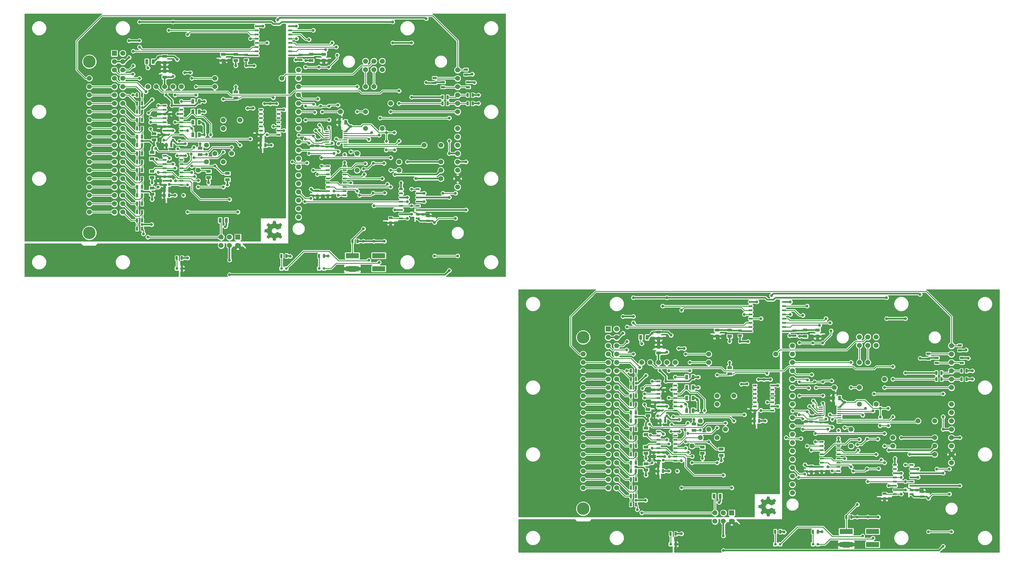
<source format=gtl>
G04 (created by PCBNEW (2013-jul-07)-stable) date Sat 02 May 2015 02:19:32 PM CEST*
%MOIN*%
G04 Gerber Fmt 3.4, Leading zero omitted, Abs format*
%FSLAX34Y34*%
G01*
G70*
G90*
G04 APERTURE LIST*
%ADD10C,0.00590551*%
%ADD11C,0.0001*%
%ADD12C,0.1495*%
%ADD13C,0.0590551*%
%ADD14C,0.06*%
%ADD15R,0.05X0.015*%
%ADD16R,0.045X0.02*%
%ADD17R,0.1575X0.06*%
%ADD18R,0.055X0.035*%
%ADD19R,0.035X0.055*%
%ADD20R,0.025X0.045*%
%ADD21R,0.045X0.025*%
%ADD22R,0.06X0.06*%
%ADD23R,0.0314X0.0314*%
%ADD24C,0.035*%
%ADD25C,0.02*%
%ADD26C,0.01*%
G04 APERTURE END LIST*
G54D10*
G54D11*
G36*
X109061Y-66966D02*
X109054Y-66953D01*
X109037Y-66926D01*
X109011Y-66886D01*
X108980Y-66840D01*
X108948Y-66793D01*
X108922Y-66754D01*
X108905Y-66727D01*
X108899Y-66716D01*
X108901Y-66710D01*
X108912Y-66688D01*
X108929Y-66656D01*
X108938Y-66637D01*
X108951Y-66607D01*
X108954Y-66593D01*
X108950Y-66590D01*
X108927Y-66579D01*
X108888Y-66562D01*
X108837Y-66540D01*
X108777Y-66514D01*
X108712Y-66487D01*
X108646Y-66460D01*
X108584Y-66434D01*
X108527Y-66410D01*
X108481Y-66392D01*
X108449Y-66380D01*
X108435Y-66375D01*
X108432Y-66377D01*
X108418Y-66391D01*
X108399Y-66417D01*
X108353Y-66473D01*
X108284Y-66528D01*
X108206Y-66562D01*
X108119Y-66573D01*
X108039Y-66564D01*
X107962Y-66532D01*
X107892Y-66478D01*
X107840Y-66412D01*
X107808Y-66336D01*
X107797Y-66250D01*
X107806Y-66168D01*
X107837Y-66089D01*
X107890Y-66019D01*
X107924Y-65990D01*
X107995Y-65949D01*
X108070Y-65926D01*
X108089Y-65924D01*
X108172Y-65927D01*
X108252Y-65952D01*
X108323Y-65995D01*
X108381Y-66056D01*
X108387Y-66064D01*
X108408Y-66092D01*
X108422Y-66111D01*
X108434Y-66126D01*
X108689Y-66020D01*
X108729Y-66003D01*
X108798Y-65974D01*
X108858Y-65949D01*
X108906Y-65928D01*
X108938Y-65914D01*
X108951Y-65908D01*
X108951Y-65907D01*
X108953Y-65898D01*
X108946Y-65879D01*
X108929Y-65843D01*
X108917Y-65820D01*
X108904Y-65793D01*
X108899Y-65781D01*
X108904Y-65770D01*
X108921Y-65744D01*
X108947Y-65707D01*
X108977Y-65661D01*
X109007Y-65618D01*
X109033Y-65578D01*
X109052Y-65549D01*
X109059Y-65535D01*
X109059Y-65533D01*
X109052Y-65520D01*
X109033Y-65497D01*
X109000Y-65463D01*
X108952Y-65414D01*
X108945Y-65406D01*
X108904Y-65366D01*
X108869Y-65333D01*
X108845Y-65311D01*
X108834Y-65303D01*
X108834Y-65303D01*
X108820Y-65311D01*
X108791Y-65329D01*
X108751Y-65355D01*
X108703Y-65387D01*
X108581Y-65472D01*
X108466Y-65425D01*
X108430Y-65411D01*
X108387Y-65393D01*
X108357Y-65380D01*
X108343Y-65373D01*
X108339Y-65360D01*
X108331Y-65329D01*
X108322Y-65283D01*
X108312Y-65228D01*
X108302Y-65176D01*
X108293Y-65129D01*
X108287Y-65095D01*
X108284Y-65080D01*
X108281Y-65076D01*
X108274Y-65073D01*
X108258Y-65071D01*
X108229Y-65070D01*
X108184Y-65069D01*
X108119Y-65069D01*
X108112Y-65069D01*
X108050Y-65070D01*
X108001Y-65071D01*
X107969Y-65073D01*
X107956Y-65075D01*
X107956Y-65075D01*
X107952Y-65090D01*
X107945Y-65123D01*
X107936Y-65170D01*
X107925Y-65226D01*
X107925Y-65230D01*
X107914Y-65286D01*
X107904Y-65332D01*
X107897Y-65365D01*
X107892Y-65379D01*
X107888Y-65382D01*
X107866Y-65393D01*
X107832Y-65409D01*
X107790Y-65428D01*
X107746Y-65446D01*
X107706Y-65462D01*
X107677Y-65472D01*
X107663Y-65475D01*
X107663Y-65475D01*
X107650Y-65467D01*
X107621Y-65448D01*
X107581Y-65420D01*
X107533Y-65388D01*
X107529Y-65385D01*
X107482Y-65353D01*
X107442Y-65327D01*
X107414Y-65310D01*
X107401Y-65303D01*
X107400Y-65303D01*
X107386Y-65314D01*
X107359Y-65338D01*
X107323Y-65373D01*
X107282Y-65414D01*
X107269Y-65427D01*
X107224Y-65473D01*
X107195Y-65505D01*
X107179Y-65525D01*
X107175Y-65534D01*
X107176Y-65535D01*
X107184Y-65549D01*
X107204Y-65579D01*
X107231Y-65619D01*
X107264Y-65667D01*
X107266Y-65670D01*
X107298Y-65718D01*
X107325Y-65757D01*
X107343Y-65785D01*
X107350Y-65797D01*
X107350Y-65799D01*
X107345Y-65818D01*
X107333Y-65852D01*
X107317Y-65893D01*
X107300Y-65937D01*
X107283Y-65977D01*
X107269Y-66006D01*
X107261Y-66020D01*
X107261Y-66021D01*
X107244Y-66026D01*
X107208Y-66034D01*
X107160Y-66044D01*
X107102Y-66055D01*
X107093Y-66057D01*
X107036Y-66067D01*
X106990Y-66076D01*
X106958Y-66083D01*
X106944Y-66086D01*
X106943Y-66094D01*
X106941Y-66122D01*
X106939Y-66164D01*
X106939Y-66215D01*
X106939Y-66268D01*
X106940Y-66320D01*
X106942Y-66364D01*
X106944Y-66396D01*
X106947Y-66410D01*
X106948Y-66410D01*
X106965Y-66415D01*
X107000Y-66423D01*
X107049Y-66433D01*
X107107Y-66444D01*
X107118Y-66446D01*
X107174Y-66456D01*
X107220Y-66466D01*
X107251Y-66473D01*
X107264Y-66476D01*
X107266Y-66481D01*
X107277Y-66504D01*
X107292Y-66542D01*
X107311Y-66589D01*
X107355Y-66697D01*
X107264Y-66829D01*
X107256Y-66841D01*
X107223Y-66889D01*
X107197Y-66928D01*
X107180Y-66956D01*
X107173Y-66967D01*
X107174Y-66968D01*
X107185Y-66981D01*
X107210Y-67007D01*
X107245Y-67043D01*
X107286Y-67085D01*
X107317Y-67116D01*
X107354Y-67152D01*
X107379Y-67175D01*
X107395Y-67188D01*
X107405Y-67193D01*
X107412Y-67191D01*
X107425Y-67183D01*
X107454Y-67163D01*
X107495Y-67136D01*
X107541Y-67104D01*
X107581Y-67077D01*
X107625Y-67048D01*
X107657Y-67030D01*
X107672Y-67023D01*
X107679Y-67025D01*
X107705Y-67034D01*
X107744Y-67050D01*
X107791Y-67070D01*
X107896Y-67116D01*
X107909Y-67185D01*
X107917Y-67226D01*
X107928Y-67285D01*
X107939Y-67341D01*
X107956Y-67428D01*
X108275Y-67431D01*
X108281Y-67417D01*
X108285Y-67404D01*
X108292Y-67372D01*
X108301Y-67326D01*
X108311Y-67272D01*
X108320Y-67225D01*
X108329Y-67179D01*
X108335Y-67145D01*
X108338Y-67130D01*
X108343Y-67127D01*
X108366Y-67115D01*
X108402Y-67098D01*
X108445Y-67080D01*
X108490Y-67061D01*
X108531Y-67045D01*
X108563Y-67033D01*
X108579Y-67029D01*
X108591Y-67035D01*
X108619Y-67053D01*
X108658Y-67079D01*
X108704Y-67110D01*
X108751Y-67142D01*
X108790Y-67169D01*
X108819Y-67188D01*
X108832Y-67195D01*
X108841Y-67191D01*
X108863Y-67173D01*
X108899Y-67138D01*
X108951Y-67086D01*
X108959Y-67077D01*
X108999Y-67036D01*
X109031Y-67001D01*
X109053Y-66977D01*
X109061Y-66966D01*
X109061Y-66966D01*
G37*
G36*
X50061Y-33966D02*
X50054Y-33953D01*
X50037Y-33926D01*
X50011Y-33886D01*
X49980Y-33840D01*
X49948Y-33793D01*
X49922Y-33754D01*
X49905Y-33727D01*
X49899Y-33716D01*
X49901Y-33710D01*
X49912Y-33688D01*
X49929Y-33656D01*
X49938Y-33637D01*
X49951Y-33607D01*
X49954Y-33593D01*
X49950Y-33590D01*
X49927Y-33579D01*
X49888Y-33562D01*
X49837Y-33540D01*
X49777Y-33514D01*
X49712Y-33487D01*
X49646Y-33460D01*
X49584Y-33434D01*
X49527Y-33410D01*
X49481Y-33392D01*
X49449Y-33380D01*
X49435Y-33375D01*
X49432Y-33377D01*
X49418Y-33391D01*
X49399Y-33417D01*
X49353Y-33473D01*
X49284Y-33528D01*
X49206Y-33562D01*
X49119Y-33573D01*
X49039Y-33564D01*
X48962Y-33532D01*
X48892Y-33478D01*
X48840Y-33412D01*
X48808Y-33336D01*
X48797Y-33250D01*
X48806Y-33168D01*
X48837Y-33089D01*
X48890Y-33019D01*
X48924Y-32990D01*
X48995Y-32949D01*
X49070Y-32926D01*
X49089Y-32924D01*
X49172Y-32927D01*
X49252Y-32952D01*
X49323Y-32995D01*
X49381Y-33056D01*
X49387Y-33064D01*
X49408Y-33092D01*
X49422Y-33111D01*
X49434Y-33126D01*
X49689Y-33020D01*
X49729Y-33003D01*
X49798Y-32974D01*
X49858Y-32949D01*
X49906Y-32928D01*
X49938Y-32914D01*
X49951Y-32908D01*
X49951Y-32907D01*
X49953Y-32898D01*
X49946Y-32879D01*
X49929Y-32843D01*
X49917Y-32820D01*
X49904Y-32793D01*
X49899Y-32781D01*
X49904Y-32770D01*
X49921Y-32744D01*
X49947Y-32707D01*
X49977Y-32661D01*
X50007Y-32618D01*
X50033Y-32578D01*
X50052Y-32549D01*
X50059Y-32535D01*
X50059Y-32533D01*
X50052Y-32520D01*
X50033Y-32497D01*
X50000Y-32463D01*
X49952Y-32414D01*
X49945Y-32406D01*
X49904Y-32366D01*
X49869Y-32333D01*
X49845Y-32311D01*
X49834Y-32303D01*
X49834Y-32303D01*
X49820Y-32311D01*
X49791Y-32329D01*
X49751Y-32355D01*
X49703Y-32387D01*
X49581Y-32472D01*
X49466Y-32425D01*
X49430Y-32411D01*
X49387Y-32393D01*
X49357Y-32380D01*
X49343Y-32373D01*
X49339Y-32360D01*
X49331Y-32329D01*
X49322Y-32283D01*
X49312Y-32228D01*
X49302Y-32176D01*
X49293Y-32129D01*
X49287Y-32095D01*
X49284Y-32080D01*
X49281Y-32076D01*
X49274Y-32073D01*
X49258Y-32071D01*
X49229Y-32070D01*
X49184Y-32069D01*
X49119Y-32069D01*
X49112Y-32069D01*
X49050Y-32070D01*
X49001Y-32071D01*
X48969Y-32073D01*
X48956Y-32075D01*
X48956Y-32075D01*
X48952Y-32090D01*
X48945Y-32123D01*
X48936Y-32170D01*
X48925Y-32226D01*
X48925Y-32230D01*
X48914Y-32286D01*
X48904Y-32332D01*
X48897Y-32365D01*
X48892Y-32379D01*
X48888Y-32382D01*
X48866Y-32393D01*
X48832Y-32409D01*
X48790Y-32428D01*
X48746Y-32446D01*
X48706Y-32462D01*
X48677Y-32472D01*
X48663Y-32475D01*
X48663Y-32475D01*
X48650Y-32467D01*
X48621Y-32448D01*
X48581Y-32420D01*
X48533Y-32388D01*
X48529Y-32385D01*
X48482Y-32353D01*
X48442Y-32327D01*
X48414Y-32310D01*
X48401Y-32303D01*
X48400Y-32303D01*
X48386Y-32314D01*
X48359Y-32338D01*
X48323Y-32373D01*
X48282Y-32414D01*
X48269Y-32427D01*
X48224Y-32473D01*
X48195Y-32505D01*
X48179Y-32525D01*
X48175Y-32534D01*
X48176Y-32535D01*
X48184Y-32549D01*
X48204Y-32579D01*
X48231Y-32619D01*
X48264Y-32667D01*
X48266Y-32670D01*
X48298Y-32718D01*
X48325Y-32757D01*
X48343Y-32785D01*
X48350Y-32797D01*
X48350Y-32799D01*
X48345Y-32818D01*
X48333Y-32852D01*
X48317Y-32893D01*
X48300Y-32937D01*
X48283Y-32977D01*
X48269Y-33006D01*
X48261Y-33020D01*
X48261Y-33021D01*
X48244Y-33026D01*
X48208Y-33034D01*
X48160Y-33044D01*
X48102Y-33055D01*
X48093Y-33057D01*
X48036Y-33067D01*
X47990Y-33076D01*
X47958Y-33083D01*
X47944Y-33086D01*
X47943Y-33094D01*
X47941Y-33122D01*
X47939Y-33164D01*
X47939Y-33215D01*
X47939Y-33268D01*
X47940Y-33320D01*
X47942Y-33364D01*
X47944Y-33396D01*
X47947Y-33410D01*
X47948Y-33410D01*
X47965Y-33415D01*
X48000Y-33423D01*
X48049Y-33433D01*
X48107Y-33444D01*
X48118Y-33446D01*
X48174Y-33456D01*
X48220Y-33466D01*
X48251Y-33473D01*
X48264Y-33476D01*
X48266Y-33481D01*
X48277Y-33504D01*
X48292Y-33542D01*
X48311Y-33589D01*
X48355Y-33697D01*
X48264Y-33829D01*
X48256Y-33841D01*
X48223Y-33889D01*
X48197Y-33928D01*
X48180Y-33956D01*
X48173Y-33967D01*
X48174Y-33968D01*
X48185Y-33981D01*
X48210Y-34007D01*
X48245Y-34043D01*
X48286Y-34085D01*
X48317Y-34116D01*
X48354Y-34152D01*
X48379Y-34175D01*
X48395Y-34188D01*
X48405Y-34193D01*
X48412Y-34191D01*
X48425Y-34183D01*
X48454Y-34163D01*
X48495Y-34136D01*
X48541Y-34104D01*
X48581Y-34077D01*
X48625Y-34048D01*
X48657Y-34030D01*
X48672Y-34023D01*
X48679Y-34025D01*
X48705Y-34034D01*
X48744Y-34050D01*
X48791Y-34070D01*
X48896Y-34116D01*
X48909Y-34185D01*
X48917Y-34226D01*
X48928Y-34285D01*
X48939Y-34341D01*
X48956Y-34428D01*
X49275Y-34431D01*
X49281Y-34417D01*
X49285Y-34404D01*
X49292Y-34372D01*
X49301Y-34326D01*
X49311Y-34272D01*
X49320Y-34225D01*
X49329Y-34179D01*
X49335Y-34145D01*
X49338Y-34130D01*
X49343Y-34127D01*
X49366Y-34115D01*
X49402Y-34098D01*
X49445Y-34080D01*
X49490Y-34061D01*
X49531Y-34045D01*
X49563Y-34033D01*
X49579Y-34029D01*
X49591Y-34035D01*
X49619Y-34053D01*
X49658Y-34079D01*
X49704Y-34110D01*
X49751Y-34142D01*
X49790Y-34169D01*
X49819Y-34188D01*
X49832Y-34195D01*
X49841Y-34191D01*
X49863Y-34173D01*
X49899Y-34138D01*
X49951Y-34086D01*
X49959Y-34077D01*
X49999Y-34036D01*
X50031Y-34001D01*
X50053Y-33977D01*
X50061Y-33966D01*
X50061Y-33966D01*
G37*
G54D12*
X86000Y-46000D03*
X86000Y-66500D03*
G54D13*
X86000Y-61000D03*
X86000Y-63000D03*
X86000Y-58000D03*
X86000Y-50000D03*
X86000Y-52000D03*
X86000Y-54000D03*
X86000Y-56000D03*
X126000Y-56000D03*
X86000Y-59000D03*
X86000Y-57000D03*
X86000Y-55000D03*
X86000Y-53000D03*
X86000Y-51000D03*
X86000Y-49000D03*
X102000Y-58000D03*
X86000Y-60000D03*
X86000Y-62000D03*
X86000Y-64000D03*
X86000Y-48000D03*
X128000Y-60000D03*
X128000Y-59000D03*
X128000Y-58000D03*
X128000Y-56000D03*
X94000Y-49000D03*
X123000Y-58000D03*
X119000Y-52000D03*
X119000Y-49000D03*
X109000Y-48000D03*
X120000Y-49000D03*
X103000Y-57000D03*
X123000Y-59000D03*
X118000Y-57000D03*
X121000Y-54000D03*
X118000Y-59000D03*
X122000Y-51000D03*
X119000Y-54000D03*
X116000Y-52000D03*
X99000Y-59000D03*
X101000Y-57000D03*
X100000Y-58000D03*
X102000Y-53000D03*
X104000Y-53000D03*
X102000Y-54000D03*
X95000Y-49000D03*
X96000Y-49000D03*
X101000Y-48000D03*
X101000Y-49000D03*
X100000Y-56000D03*
X97000Y-49000D03*
X93000Y-49000D03*
G54D14*
X130000Y-61000D03*
X130000Y-60000D03*
X130000Y-59000D03*
X130000Y-58000D03*
X130000Y-57000D03*
X130000Y-56000D03*
X130000Y-55000D03*
X130000Y-54000D03*
X130000Y-52000D03*
X130000Y-51000D03*
X130000Y-50000D03*
X130000Y-49000D03*
X130000Y-48000D03*
X130000Y-47000D03*
X119000Y-46950D03*
X120000Y-46950D03*
X121000Y-46950D03*
X121000Y-45950D03*
X120000Y-45950D03*
X119000Y-45950D03*
X111000Y-47000D03*
X111000Y-48000D03*
X111000Y-49000D03*
X111000Y-50000D03*
X111000Y-51000D03*
X111000Y-52000D03*
X111000Y-53000D03*
X111000Y-54000D03*
X111000Y-55600D03*
X111000Y-56600D03*
X111000Y-57600D03*
X111000Y-58600D03*
X111000Y-59600D03*
X111000Y-60600D03*
X111000Y-61600D03*
X111000Y-62600D03*
X111000Y-63600D03*
X111000Y-64600D03*
G54D15*
X116602Y-56146D03*
X116602Y-55890D03*
X116602Y-55634D03*
X116602Y-55378D03*
X116602Y-55122D03*
X116602Y-54866D03*
X116602Y-54610D03*
X116602Y-54354D03*
X114398Y-54354D03*
X114398Y-54610D03*
X114398Y-54866D03*
X114398Y-55122D03*
X114398Y-55378D03*
X114398Y-55634D03*
X114398Y-55890D03*
X114398Y-56146D03*
G54D16*
X110000Y-45250D03*
X110000Y-44750D03*
X110000Y-44250D03*
X110000Y-43750D03*
X110000Y-43250D03*
X110000Y-42750D03*
X110000Y-42250D03*
X110000Y-41750D03*
X106000Y-41750D03*
X106000Y-42250D03*
X106000Y-42750D03*
X106000Y-43250D03*
X106000Y-43750D03*
X106000Y-44250D03*
X106000Y-44750D03*
X106000Y-45250D03*
X125250Y-64750D03*
X125250Y-64250D03*
X125250Y-63750D03*
X125250Y-63250D03*
X125250Y-62750D03*
X125250Y-62250D03*
X125250Y-61750D03*
X125250Y-61250D03*
X123250Y-61250D03*
X123250Y-61750D03*
X123250Y-62250D03*
X123250Y-62750D03*
X123250Y-63250D03*
X123250Y-63750D03*
X123250Y-64250D03*
X123250Y-64750D03*
X116500Y-62000D03*
X116500Y-61500D03*
X116500Y-61000D03*
X116500Y-60500D03*
X116500Y-60000D03*
X116500Y-59500D03*
X116500Y-59000D03*
X116500Y-58500D03*
X114500Y-58500D03*
X114500Y-59000D03*
X114500Y-59500D03*
X114500Y-60000D03*
X114500Y-60500D03*
X114500Y-61000D03*
X114500Y-61500D03*
X114500Y-62000D03*
X97000Y-60750D03*
X97000Y-60250D03*
X97000Y-59750D03*
X97000Y-59250D03*
X97000Y-58750D03*
X97000Y-58250D03*
X97000Y-57750D03*
X97000Y-57250D03*
X95000Y-57250D03*
X95000Y-57750D03*
X95000Y-58250D03*
X95000Y-58750D03*
X95000Y-59250D03*
X95000Y-59750D03*
X95000Y-60250D03*
X95000Y-60750D03*
X97000Y-54750D03*
X97000Y-54250D03*
X97000Y-53750D03*
X97000Y-53250D03*
X97000Y-52750D03*
X97000Y-52250D03*
X97000Y-51750D03*
X97000Y-51250D03*
X95000Y-51250D03*
X95000Y-51750D03*
X95000Y-52250D03*
X95000Y-52750D03*
X95000Y-53250D03*
X95000Y-53750D03*
X95000Y-54250D03*
X95000Y-54750D03*
X108600Y-54750D03*
X108600Y-54250D03*
X108600Y-53750D03*
X108600Y-53250D03*
X108600Y-52750D03*
X108600Y-52250D03*
X108600Y-51750D03*
X106500Y-51750D03*
X106500Y-52250D03*
X106500Y-52750D03*
X106500Y-53250D03*
X106500Y-53750D03*
X106500Y-54250D03*
X106500Y-54750D03*
G54D17*
X117425Y-69213D03*
X117425Y-70787D03*
X120575Y-69213D03*
X120575Y-70787D03*
G54D18*
X103500Y-50375D03*
X103500Y-49625D03*
G54D19*
X101625Y-65000D03*
X102375Y-65000D03*
X98375Y-54750D03*
X99125Y-54750D03*
X98375Y-53250D03*
X99125Y-53250D03*
X98375Y-52000D03*
X99125Y-52000D03*
X98375Y-50750D03*
X99125Y-50750D03*
G54D18*
X95000Y-46125D03*
X95000Y-45375D03*
X95000Y-47125D03*
X95000Y-47875D03*
G54D19*
X92875Y-46000D03*
X93625Y-46000D03*
G54D18*
X93500Y-61125D03*
X93500Y-61875D03*
X102000Y-45125D03*
X102000Y-45875D03*
X103500Y-45125D03*
X103500Y-45875D03*
X93500Y-59125D03*
X93500Y-59875D03*
X93500Y-57625D03*
X93500Y-56875D03*
X112500Y-45125D03*
X112500Y-45875D03*
X93750Y-54625D03*
X93750Y-55375D03*
X114000Y-45125D03*
X114000Y-45875D03*
X100250Y-59125D03*
X100250Y-59875D03*
X102500Y-59375D03*
X102500Y-60125D03*
X99250Y-57125D03*
X99250Y-56375D03*
G54D20*
X128200Y-50250D03*
X128800Y-50250D03*
X131200Y-50000D03*
X131800Y-50000D03*
X128200Y-51000D03*
X128800Y-51000D03*
X131200Y-51000D03*
X131800Y-51000D03*
G54D21*
X127250Y-48550D03*
X127250Y-47950D03*
G54D20*
X95200Y-56000D03*
X95800Y-56000D03*
X106450Y-56000D03*
X107050Y-56000D03*
X94950Y-62000D03*
X95550Y-62000D03*
X108950Y-69250D03*
X109550Y-69250D03*
X113450Y-69250D03*
X114050Y-69250D03*
G54D21*
X122000Y-64700D03*
X122000Y-65300D03*
G54D20*
X117450Y-67500D03*
X118050Y-67500D03*
X91700Y-56000D03*
X92300Y-56000D03*
G54D21*
X131250Y-49050D03*
X131250Y-48450D03*
G54D20*
X91700Y-54000D03*
X92300Y-54000D03*
X91700Y-53000D03*
X92300Y-53000D03*
X91700Y-52000D03*
X92300Y-52000D03*
X91700Y-51000D03*
X92300Y-51000D03*
X91700Y-50000D03*
X92300Y-50000D03*
X91700Y-55000D03*
X92300Y-55000D03*
X96450Y-69500D03*
X97050Y-69500D03*
G54D21*
X111250Y-45200D03*
X111250Y-45800D03*
X104750Y-45200D03*
X104750Y-45800D03*
G54D20*
X91700Y-65000D03*
X92300Y-65000D03*
G54D21*
X128250Y-48450D03*
X128250Y-49050D03*
X131000Y-46950D03*
X131000Y-47550D03*
G54D20*
X91700Y-66000D03*
X92300Y-66000D03*
X91700Y-57000D03*
X92300Y-57000D03*
X91700Y-64000D03*
X92300Y-64000D03*
X91700Y-63000D03*
X92300Y-63000D03*
X91700Y-62000D03*
X92300Y-62000D03*
X91700Y-61000D03*
X92300Y-61000D03*
X91700Y-60000D03*
X92300Y-60000D03*
X91700Y-59000D03*
X92300Y-59000D03*
X91700Y-58000D03*
X92300Y-58000D03*
G54D22*
X103750Y-67000D03*
G54D14*
X103750Y-68000D03*
X102750Y-67000D03*
X102750Y-68000D03*
X101750Y-67000D03*
X101750Y-68000D03*
G54D22*
X89000Y-45000D03*
G54D14*
X90000Y-45000D03*
X89000Y-50000D03*
X90000Y-46000D03*
X89000Y-51000D03*
X90000Y-47000D03*
X89000Y-52000D03*
X90000Y-48000D03*
X89000Y-53000D03*
X90000Y-49000D03*
X89000Y-54000D03*
X90000Y-50000D03*
X89000Y-55000D03*
X90000Y-51000D03*
X89000Y-56000D03*
X90000Y-52000D03*
X89000Y-57000D03*
X90000Y-53000D03*
X89000Y-58000D03*
X90000Y-54000D03*
X89000Y-59000D03*
X90000Y-55000D03*
X89000Y-60000D03*
X90000Y-56000D03*
X90000Y-57000D03*
X89000Y-61000D03*
X90000Y-58000D03*
X90000Y-60000D03*
X90000Y-61000D03*
X90000Y-62000D03*
X90000Y-63000D03*
X89000Y-62000D03*
X89000Y-63000D03*
X89000Y-46000D03*
X89000Y-47000D03*
X89000Y-48000D03*
X89000Y-49000D03*
X89000Y-64000D03*
X90000Y-64000D03*
X90000Y-59000D03*
G54D23*
X97045Y-70750D03*
X96455Y-70750D03*
X109545Y-70750D03*
X108955Y-70750D03*
X114045Y-70750D03*
X113455Y-70750D03*
G54D19*
X115875Y-53250D03*
X116625Y-53250D03*
G54D21*
X126500Y-64450D03*
X126500Y-65050D03*
X113250Y-62050D03*
X113250Y-61450D03*
X113250Y-56050D03*
X113250Y-55450D03*
G54D12*
X27000Y-13000D03*
X27000Y-33500D03*
G54D13*
X27000Y-28000D03*
X27000Y-30000D03*
X27000Y-25000D03*
X27000Y-17000D03*
X27000Y-19000D03*
X27000Y-21000D03*
X27000Y-23000D03*
X67000Y-23000D03*
X27000Y-26000D03*
X27000Y-24000D03*
X27000Y-22000D03*
X27000Y-20000D03*
X27000Y-18000D03*
X27000Y-16000D03*
X43000Y-25000D03*
X27000Y-27000D03*
X27000Y-29000D03*
X27000Y-31000D03*
X27000Y-15000D03*
X69000Y-27000D03*
X69000Y-26000D03*
X69000Y-25000D03*
X69000Y-23000D03*
X35000Y-16000D03*
X64000Y-25000D03*
X60000Y-19000D03*
X60000Y-16000D03*
X50000Y-15000D03*
X61000Y-16000D03*
X44000Y-24000D03*
X64000Y-26000D03*
X59000Y-24000D03*
X62000Y-21000D03*
X59000Y-26000D03*
X63000Y-18000D03*
X60000Y-21000D03*
X57000Y-19000D03*
X40000Y-26000D03*
X42000Y-24000D03*
X41000Y-25000D03*
X43000Y-20000D03*
X45000Y-20000D03*
X43000Y-21000D03*
X36000Y-16000D03*
X37000Y-16000D03*
X42000Y-15000D03*
X42000Y-16000D03*
X41000Y-23000D03*
X38000Y-16000D03*
X34000Y-16000D03*
G54D14*
X71000Y-28000D03*
X71000Y-27000D03*
X71000Y-26000D03*
X71000Y-25000D03*
X71000Y-24000D03*
X71000Y-23000D03*
X71000Y-22000D03*
X71000Y-21000D03*
X71000Y-19000D03*
X71000Y-18000D03*
X71000Y-17000D03*
X71000Y-16000D03*
X71000Y-15000D03*
X71000Y-14000D03*
X60000Y-13950D03*
X61000Y-13950D03*
X62000Y-13950D03*
X62000Y-12950D03*
X61000Y-12950D03*
X60000Y-12950D03*
X52000Y-14000D03*
X52000Y-15000D03*
X52000Y-16000D03*
X52000Y-17000D03*
X52000Y-18000D03*
X52000Y-19000D03*
X52000Y-20000D03*
X52000Y-21000D03*
X52000Y-22600D03*
X52000Y-23600D03*
X52000Y-24600D03*
X52000Y-25600D03*
X52000Y-26600D03*
X52000Y-27600D03*
X52000Y-28600D03*
X52000Y-29600D03*
X52000Y-30600D03*
X52000Y-31600D03*
G54D15*
X57602Y-23146D03*
X57602Y-22890D03*
X57602Y-22634D03*
X57602Y-22378D03*
X57602Y-22122D03*
X57602Y-21866D03*
X57602Y-21610D03*
X57602Y-21354D03*
X55398Y-21354D03*
X55398Y-21610D03*
X55398Y-21866D03*
X55398Y-22122D03*
X55398Y-22378D03*
X55398Y-22634D03*
X55398Y-22890D03*
X55398Y-23146D03*
G54D16*
X51000Y-12250D03*
X51000Y-11750D03*
X51000Y-11250D03*
X51000Y-10750D03*
X51000Y-10250D03*
X51000Y-9750D03*
X51000Y-9250D03*
X51000Y-8750D03*
X47000Y-8750D03*
X47000Y-9250D03*
X47000Y-9750D03*
X47000Y-10250D03*
X47000Y-10750D03*
X47000Y-11250D03*
X47000Y-11750D03*
X47000Y-12250D03*
X66250Y-31750D03*
X66250Y-31250D03*
X66250Y-30750D03*
X66250Y-30250D03*
X66250Y-29750D03*
X66250Y-29250D03*
X66250Y-28750D03*
X66250Y-28250D03*
X64250Y-28250D03*
X64250Y-28750D03*
X64250Y-29250D03*
X64250Y-29750D03*
X64250Y-30250D03*
X64250Y-30750D03*
X64250Y-31250D03*
X64250Y-31750D03*
X57500Y-29000D03*
X57500Y-28500D03*
X57500Y-28000D03*
X57500Y-27500D03*
X57500Y-27000D03*
X57500Y-26500D03*
X57500Y-26000D03*
X57500Y-25500D03*
X55500Y-25500D03*
X55500Y-26000D03*
X55500Y-26500D03*
X55500Y-27000D03*
X55500Y-27500D03*
X55500Y-28000D03*
X55500Y-28500D03*
X55500Y-29000D03*
X38000Y-27750D03*
X38000Y-27250D03*
X38000Y-26750D03*
X38000Y-26250D03*
X38000Y-25750D03*
X38000Y-25250D03*
X38000Y-24750D03*
X38000Y-24250D03*
X36000Y-24250D03*
X36000Y-24750D03*
X36000Y-25250D03*
X36000Y-25750D03*
X36000Y-26250D03*
X36000Y-26750D03*
X36000Y-27250D03*
X36000Y-27750D03*
X38000Y-21750D03*
X38000Y-21250D03*
X38000Y-20750D03*
X38000Y-20250D03*
X38000Y-19750D03*
X38000Y-19250D03*
X38000Y-18750D03*
X38000Y-18250D03*
X36000Y-18250D03*
X36000Y-18750D03*
X36000Y-19250D03*
X36000Y-19750D03*
X36000Y-20250D03*
X36000Y-20750D03*
X36000Y-21250D03*
X36000Y-21750D03*
X49600Y-21750D03*
X49600Y-21250D03*
X49600Y-20750D03*
X49600Y-20250D03*
X49600Y-19750D03*
X49600Y-19250D03*
X49600Y-18750D03*
X47500Y-18750D03*
X47500Y-19250D03*
X47500Y-19750D03*
X47500Y-20250D03*
X47500Y-20750D03*
X47500Y-21250D03*
X47500Y-21750D03*
G54D17*
X58425Y-36213D03*
X58425Y-37787D03*
X61575Y-36213D03*
X61575Y-37787D03*
G54D18*
X44500Y-17375D03*
X44500Y-16625D03*
G54D19*
X42625Y-32000D03*
X43375Y-32000D03*
X39375Y-21750D03*
X40125Y-21750D03*
X39375Y-20250D03*
X40125Y-20250D03*
X39375Y-19000D03*
X40125Y-19000D03*
X39375Y-17750D03*
X40125Y-17750D03*
G54D18*
X36000Y-13125D03*
X36000Y-12375D03*
X36000Y-14125D03*
X36000Y-14875D03*
G54D19*
X33875Y-13000D03*
X34625Y-13000D03*
G54D18*
X34500Y-28125D03*
X34500Y-28875D03*
X43000Y-12125D03*
X43000Y-12875D03*
X44500Y-12125D03*
X44500Y-12875D03*
X34500Y-26125D03*
X34500Y-26875D03*
X34500Y-24625D03*
X34500Y-23875D03*
X53500Y-12125D03*
X53500Y-12875D03*
X34750Y-21625D03*
X34750Y-22375D03*
X55000Y-12125D03*
X55000Y-12875D03*
X41250Y-26125D03*
X41250Y-26875D03*
X43500Y-26375D03*
X43500Y-27125D03*
X40250Y-24125D03*
X40250Y-23375D03*
G54D20*
X69200Y-17250D03*
X69800Y-17250D03*
X72200Y-17000D03*
X72800Y-17000D03*
X69200Y-18000D03*
X69800Y-18000D03*
X72200Y-18000D03*
X72800Y-18000D03*
G54D21*
X68250Y-15550D03*
X68250Y-14950D03*
G54D20*
X36200Y-23000D03*
X36800Y-23000D03*
X47450Y-23000D03*
X48050Y-23000D03*
X35950Y-29000D03*
X36550Y-29000D03*
X49950Y-36250D03*
X50550Y-36250D03*
X54450Y-36250D03*
X55050Y-36250D03*
G54D21*
X63000Y-31700D03*
X63000Y-32300D03*
G54D20*
X58450Y-34500D03*
X59050Y-34500D03*
X32700Y-23000D03*
X33300Y-23000D03*
G54D21*
X72250Y-16050D03*
X72250Y-15450D03*
G54D20*
X32700Y-21000D03*
X33300Y-21000D03*
X32700Y-20000D03*
X33300Y-20000D03*
X32700Y-19000D03*
X33300Y-19000D03*
X32700Y-18000D03*
X33300Y-18000D03*
X32700Y-17000D03*
X33300Y-17000D03*
X32700Y-22000D03*
X33300Y-22000D03*
X37450Y-36500D03*
X38050Y-36500D03*
G54D21*
X52250Y-12200D03*
X52250Y-12800D03*
X45750Y-12200D03*
X45750Y-12800D03*
G54D20*
X32700Y-32000D03*
X33300Y-32000D03*
G54D21*
X69250Y-15450D03*
X69250Y-16050D03*
X72000Y-13950D03*
X72000Y-14550D03*
G54D20*
X32700Y-33000D03*
X33300Y-33000D03*
X32700Y-24000D03*
X33300Y-24000D03*
X32700Y-31000D03*
X33300Y-31000D03*
X32700Y-30000D03*
X33300Y-30000D03*
X32700Y-29000D03*
X33300Y-29000D03*
X32700Y-28000D03*
X33300Y-28000D03*
X32700Y-27000D03*
X33300Y-27000D03*
X32700Y-26000D03*
X33300Y-26000D03*
X32700Y-25000D03*
X33300Y-25000D03*
G54D22*
X44750Y-34000D03*
G54D14*
X44750Y-35000D03*
X43750Y-34000D03*
X43750Y-35000D03*
X42750Y-34000D03*
X42750Y-35000D03*
G54D22*
X30000Y-12000D03*
G54D14*
X31000Y-12000D03*
X30000Y-17000D03*
X31000Y-13000D03*
X30000Y-18000D03*
X31000Y-14000D03*
X30000Y-19000D03*
X31000Y-15000D03*
X30000Y-20000D03*
X31000Y-16000D03*
X30000Y-21000D03*
X31000Y-17000D03*
X30000Y-22000D03*
X31000Y-18000D03*
X30000Y-23000D03*
X31000Y-19000D03*
X30000Y-24000D03*
X31000Y-20000D03*
X30000Y-25000D03*
X31000Y-21000D03*
X30000Y-26000D03*
X31000Y-22000D03*
X30000Y-27000D03*
X31000Y-23000D03*
X31000Y-24000D03*
X30000Y-28000D03*
X31000Y-25000D03*
X31000Y-27000D03*
X31000Y-28000D03*
X31000Y-29000D03*
X31000Y-30000D03*
X30000Y-29000D03*
X30000Y-30000D03*
X30000Y-13000D03*
X30000Y-14000D03*
X30000Y-15000D03*
X30000Y-16000D03*
X30000Y-31000D03*
X31000Y-31000D03*
X31000Y-26000D03*
G54D23*
X38045Y-37750D03*
X37455Y-37750D03*
X50545Y-37750D03*
X49955Y-37750D03*
X55045Y-37750D03*
X54455Y-37750D03*
G54D19*
X56875Y-20250D03*
X57625Y-20250D03*
G54D21*
X67500Y-31450D03*
X67500Y-32050D03*
X54250Y-29050D03*
X54250Y-28450D03*
X54250Y-23050D03*
X54250Y-22450D03*
G54D24*
X131000Y-58000D03*
X131000Y-63750D03*
X72000Y-25000D03*
X72000Y-30750D03*
X129000Y-71000D03*
X102750Y-71500D03*
X102750Y-69750D03*
X129000Y-55500D03*
X129000Y-52750D03*
X120750Y-52750D03*
X129000Y-62250D03*
X129000Y-57000D03*
X70000Y-38000D03*
X43750Y-38500D03*
X43750Y-36750D03*
X70000Y-22500D03*
X70000Y-19750D03*
X61750Y-19750D03*
X70000Y-29250D03*
X70000Y-24000D03*
X96000Y-47750D03*
X96000Y-41250D03*
X90750Y-45500D03*
X90750Y-43500D03*
X92000Y-43500D03*
X92000Y-41250D03*
X122250Y-43750D03*
X122250Y-41250D03*
X124500Y-50250D03*
X124500Y-43750D03*
X37000Y-14750D03*
X37000Y-8250D03*
X31750Y-12500D03*
X31750Y-10500D03*
X33000Y-10500D03*
X33000Y-8250D03*
X63250Y-10750D03*
X63250Y-8250D03*
X65500Y-17250D03*
X65500Y-10750D03*
X99000Y-61000D03*
X102000Y-61000D03*
X99027Y-60240D03*
X94250Y-61000D03*
X94250Y-59250D03*
X40000Y-28000D03*
X43000Y-28000D03*
X40027Y-27240D03*
X35250Y-28000D03*
X35250Y-26250D03*
X93944Y-56389D03*
X93326Y-53251D03*
X93322Y-54043D03*
X103000Y-56250D03*
X34944Y-23389D03*
X34326Y-20251D03*
X34322Y-21043D03*
X44000Y-23250D03*
X118984Y-58216D03*
X59984Y-25216D03*
X96775Y-55500D03*
X96000Y-58250D03*
X104000Y-56000D03*
X37775Y-22500D03*
X37000Y-25250D03*
X45000Y-23000D03*
X98250Y-48000D03*
X98250Y-54000D03*
X39250Y-15000D03*
X39250Y-21000D03*
X96250Y-53250D03*
X96250Y-50000D03*
X98750Y-50000D03*
X98750Y-49000D03*
X37250Y-20250D03*
X37250Y-17000D03*
X39750Y-17000D03*
X39750Y-16000D03*
X100488Y-54751D03*
X41488Y-21751D03*
X96574Y-52255D03*
X97000Y-50750D03*
X37574Y-19255D03*
X38000Y-17750D03*
X98562Y-59748D03*
X39562Y-26748D03*
X101000Y-58500D03*
X98250Y-58500D03*
X98250Y-59250D03*
X42000Y-25500D03*
X39250Y-25500D03*
X39250Y-26250D03*
X118000Y-61500D03*
X59000Y-28500D03*
X100000Y-57102D03*
X41000Y-24102D03*
X113826Y-52019D03*
X113250Y-59500D03*
X54826Y-19019D03*
X54250Y-26500D03*
X96570Y-56425D03*
X96250Y-58750D03*
X98500Y-56250D03*
X98500Y-57500D03*
X102003Y-56818D03*
X37570Y-23425D03*
X37250Y-25750D03*
X39500Y-23250D03*
X39500Y-24500D03*
X43003Y-23818D03*
X118338Y-57818D03*
X118590Y-56610D03*
X117200Y-49818D03*
X117188Y-48566D03*
X115750Y-47000D03*
X113078Y-49818D03*
X113181Y-45917D03*
X113070Y-47094D03*
X113078Y-47846D03*
X121149Y-64279D03*
X118370Y-60401D03*
X126750Y-53250D03*
X124011Y-52366D03*
X126750Y-51500D03*
X126744Y-52366D03*
X124000Y-53250D03*
X124000Y-55480D03*
X124039Y-56838D03*
X124000Y-51500D03*
X117996Y-55496D03*
X118055Y-53338D03*
X121240Y-62330D03*
X113838Y-63232D03*
X113850Y-62377D03*
X59338Y-24818D03*
X59590Y-23610D03*
X58200Y-16818D03*
X58188Y-15566D03*
X56750Y-14000D03*
X54078Y-16818D03*
X54181Y-12917D03*
X54070Y-14094D03*
X54078Y-14846D03*
X62149Y-31279D03*
X59370Y-27401D03*
X67750Y-20250D03*
X65011Y-19366D03*
X67750Y-18500D03*
X67744Y-19366D03*
X65000Y-20250D03*
X65000Y-22480D03*
X65039Y-23838D03*
X65000Y-18500D03*
X58996Y-22496D03*
X59055Y-20338D03*
X62240Y-29330D03*
X54838Y-30232D03*
X54850Y-29377D03*
X93350Y-52750D03*
X93000Y-46750D03*
X34350Y-19750D03*
X34000Y-13750D03*
X120000Y-63250D03*
X119750Y-54500D03*
X124500Y-63250D03*
X124500Y-61250D03*
X61000Y-30250D03*
X60750Y-21500D03*
X65500Y-30250D03*
X65500Y-28250D03*
X120622Y-70027D03*
X120622Y-54803D03*
X61622Y-37027D03*
X61622Y-21803D03*
X118750Y-66000D03*
X118842Y-59503D03*
X59750Y-33000D03*
X59842Y-26503D03*
X121614Y-60657D03*
X62614Y-27657D03*
X117240Y-56799D03*
X117250Y-60500D03*
X58240Y-23799D03*
X58250Y-27500D03*
X108000Y-53750D03*
X107976Y-50311D03*
X98185Y-57059D03*
X102000Y-50500D03*
X49000Y-20750D03*
X48976Y-17311D03*
X39185Y-24059D03*
X43000Y-17500D03*
X118000Y-52000D03*
X118000Y-49000D03*
X59000Y-19000D03*
X59000Y-16000D03*
X94250Y-51250D03*
X94043Y-57688D03*
X35250Y-18250D03*
X35043Y-24688D03*
X122500Y-59500D03*
X122500Y-63750D03*
X63500Y-26500D03*
X63500Y-30750D03*
X124000Y-58000D03*
X124000Y-62250D03*
X65000Y-25000D03*
X65000Y-29250D03*
X125000Y-60000D03*
X124500Y-64250D03*
X66000Y-27000D03*
X65500Y-31250D03*
X112750Y-59000D03*
X112750Y-42250D03*
X53750Y-26000D03*
X53750Y-9250D03*
X95500Y-42250D03*
X95586Y-57570D03*
X36500Y-9250D03*
X36586Y-24570D03*
X115250Y-61500D03*
X115250Y-57000D03*
X112250Y-57000D03*
X112250Y-43370D03*
X112250Y-55750D03*
X56250Y-28500D03*
X56250Y-24000D03*
X53250Y-24000D03*
X53250Y-10370D03*
X53250Y-22750D03*
X97750Y-42750D03*
X96311Y-60251D03*
X102750Y-62500D03*
X97750Y-54250D03*
X38750Y-9750D03*
X37311Y-27251D03*
X43750Y-29500D03*
X38750Y-21250D03*
X93000Y-67000D03*
X93086Y-52141D03*
X34000Y-34000D03*
X34086Y-19141D03*
X113750Y-58500D03*
X113750Y-57500D03*
X122000Y-57500D03*
X122000Y-52000D03*
X54750Y-25500D03*
X54750Y-24500D03*
X63000Y-24500D03*
X63000Y-19000D03*
X111807Y-55279D03*
X52807Y-22279D03*
X112940Y-52059D03*
X113039Y-54251D03*
X53940Y-19059D03*
X54039Y-21251D03*
X112799Y-51098D03*
X113480Y-54200D03*
X53799Y-18098D03*
X54480Y-21200D03*
X113307Y-50464D03*
X113500Y-53590D03*
X54307Y-17464D03*
X54500Y-20590D03*
X110750Y-43250D03*
X115750Y-56750D03*
X115750Y-62000D03*
X51750Y-10250D03*
X56750Y-23750D03*
X56750Y-29000D03*
X95559Y-60712D03*
X94889Y-55381D03*
X97750Y-60750D03*
X97750Y-64000D03*
X103750Y-64000D03*
X105250Y-43250D03*
X105250Y-55250D03*
X36559Y-27712D03*
X35889Y-22381D03*
X38750Y-27750D03*
X38750Y-31000D03*
X44750Y-31000D03*
X46250Y-10250D03*
X46250Y-22250D03*
X115755Y-55826D03*
X114250Y-44564D03*
X56755Y-22826D03*
X55250Y-11564D03*
X91250Y-46500D03*
X91250Y-44750D03*
X32250Y-13500D03*
X32250Y-11750D03*
X91200Y-47500D03*
X91200Y-50000D03*
X32200Y-14500D03*
X32200Y-17000D03*
X115500Y-55250D03*
X115500Y-44250D03*
X56500Y-22250D03*
X56500Y-11250D03*
X92000Y-44250D03*
X92000Y-48000D03*
X33000Y-11250D03*
X33000Y-15000D03*
X92468Y-66618D03*
X92767Y-49602D03*
X33468Y-33618D03*
X33767Y-16602D03*
X122000Y-59000D03*
X122000Y-61000D03*
X63000Y-26000D03*
X63000Y-28000D03*
X123000Y-55500D03*
X64000Y-22500D03*
X119389Y-69763D03*
X119389Y-55307D03*
X60389Y-36763D03*
X60389Y-22307D03*
X123000Y-49500D03*
X123000Y-51000D03*
X64000Y-16500D03*
X64000Y-18000D03*
X121000Y-60000D03*
X62000Y-27000D03*
X115000Y-55750D03*
X115000Y-43750D03*
X56000Y-22750D03*
X56000Y-10750D03*
X107250Y-54750D03*
X107250Y-43750D03*
X48250Y-21750D03*
X48250Y-10750D03*
X111750Y-62750D03*
X124000Y-64750D03*
X124000Y-62750D03*
X52750Y-29750D03*
X65000Y-31750D03*
X65000Y-29750D03*
X96488Y-57248D03*
X99750Y-50750D03*
X99750Y-52000D03*
X99750Y-54750D03*
X99637Y-53456D03*
X97484Y-55846D03*
X92291Y-55496D03*
X93750Y-56000D03*
X95157Y-49956D03*
X93500Y-50550D03*
X92350Y-51500D03*
X106921Y-51039D03*
X105559Y-51570D03*
X104901Y-51590D03*
X104750Y-46500D03*
X103500Y-46500D03*
X97401Y-47326D03*
X98086Y-47322D03*
X96500Y-45740D03*
X107614Y-51039D03*
X108370Y-51039D03*
X106750Y-41750D03*
X105688Y-46500D03*
X109250Y-51750D03*
X109250Y-54250D03*
X107750Y-56000D03*
X96000Y-54250D03*
X96000Y-55409D03*
X97250Y-62000D03*
X97500Y-57250D03*
X95750Y-60250D03*
X96250Y-62000D03*
X92300Y-65500D03*
X93450Y-65500D03*
X126250Y-48500D03*
X108500Y-41000D03*
X126250Y-40850D03*
X92300Y-61500D03*
X95877Y-51251D03*
X94250Y-45500D03*
X102250Y-65750D03*
X99248Y-55846D03*
X102500Y-60750D03*
X100250Y-60500D03*
X93500Y-62500D03*
X93500Y-60500D03*
X103500Y-49000D03*
X37488Y-24248D03*
X40750Y-17750D03*
X40750Y-19000D03*
X40750Y-21750D03*
X40637Y-20456D03*
X38484Y-22846D03*
X33291Y-22496D03*
X34750Y-23000D03*
X36157Y-16956D03*
X34500Y-17550D03*
X33350Y-18500D03*
X47921Y-18039D03*
X46559Y-18570D03*
X45901Y-18590D03*
X45750Y-13500D03*
X44500Y-13500D03*
X38401Y-14326D03*
X39086Y-14322D03*
X37500Y-12740D03*
X48614Y-18039D03*
X49370Y-18039D03*
X47750Y-8750D03*
X46688Y-13500D03*
X50250Y-18750D03*
X50250Y-21250D03*
X48750Y-23000D03*
X37000Y-21250D03*
X37000Y-22409D03*
X38250Y-29000D03*
X38500Y-24250D03*
X36750Y-27250D03*
X37250Y-29000D03*
X33300Y-32500D03*
X34450Y-32500D03*
X67250Y-15500D03*
X49500Y-8000D03*
X67250Y-7850D03*
X33300Y-28500D03*
X36877Y-18251D03*
X35250Y-12500D03*
X43250Y-32750D03*
X40248Y-22846D03*
X43500Y-27750D03*
X41250Y-27500D03*
X34500Y-29500D03*
X34500Y-27500D03*
X44500Y-16000D03*
X118755Y-58838D03*
X111027Y-54799D03*
X114637Y-53874D03*
X111838Y-51338D03*
X114641Y-52976D03*
X111834Y-52992D03*
X115700Y-51200D03*
X112011Y-58114D03*
X110250Y-58000D03*
X112500Y-61250D03*
X112476Y-62370D03*
X115614Y-45220D03*
X114618Y-46657D03*
X129750Y-64750D03*
X128250Y-61750D03*
X129750Y-61750D03*
X127250Y-69250D03*
X127250Y-65250D03*
X130000Y-69250D03*
X120000Y-67500D03*
X118750Y-67500D03*
X121250Y-67500D03*
X118283Y-62007D03*
X119929Y-58161D03*
X121299Y-61712D03*
X119913Y-61728D03*
X121200Y-58161D03*
X122468Y-56578D03*
X121511Y-54488D03*
X122440Y-54488D03*
X116500Y-58078D03*
X116511Y-57118D03*
X117250Y-53750D03*
X121468Y-56578D03*
X121511Y-55539D03*
X114633Y-51318D03*
X112783Y-54881D03*
X113433Y-46657D03*
X113629Y-51318D03*
X111822Y-46641D03*
X97750Y-69500D03*
X114527Y-69279D03*
X109996Y-69299D03*
X111858Y-45877D03*
X110661Y-45799D03*
X113732Y-55370D03*
X132500Y-51000D03*
X132500Y-50000D03*
X110750Y-41750D03*
X132000Y-48500D03*
X131750Y-47500D03*
X123250Y-60500D03*
X126000Y-62750D03*
X126000Y-61750D03*
X59755Y-25838D03*
X52027Y-21799D03*
X55637Y-20874D03*
X52838Y-18338D03*
X55641Y-19976D03*
X52834Y-19992D03*
X56700Y-18200D03*
X53011Y-25114D03*
X51250Y-25000D03*
X53500Y-28250D03*
X53476Y-29370D03*
X56614Y-12220D03*
X55618Y-13657D03*
X70750Y-31750D03*
X69250Y-28750D03*
X70750Y-28750D03*
X68250Y-36250D03*
X68250Y-32250D03*
X71000Y-36250D03*
X61000Y-34500D03*
X59750Y-34500D03*
X62250Y-34500D03*
X59283Y-29007D03*
X60929Y-25161D03*
X62299Y-28712D03*
X60913Y-28728D03*
X62200Y-25161D03*
X63468Y-23578D03*
X62511Y-21488D03*
X63440Y-21488D03*
X57500Y-25078D03*
X57511Y-24118D03*
X58250Y-20750D03*
X62468Y-23578D03*
X62511Y-22539D03*
X55633Y-18318D03*
X53783Y-21881D03*
X54433Y-13657D03*
X54629Y-18318D03*
X52822Y-13641D03*
X38750Y-36500D03*
X55527Y-36279D03*
X50996Y-36299D03*
X52858Y-12877D03*
X51661Y-12799D03*
X54732Y-22370D03*
X73500Y-18000D03*
X73500Y-17000D03*
X51750Y-8750D03*
X73000Y-15500D03*
X72750Y-14500D03*
X64250Y-27500D03*
X67000Y-29750D03*
X67000Y-28750D03*
X97858Y-57649D03*
X100250Y-52500D03*
X98956Y-53984D03*
X102003Y-48448D03*
X101149Y-50188D03*
X97275Y-56259D03*
X94559Y-56437D03*
X94377Y-57059D03*
X92750Y-45250D03*
X92750Y-43750D03*
X100750Y-43750D03*
X100750Y-45250D03*
X96750Y-45250D03*
X96750Y-43750D03*
X108901Y-49500D03*
X108881Y-50440D03*
X105578Y-50881D03*
X105578Y-49511D03*
X91300Y-63500D03*
X92250Y-63500D03*
X91300Y-59500D03*
X92300Y-59500D03*
X91300Y-53500D03*
X92350Y-53500D03*
X96437Y-53783D03*
X96472Y-55149D03*
X38858Y-24649D03*
X41250Y-19500D03*
X39956Y-20984D03*
X43003Y-15448D03*
X42149Y-17188D03*
X38275Y-23259D03*
X35559Y-23437D03*
X35377Y-24059D03*
X33750Y-12250D03*
X33750Y-10750D03*
X41750Y-10750D03*
X41750Y-12250D03*
X37750Y-12250D03*
X37750Y-10750D03*
X49901Y-16500D03*
X49881Y-17440D03*
X46578Y-17881D03*
X46578Y-16511D03*
X32300Y-30500D03*
X33250Y-30500D03*
X32300Y-26500D03*
X33300Y-26500D03*
X32300Y-20500D03*
X33350Y-20500D03*
X37437Y-20783D03*
X37472Y-22149D03*
G54D25*
X125250Y-63750D02*
X131000Y-63750D01*
X131000Y-58000D02*
X130000Y-58000D01*
X66250Y-30750D02*
X72000Y-30750D01*
X72000Y-25000D02*
X71000Y-25000D01*
X102750Y-71500D02*
X128500Y-71500D01*
X128500Y-71500D02*
X129000Y-71000D01*
X102750Y-69750D02*
X102750Y-68000D01*
G54D26*
X129000Y-55500D02*
X129000Y-57000D01*
X120750Y-52750D02*
X129000Y-52750D01*
G54D25*
X130000Y-57000D02*
X129000Y-57000D01*
X129000Y-62250D02*
X125250Y-62250D01*
X43750Y-38500D02*
X69500Y-38500D01*
X69500Y-38500D02*
X70000Y-38000D01*
X43750Y-36750D02*
X43750Y-35000D01*
G54D26*
X70000Y-22500D02*
X70000Y-24000D01*
X61750Y-19750D02*
X70000Y-19750D01*
G54D25*
X71000Y-24000D02*
X70000Y-24000D01*
X70000Y-29250D02*
X66250Y-29250D01*
X95875Y-47875D02*
X96000Y-47750D01*
X95875Y-47875D02*
X95000Y-47875D01*
X90000Y-46000D02*
X90250Y-46000D01*
X90250Y-46000D02*
X90750Y-45500D01*
X90750Y-43500D02*
X92000Y-43500D01*
X92000Y-41250D02*
X96000Y-41250D01*
X124500Y-43750D02*
X122250Y-43750D01*
X96000Y-41250D02*
X98750Y-41250D01*
X122250Y-41250D02*
X109000Y-41250D01*
X109000Y-41250D02*
X108750Y-41500D01*
X108750Y-41500D02*
X108000Y-41500D01*
X108000Y-41500D02*
X107750Y-41250D01*
X107750Y-41250D02*
X98750Y-41250D01*
X124500Y-50250D02*
X128200Y-50250D01*
X90000Y-46000D02*
X89000Y-46000D01*
X95000Y-49000D02*
X95000Y-47875D01*
X36875Y-14875D02*
X37000Y-14750D01*
X36875Y-14875D02*
X36000Y-14875D01*
X31000Y-13000D02*
X31250Y-13000D01*
X31250Y-13000D02*
X31750Y-12500D01*
X31750Y-10500D02*
X33000Y-10500D01*
X33000Y-8250D02*
X37000Y-8250D01*
X65500Y-10750D02*
X63250Y-10750D01*
X37000Y-8250D02*
X39750Y-8250D01*
X63250Y-8250D02*
X50000Y-8250D01*
X50000Y-8250D02*
X49750Y-8500D01*
X49750Y-8500D02*
X49000Y-8500D01*
X49000Y-8500D02*
X48750Y-8250D01*
X48750Y-8250D02*
X39750Y-8250D01*
X65500Y-17250D02*
X69200Y-17250D01*
X31000Y-13000D02*
X30000Y-13000D01*
X36000Y-16000D02*
X36000Y-14875D01*
X103500Y-45125D02*
X102000Y-45125D01*
X104750Y-45200D02*
X103575Y-45200D01*
X103575Y-45200D02*
X103500Y-45125D01*
X106000Y-45250D02*
X104800Y-45250D01*
X104800Y-45250D02*
X104750Y-45200D01*
X44500Y-12125D02*
X43000Y-12125D01*
X45750Y-12200D02*
X44575Y-12200D01*
X44575Y-12200D02*
X44500Y-12125D01*
X47000Y-12250D02*
X45800Y-12250D01*
X45800Y-12250D02*
X45750Y-12200D01*
G54D26*
X130000Y-51000D02*
X131200Y-51000D01*
X128800Y-51000D02*
X130000Y-51000D01*
X71000Y-18000D02*
X72200Y-18000D01*
X69800Y-18000D02*
X71000Y-18000D01*
X130000Y-50000D02*
X131200Y-50000D01*
X128800Y-50250D02*
X129750Y-50250D01*
X129750Y-50250D02*
X130000Y-50000D01*
X71000Y-17000D02*
X72200Y-17000D01*
X69800Y-17250D02*
X70750Y-17250D01*
X70750Y-17250D02*
X71000Y-17000D01*
X128250Y-49050D02*
X129950Y-49050D01*
X129950Y-49050D02*
X130000Y-49000D01*
X130000Y-49000D02*
X131200Y-49000D01*
X131200Y-49000D02*
X131250Y-49050D01*
X69250Y-16050D02*
X70950Y-16050D01*
X70950Y-16050D02*
X71000Y-16000D01*
X71000Y-16000D02*
X72200Y-16000D01*
X72200Y-16000D02*
X72250Y-16050D01*
X127250Y-47950D02*
X129950Y-47950D01*
X129950Y-47950D02*
X130000Y-48000D01*
X68250Y-14950D02*
X70950Y-14950D01*
X70950Y-14950D02*
X71000Y-15000D01*
X99000Y-61000D02*
X102000Y-61000D01*
X95911Y-59250D02*
X95000Y-59250D01*
X96653Y-59992D02*
X95911Y-59250D01*
X98181Y-59992D02*
X96653Y-59992D01*
X98429Y-60240D02*
X98181Y-59992D01*
X99027Y-60240D02*
X98429Y-60240D01*
X95000Y-59250D02*
X95750Y-59250D01*
X95000Y-59250D02*
X94250Y-59250D01*
X94125Y-61125D02*
X93500Y-61125D01*
X94250Y-61000D02*
X94125Y-61125D01*
X40000Y-28000D02*
X43000Y-28000D01*
X36911Y-26250D02*
X36000Y-26250D01*
X37653Y-26992D02*
X36911Y-26250D01*
X39181Y-26992D02*
X37653Y-26992D01*
X39429Y-27240D02*
X39181Y-26992D01*
X40027Y-27240D02*
X39429Y-27240D01*
X36000Y-26250D02*
X36750Y-26250D01*
X36000Y-26250D02*
X35250Y-26250D01*
X35125Y-28125D02*
X34500Y-28125D01*
X35250Y-28000D02*
X35125Y-28125D01*
X94305Y-56750D02*
X94755Y-56750D01*
X93944Y-56389D02*
X94305Y-56750D01*
X93750Y-54625D02*
X93322Y-54197D01*
X94998Y-53251D02*
X95000Y-53250D01*
X93326Y-53251D02*
X94998Y-53251D01*
X93322Y-54197D02*
X93322Y-54043D01*
X94755Y-56750D02*
X100250Y-56750D01*
X100250Y-56750D02*
X100750Y-56250D01*
X100750Y-56250D02*
X103000Y-56250D01*
X94750Y-56750D02*
X94755Y-56750D01*
X35305Y-23750D02*
X35755Y-23750D01*
X34944Y-23389D02*
X35305Y-23750D01*
X34750Y-21625D02*
X34322Y-21197D01*
X35998Y-20251D02*
X36000Y-20250D01*
X34326Y-20251D02*
X35998Y-20251D01*
X34322Y-21197D02*
X34322Y-21043D01*
X35755Y-23750D02*
X41250Y-23750D01*
X41250Y-23750D02*
X41750Y-23250D01*
X41750Y-23250D02*
X44000Y-23250D01*
X35750Y-23750D02*
X35755Y-23750D01*
X118984Y-58216D02*
X117885Y-58216D01*
X117885Y-58216D02*
X117346Y-58755D01*
X117346Y-58755D02*
X116015Y-58755D01*
X116015Y-58755D02*
X114771Y-60000D01*
X114500Y-60000D02*
X114771Y-60000D01*
X59984Y-25216D02*
X58885Y-25216D01*
X58885Y-25216D02*
X58346Y-25755D01*
X58346Y-25755D02*
X57015Y-25755D01*
X57015Y-25755D02*
X55771Y-27000D01*
X55500Y-27000D02*
X55771Y-27000D01*
X96775Y-55500D02*
X103500Y-55500D01*
X95000Y-58250D02*
X96000Y-58250D01*
X103500Y-55500D02*
X104000Y-56000D01*
X95000Y-58250D02*
X94125Y-58250D01*
X94125Y-58250D02*
X93500Y-57625D01*
X37775Y-22500D02*
X44500Y-22500D01*
X36000Y-25250D02*
X37000Y-25250D01*
X44500Y-22500D02*
X45000Y-23000D01*
X36000Y-25250D02*
X35125Y-25250D01*
X35125Y-25250D02*
X34500Y-24625D01*
X101000Y-48000D02*
X98250Y-48000D01*
X97000Y-53750D02*
X98000Y-53750D01*
X98375Y-54125D02*
X98375Y-54750D01*
X98000Y-53750D02*
X98250Y-54000D01*
X98250Y-54000D02*
X98375Y-54125D01*
X42000Y-15000D02*
X39250Y-15000D01*
X38000Y-20750D02*
X39000Y-20750D01*
X39375Y-21125D02*
X39375Y-21750D01*
X39000Y-20750D02*
X39250Y-21000D01*
X39250Y-21000D02*
X39375Y-21125D01*
X101000Y-49000D02*
X98750Y-49000D01*
X96250Y-53250D02*
X97000Y-53250D01*
X98750Y-50000D02*
X96250Y-50000D01*
X97000Y-53250D02*
X98375Y-53250D01*
X42000Y-16000D02*
X39750Y-16000D01*
X37250Y-20250D02*
X38000Y-20250D01*
X39750Y-17000D02*
X37250Y-17000D01*
X38000Y-20250D02*
X39375Y-20250D01*
X98375Y-52000D02*
X98375Y-52154D01*
X100488Y-53429D02*
X100488Y-54751D01*
X99637Y-52578D02*
X100488Y-53429D01*
X98799Y-52578D02*
X99637Y-52578D01*
X98375Y-52154D02*
X98799Y-52578D01*
X97000Y-52750D02*
X97625Y-52750D01*
X97625Y-52750D02*
X98375Y-52000D01*
X39375Y-19000D02*
X39375Y-19154D01*
X41488Y-20429D02*
X41488Y-21751D01*
X40637Y-19578D02*
X41488Y-20429D01*
X39799Y-19578D02*
X40637Y-19578D01*
X39375Y-19154D02*
X39799Y-19578D01*
X38000Y-19750D02*
X38625Y-19750D01*
X38625Y-19750D02*
X39375Y-19000D01*
X97000Y-52250D02*
X96580Y-52250D01*
X96580Y-52250D02*
X96574Y-52255D01*
X98375Y-50750D02*
X97000Y-50750D01*
X38000Y-19250D02*
X37580Y-19250D01*
X37580Y-19250D02*
X37574Y-19255D01*
X39375Y-17750D02*
X38000Y-17750D01*
X97000Y-59750D02*
X98562Y-59748D01*
X99000Y-59000D02*
X100125Y-59000D01*
X100125Y-59000D02*
X100250Y-59125D01*
X38000Y-26750D02*
X39562Y-26748D01*
X40000Y-26000D02*
X41125Y-26000D01*
X41125Y-26000D02*
X41250Y-26125D01*
X102500Y-59375D02*
X101875Y-59375D01*
X101875Y-59375D02*
X101000Y-58500D01*
X97000Y-59250D02*
X98250Y-59250D01*
X98250Y-58500D02*
X101000Y-58500D01*
X43500Y-26375D02*
X42875Y-26375D01*
X42875Y-26375D02*
X42000Y-25500D01*
X38000Y-26250D02*
X39250Y-26250D01*
X39250Y-25500D02*
X42000Y-25500D01*
X118000Y-61500D02*
X117750Y-61250D01*
X117750Y-61250D02*
X115500Y-61250D01*
X115500Y-61250D02*
X115250Y-61000D01*
X115250Y-61000D02*
X114500Y-61000D01*
X59000Y-28500D02*
X58750Y-28250D01*
X58750Y-28250D02*
X56500Y-28250D01*
X56500Y-28250D02*
X56250Y-28000D01*
X56250Y-28000D02*
X55500Y-28000D01*
X99250Y-57125D02*
X99977Y-57125D01*
X99977Y-57125D02*
X100000Y-57102D01*
X97000Y-58750D02*
X97561Y-58750D01*
X98311Y-58000D02*
X100000Y-58000D01*
X97561Y-58750D02*
X98311Y-58000D01*
X40250Y-24125D02*
X40977Y-24125D01*
X40977Y-24125D02*
X41000Y-24102D01*
X38000Y-25750D02*
X38561Y-25750D01*
X39311Y-25000D02*
X41000Y-25000D01*
X38561Y-25750D02*
X39311Y-25000D01*
X116000Y-52000D02*
X113846Y-52000D01*
X113846Y-52000D02*
X113826Y-52019D01*
X113250Y-59500D02*
X114500Y-59500D01*
X57000Y-19000D02*
X54846Y-19000D01*
X54846Y-19000D02*
X54826Y-19019D01*
X54250Y-26500D02*
X55500Y-26500D01*
X101322Y-57500D02*
X102003Y-56818D01*
X96570Y-56425D02*
X96735Y-56569D01*
X96250Y-58750D02*
X95000Y-58750D01*
X98180Y-56569D02*
X98500Y-56250D01*
X96735Y-56569D02*
X98180Y-56569D01*
X98500Y-57500D02*
X101322Y-57500D01*
X95000Y-58750D02*
X93875Y-58750D01*
X93875Y-58750D02*
X93500Y-59125D01*
X42322Y-24500D02*
X43003Y-23818D01*
X37570Y-23425D02*
X37735Y-23569D01*
X37250Y-25750D02*
X36000Y-25750D01*
X39180Y-23569D02*
X39500Y-23250D01*
X37735Y-23569D02*
X39180Y-23569D01*
X39500Y-24500D02*
X42322Y-24500D01*
X36000Y-25750D02*
X34875Y-25750D01*
X34875Y-25750D02*
X34500Y-26125D01*
X115838Y-59921D02*
X116011Y-59748D01*
X115838Y-59921D02*
X115547Y-59921D01*
X117255Y-59244D02*
X117255Y-59129D01*
X117255Y-59129D02*
X117846Y-58539D01*
X115759Y-59748D02*
X115759Y-59555D01*
X116070Y-59244D02*
X117255Y-59244D01*
X117255Y-59244D02*
X117275Y-59244D01*
X115759Y-59555D02*
X116070Y-59244D01*
X115531Y-59921D02*
X115547Y-59921D01*
X115547Y-59921D02*
X115574Y-59921D01*
X115748Y-59748D02*
X115759Y-59748D01*
X115574Y-59921D02*
X115748Y-59748D01*
G54D25*
X117200Y-49818D02*
X113078Y-49818D01*
G54D26*
X113223Y-45875D02*
X113181Y-45917D01*
X114000Y-45875D02*
X113223Y-45875D01*
X124346Y-63862D02*
X124456Y-63862D01*
X124574Y-62767D02*
X124574Y-61972D01*
X124791Y-62984D02*
X124574Y-62767D01*
X125783Y-62984D02*
X124791Y-62984D01*
X126047Y-63248D02*
X125783Y-62984D01*
X126047Y-63370D02*
X126047Y-63248D01*
X125933Y-63484D02*
X126047Y-63370D01*
X124834Y-63484D02*
X125933Y-63484D01*
X124456Y-63862D02*
X124834Y-63484D01*
X121149Y-64279D02*
X122523Y-64279D01*
X125051Y-64051D02*
X125250Y-64250D01*
X124842Y-64051D02*
X125051Y-64051D01*
X124653Y-63862D02*
X124842Y-64051D01*
X124346Y-63862D02*
X124653Y-63862D01*
X124188Y-64019D02*
X124346Y-63862D01*
X122783Y-64019D02*
X124188Y-64019D01*
X122523Y-64279D02*
X122783Y-64019D01*
X115531Y-60251D02*
X115531Y-59921D01*
X115531Y-59921D02*
X115519Y-59909D01*
X117680Y-60180D02*
X118148Y-60180D01*
X113200Y-62000D02*
X112250Y-62000D01*
X112250Y-62000D02*
X112000Y-61750D01*
X112000Y-61750D02*
X112000Y-60750D01*
X112000Y-60750D02*
X112498Y-60251D01*
X112498Y-60251D02*
X115531Y-60251D01*
X115531Y-60251D02*
X116951Y-60251D01*
X116951Y-60251D02*
X117023Y-60180D01*
X117023Y-60180D02*
X117680Y-60180D01*
X113250Y-62050D02*
X113200Y-62000D01*
X118148Y-60180D02*
X118370Y-60401D01*
X118055Y-53338D02*
X118143Y-53250D01*
X118143Y-53250D02*
X124000Y-53250D01*
X124011Y-52366D02*
X126744Y-52366D01*
X124000Y-55480D02*
X124000Y-53250D01*
G54D25*
X115875Y-53250D02*
X115875Y-52731D01*
X117366Y-52649D02*
X118055Y-53338D01*
X115956Y-52649D02*
X117366Y-52649D01*
X115875Y-52731D02*
X115956Y-52649D01*
G54D26*
X117996Y-55496D02*
X117996Y-55484D01*
X113850Y-62377D02*
X121192Y-62377D01*
X121192Y-62377D02*
X121240Y-62330D01*
X114500Y-62000D02*
X114228Y-62000D01*
X113858Y-63212D02*
X113866Y-63212D01*
X113838Y-63232D02*
X113858Y-63212D01*
X114228Y-62000D02*
X113850Y-62377D01*
G54D25*
X125250Y-64250D02*
X126300Y-64250D01*
X126300Y-64250D02*
X126500Y-64450D01*
G54D26*
X56838Y-26921D02*
X57011Y-26748D01*
X56838Y-26921D02*
X56547Y-26921D01*
X58255Y-26244D02*
X58255Y-26129D01*
X58255Y-26129D02*
X58846Y-25539D01*
X56759Y-26748D02*
X56759Y-26555D01*
X57070Y-26244D02*
X58255Y-26244D01*
X58255Y-26244D02*
X58275Y-26244D01*
X56759Y-26555D02*
X57070Y-26244D01*
X56531Y-26921D02*
X56547Y-26921D01*
X56547Y-26921D02*
X56574Y-26921D01*
X56748Y-26748D02*
X56759Y-26748D01*
X56574Y-26921D02*
X56748Y-26748D01*
G54D25*
X58200Y-16818D02*
X54078Y-16818D01*
G54D26*
X54223Y-12875D02*
X54181Y-12917D01*
X55000Y-12875D02*
X54223Y-12875D01*
X65346Y-30862D02*
X65456Y-30862D01*
X65574Y-29767D02*
X65574Y-28972D01*
X65791Y-29984D02*
X65574Y-29767D01*
X66783Y-29984D02*
X65791Y-29984D01*
X67047Y-30248D02*
X66783Y-29984D01*
X67047Y-30370D02*
X67047Y-30248D01*
X66933Y-30484D02*
X67047Y-30370D01*
X65834Y-30484D02*
X66933Y-30484D01*
X65456Y-30862D02*
X65834Y-30484D01*
X62149Y-31279D02*
X63523Y-31279D01*
X66051Y-31051D02*
X66250Y-31250D01*
X65842Y-31051D02*
X66051Y-31051D01*
X65653Y-30862D02*
X65842Y-31051D01*
X65346Y-30862D02*
X65653Y-30862D01*
X65188Y-31019D02*
X65346Y-30862D01*
X63783Y-31019D02*
X65188Y-31019D01*
X63523Y-31279D02*
X63783Y-31019D01*
X56531Y-27251D02*
X56531Y-26921D01*
X56531Y-26921D02*
X56519Y-26909D01*
X58680Y-27180D02*
X59148Y-27180D01*
X54200Y-29000D02*
X53250Y-29000D01*
X53250Y-29000D02*
X53000Y-28750D01*
X53000Y-28750D02*
X53000Y-27750D01*
X53000Y-27750D02*
X53498Y-27251D01*
X53498Y-27251D02*
X56531Y-27251D01*
X56531Y-27251D02*
X57951Y-27251D01*
X57951Y-27251D02*
X58023Y-27180D01*
X58023Y-27180D02*
X58680Y-27180D01*
X54250Y-29050D02*
X54200Y-29000D01*
X59148Y-27180D02*
X59370Y-27401D01*
X59055Y-20338D02*
X59143Y-20250D01*
X59143Y-20250D02*
X65000Y-20250D01*
X65011Y-19366D02*
X67744Y-19366D01*
X65000Y-22480D02*
X65000Y-20250D01*
G54D25*
X56875Y-20250D02*
X56875Y-19731D01*
X58366Y-19649D02*
X59055Y-20338D01*
X56956Y-19649D02*
X58366Y-19649D01*
X56875Y-19731D02*
X56956Y-19649D01*
G54D26*
X58996Y-22496D02*
X58996Y-22484D01*
X54850Y-29377D02*
X62192Y-29377D01*
X62192Y-29377D02*
X62240Y-29330D01*
X55500Y-29000D02*
X55228Y-29000D01*
X54858Y-30212D02*
X54866Y-30212D01*
X54838Y-30232D02*
X54858Y-30212D01*
X55228Y-29000D02*
X54850Y-29377D01*
G54D25*
X66250Y-31250D02*
X67300Y-31250D01*
X67300Y-31250D02*
X67500Y-31450D01*
G54D26*
X93350Y-52750D02*
X95000Y-52750D01*
X92875Y-46625D02*
X92875Y-46000D01*
X93000Y-46750D02*
X92875Y-46625D01*
X34350Y-19750D02*
X36000Y-19750D01*
X33875Y-13625D02*
X33875Y-13000D01*
X34000Y-13750D02*
X33875Y-13625D01*
X130000Y-47000D02*
X130950Y-47000D01*
X130950Y-47000D02*
X131000Y-46950D01*
X86000Y-48000D02*
X85500Y-48000D01*
X130000Y-43500D02*
X130000Y-47000D01*
X127000Y-40500D02*
X130000Y-43500D01*
X87500Y-40500D02*
X127000Y-40500D01*
X84500Y-43500D02*
X87500Y-40500D01*
X84500Y-47000D02*
X84500Y-43500D01*
X85500Y-48000D02*
X84500Y-47000D01*
X71000Y-14000D02*
X71950Y-14000D01*
X71950Y-14000D02*
X72000Y-13950D01*
X27000Y-15000D02*
X26500Y-15000D01*
X71000Y-10500D02*
X71000Y-14000D01*
X68000Y-7500D02*
X71000Y-10500D01*
X28500Y-7500D02*
X68000Y-7500D01*
X25500Y-10500D02*
X28500Y-7500D01*
X25500Y-14000D02*
X25500Y-10500D01*
X26500Y-15000D02*
X25500Y-14000D01*
X123250Y-63250D02*
X120000Y-63250D01*
X116602Y-54610D02*
X119640Y-54610D01*
X119750Y-54500D02*
X119640Y-54610D01*
X125250Y-61250D02*
X124500Y-61250D01*
X123250Y-63250D02*
X124500Y-63250D01*
X124500Y-63250D02*
X125250Y-63250D01*
X64250Y-30250D02*
X61000Y-30250D01*
X57602Y-21610D02*
X60640Y-21610D01*
X60750Y-21500D02*
X60640Y-21610D01*
X66250Y-28250D02*
X65500Y-28250D01*
X64250Y-30250D02*
X65500Y-30250D01*
X65500Y-30250D02*
X66250Y-30250D01*
X114045Y-70750D02*
X114879Y-70750D01*
X114879Y-70750D02*
X115492Y-70137D01*
X116602Y-54866D02*
X120559Y-54866D01*
X120511Y-70137D02*
X115492Y-70137D01*
X115492Y-70137D02*
X115476Y-70137D01*
X120622Y-70027D02*
X120511Y-70137D01*
X120559Y-54866D02*
X120622Y-54803D01*
X55045Y-37750D02*
X55879Y-37750D01*
X55879Y-37750D02*
X56492Y-37137D01*
X57602Y-21866D02*
X61559Y-21866D01*
X61511Y-37137D02*
X56492Y-37137D01*
X56492Y-37137D02*
X56476Y-37137D01*
X61622Y-37027D02*
X61511Y-37137D01*
X61559Y-21866D02*
X61622Y-21803D01*
X117450Y-67300D02*
X118750Y-66000D01*
X117450Y-67300D02*
X117450Y-67500D01*
X118842Y-59503D02*
X118830Y-59503D01*
X118807Y-59539D02*
X118842Y-59503D01*
X116854Y-59500D02*
X116500Y-59500D01*
X117161Y-59807D02*
X116854Y-59500D01*
X118527Y-59807D02*
X117161Y-59807D01*
X118830Y-59503D02*
X118527Y-59807D01*
X117450Y-67500D02*
X117450Y-69188D01*
X117450Y-69188D02*
X117425Y-69213D01*
X58450Y-34300D02*
X59750Y-33000D01*
X58450Y-34300D02*
X58450Y-34500D01*
X59842Y-26503D02*
X59830Y-26503D01*
X59807Y-26539D02*
X59842Y-26503D01*
X57854Y-26500D02*
X57500Y-26500D01*
X58161Y-26807D02*
X57854Y-26500D01*
X59527Y-26807D02*
X58161Y-26807D01*
X59830Y-26503D02*
X59527Y-26807D01*
X58450Y-34500D02*
X58450Y-36188D01*
X58450Y-36188D02*
X58425Y-36213D01*
X86000Y-63000D02*
X89000Y-63000D01*
X27000Y-30000D02*
X30000Y-30000D01*
X92300Y-64000D02*
X92300Y-64200D01*
X91500Y-64500D02*
X90000Y-63000D01*
X92000Y-64500D02*
X91500Y-64500D01*
X92300Y-64200D02*
X92000Y-64500D01*
X92300Y-64000D02*
X92300Y-65000D01*
X33300Y-31000D02*
X33300Y-31200D01*
X32500Y-31500D02*
X31000Y-30000D01*
X33000Y-31500D02*
X32500Y-31500D01*
X33300Y-31200D02*
X33000Y-31500D01*
X33300Y-31000D02*
X33300Y-32000D01*
X86000Y-64000D02*
X89000Y-64000D01*
X27000Y-31000D02*
X30000Y-31000D01*
X91700Y-65000D02*
X91000Y-65000D01*
X91000Y-65000D02*
X90000Y-64000D01*
X91700Y-65000D02*
X91700Y-65700D01*
X91700Y-65700D02*
X91700Y-66000D01*
X32700Y-32000D02*
X32000Y-32000D01*
X32000Y-32000D02*
X31000Y-31000D01*
X32700Y-32000D02*
X32700Y-32700D01*
X32700Y-32700D02*
X32700Y-33000D01*
X86000Y-61000D02*
X89000Y-61000D01*
X27000Y-28000D02*
X30000Y-28000D01*
X92300Y-62000D02*
X92300Y-62200D01*
X91500Y-62500D02*
X90000Y-61000D01*
X92000Y-62500D02*
X91500Y-62500D01*
X92300Y-62200D02*
X92000Y-62500D01*
X92300Y-62000D02*
X92300Y-63000D01*
X33300Y-29000D02*
X33300Y-29200D01*
X32500Y-29500D02*
X31000Y-28000D01*
X33000Y-29500D02*
X32500Y-29500D01*
X33300Y-29200D02*
X33000Y-29500D01*
X33300Y-29000D02*
X33300Y-30000D01*
X86000Y-62000D02*
X89000Y-62000D01*
X27000Y-29000D02*
X30000Y-29000D01*
X91700Y-63000D02*
X91000Y-63000D01*
X91000Y-63000D02*
X90000Y-62000D01*
X91700Y-63000D02*
X91700Y-64000D01*
X32700Y-30000D02*
X32000Y-30000D01*
X32000Y-30000D02*
X31000Y-29000D01*
X32700Y-30000D02*
X32700Y-31000D01*
X86000Y-59000D02*
X89000Y-59000D01*
X27000Y-26000D02*
X30000Y-26000D01*
X92300Y-60000D02*
X92300Y-60200D01*
X91500Y-60500D02*
X90000Y-59000D01*
X92000Y-60500D02*
X91500Y-60500D01*
X92300Y-60200D02*
X92000Y-60500D01*
X92300Y-60000D02*
X92300Y-61000D01*
X33300Y-27000D02*
X33300Y-27200D01*
X32500Y-27500D02*
X31000Y-26000D01*
X33000Y-27500D02*
X32500Y-27500D01*
X33300Y-27200D02*
X33000Y-27500D01*
X33300Y-27000D02*
X33300Y-28000D01*
X86000Y-60000D02*
X89000Y-60000D01*
X27000Y-27000D02*
X30000Y-27000D01*
X91700Y-61000D02*
X91000Y-61000D01*
X91000Y-61000D02*
X90000Y-60000D01*
X91700Y-61000D02*
X91700Y-62000D01*
X32700Y-28000D02*
X32000Y-28000D01*
X32000Y-28000D02*
X31000Y-27000D01*
X32700Y-28000D02*
X32700Y-29000D01*
X86000Y-57000D02*
X89000Y-57000D01*
X27000Y-24000D02*
X30000Y-24000D01*
X92300Y-58000D02*
X92300Y-58200D01*
X91500Y-58500D02*
X90000Y-57000D01*
X92000Y-58500D02*
X91500Y-58500D01*
X92300Y-58200D02*
X92000Y-58500D01*
X92300Y-58000D02*
X92300Y-59000D01*
X33300Y-25000D02*
X33300Y-25200D01*
X32500Y-25500D02*
X31000Y-24000D01*
X33000Y-25500D02*
X32500Y-25500D01*
X33300Y-25200D02*
X33000Y-25500D01*
X33300Y-25000D02*
X33300Y-26000D01*
X86000Y-58000D02*
X89000Y-58000D01*
X27000Y-25000D02*
X30000Y-25000D01*
X91700Y-59000D02*
X91000Y-59000D01*
X91000Y-59000D02*
X90000Y-58000D01*
X91700Y-59000D02*
X91700Y-60000D01*
X32700Y-26000D02*
X32000Y-26000D01*
X32000Y-26000D02*
X31000Y-25000D01*
X32700Y-26000D02*
X32700Y-27000D01*
X86000Y-55000D02*
X89000Y-55000D01*
X27000Y-22000D02*
X30000Y-22000D01*
X92300Y-56000D02*
X92300Y-56200D01*
X91500Y-56500D02*
X90000Y-55000D01*
X92000Y-56500D02*
X91500Y-56500D01*
X92300Y-56200D02*
X92000Y-56500D01*
X92300Y-56000D02*
X92300Y-57000D01*
X33300Y-23000D02*
X33300Y-23200D01*
X32500Y-23500D02*
X31000Y-22000D01*
X33000Y-23500D02*
X32500Y-23500D01*
X33300Y-23200D02*
X33000Y-23500D01*
X33300Y-23000D02*
X33300Y-24000D01*
X86000Y-56000D02*
X89000Y-56000D01*
X27000Y-23000D02*
X30000Y-23000D01*
X91700Y-57000D02*
X91000Y-57000D01*
X91000Y-57000D02*
X90000Y-56000D01*
X91700Y-57000D02*
X91700Y-58000D01*
X32700Y-24000D02*
X32000Y-24000D01*
X32000Y-24000D02*
X31000Y-23000D01*
X32700Y-24000D02*
X32700Y-25000D01*
X86000Y-53000D02*
X89000Y-53000D01*
X27000Y-20000D02*
X30000Y-20000D01*
X92300Y-54000D02*
X92300Y-54200D01*
X91500Y-54500D02*
X90000Y-53000D01*
X92000Y-54500D02*
X91500Y-54500D01*
X92300Y-54200D02*
X92000Y-54500D01*
X92300Y-54000D02*
X92300Y-55000D01*
X33300Y-21000D02*
X33300Y-21200D01*
X32500Y-21500D02*
X31000Y-20000D01*
X33000Y-21500D02*
X32500Y-21500D01*
X33300Y-21200D02*
X33000Y-21500D01*
X33300Y-21000D02*
X33300Y-22000D01*
X86000Y-54000D02*
X89000Y-54000D01*
X27000Y-21000D02*
X30000Y-21000D01*
X91700Y-55000D02*
X91000Y-55000D01*
X91000Y-55000D02*
X90000Y-54000D01*
X91700Y-55000D02*
X91700Y-56000D01*
X32700Y-22000D02*
X32000Y-22000D01*
X32000Y-22000D02*
X31000Y-21000D01*
X32700Y-22000D02*
X32700Y-23000D01*
X86000Y-51000D02*
X89000Y-51000D01*
X27000Y-18000D02*
X30000Y-18000D01*
X91495Y-52495D02*
X91995Y-52495D01*
X90000Y-51000D02*
X91495Y-52495D01*
X92300Y-52190D02*
X92300Y-52000D01*
X91995Y-52495D02*
X92300Y-52190D01*
X92300Y-52000D02*
X92300Y-52090D01*
X92300Y-52000D02*
X92300Y-53000D01*
X32495Y-19495D02*
X32995Y-19495D01*
X31000Y-18000D02*
X32495Y-19495D01*
X33300Y-19190D02*
X33300Y-19000D01*
X32995Y-19495D02*
X33300Y-19190D01*
X33300Y-19000D02*
X33300Y-19090D01*
X33300Y-19000D02*
X33300Y-20000D01*
X86000Y-52000D02*
X89000Y-52000D01*
X27000Y-19000D02*
X30000Y-19000D01*
X91700Y-53000D02*
X91000Y-53000D01*
X91000Y-53000D02*
X90000Y-52000D01*
X91700Y-53000D02*
X91700Y-54000D01*
X32700Y-20000D02*
X32000Y-20000D01*
X32000Y-20000D02*
X31000Y-19000D01*
X32700Y-20000D02*
X32700Y-21000D01*
X86000Y-49000D02*
X89000Y-49000D01*
X27000Y-16000D02*
X30000Y-16000D01*
X92300Y-50000D02*
X92300Y-49700D01*
X91600Y-49000D02*
X90000Y-49000D01*
X92300Y-49700D02*
X91600Y-49000D01*
X92300Y-50000D02*
X92300Y-51000D01*
X33300Y-17000D02*
X33300Y-16700D01*
X32600Y-16000D02*
X31000Y-16000D01*
X33300Y-16700D02*
X32600Y-16000D01*
X33300Y-17000D02*
X33300Y-18000D01*
X86000Y-50000D02*
X89000Y-50000D01*
X27000Y-17000D02*
X30000Y-17000D01*
X91700Y-51000D02*
X90700Y-50000D01*
X90700Y-50000D02*
X90000Y-50000D01*
X91700Y-51000D02*
X91700Y-52000D01*
X32700Y-18000D02*
X31700Y-17000D01*
X31700Y-17000D02*
X31000Y-17000D01*
X32700Y-18000D02*
X32700Y-19000D01*
X96455Y-70750D02*
X96455Y-69505D01*
X96455Y-69505D02*
X96450Y-69500D01*
X37455Y-37750D02*
X37455Y-36505D01*
X37455Y-36505D02*
X37450Y-36500D01*
X108955Y-70750D02*
X108955Y-69255D01*
X108955Y-69255D02*
X108950Y-69250D01*
X49955Y-37750D02*
X49955Y-36255D01*
X49955Y-36255D02*
X49950Y-36250D01*
X113455Y-70750D02*
X113455Y-69255D01*
X113455Y-69255D02*
X113450Y-69250D01*
X54455Y-37750D02*
X54455Y-36255D01*
X54455Y-36255D02*
X54450Y-36250D01*
X115645Y-60500D02*
X114500Y-60500D01*
X121451Y-60819D02*
X121614Y-60657D01*
X116980Y-60819D02*
X121451Y-60819D01*
X116916Y-60755D02*
X116980Y-60819D01*
X115901Y-60755D02*
X116916Y-60755D01*
X115645Y-60500D02*
X115901Y-60755D01*
X56645Y-27500D02*
X55500Y-27500D01*
X62451Y-27819D02*
X62614Y-27657D01*
X57980Y-27819D02*
X62451Y-27819D01*
X57916Y-27755D02*
X57980Y-27819D01*
X56901Y-27755D02*
X57916Y-27755D01*
X56645Y-27500D02*
X56901Y-27755D01*
X118000Y-57000D02*
X117799Y-56799D01*
X117250Y-60500D02*
X116500Y-60500D01*
X117240Y-56799D02*
X117799Y-56799D01*
X59000Y-24000D02*
X58799Y-23799D01*
X58250Y-27500D02*
X57500Y-27500D01*
X58240Y-23799D02*
X58799Y-23799D01*
X108600Y-53750D02*
X108000Y-53750D01*
X103986Y-50375D02*
X104176Y-50185D01*
X104176Y-50185D02*
X107850Y-50185D01*
X107850Y-50185D02*
X107976Y-50311D01*
X103986Y-50375D02*
X103500Y-50375D01*
X97000Y-58250D02*
X97750Y-58250D01*
X98185Y-57814D02*
X98185Y-57059D01*
X97750Y-58250D02*
X98185Y-57814D01*
X102000Y-50500D02*
X103375Y-50500D01*
X103375Y-50500D02*
X103500Y-50375D01*
X49600Y-20750D02*
X49000Y-20750D01*
X44986Y-17375D02*
X45176Y-17185D01*
X45176Y-17185D02*
X48850Y-17185D01*
X48850Y-17185D02*
X48976Y-17311D01*
X44986Y-17375D02*
X44500Y-17375D01*
X38000Y-25250D02*
X38750Y-25250D01*
X39185Y-24814D02*
X39185Y-24059D01*
X38750Y-25250D02*
X39185Y-24814D01*
X43000Y-17500D02*
X44375Y-17500D01*
X44375Y-17500D02*
X44500Y-17375D01*
X116602Y-56146D02*
X125854Y-56146D01*
X125854Y-56146D02*
X126000Y-56000D01*
X57602Y-23146D02*
X66854Y-23146D01*
X66854Y-23146D02*
X67000Y-23000D01*
X111000Y-49000D02*
X118000Y-49000D01*
X118000Y-52000D02*
X119000Y-52000D01*
X52000Y-16000D02*
X59000Y-16000D01*
X59000Y-19000D02*
X60000Y-19000D01*
X95000Y-57750D02*
X94104Y-57750D01*
X94250Y-51250D02*
X95000Y-51250D01*
X94104Y-57750D02*
X94043Y-57688D01*
X36000Y-24750D02*
X35104Y-24750D01*
X35250Y-18250D02*
X36000Y-18250D01*
X35104Y-24750D02*
X35043Y-24688D01*
X119000Y-46950D02*
X119000Y-49000D01*
X60000Y-13950D02*
X60000Y-16000D01*
X109000Y-48000D02*
X109500Y-47500D01*
X119450Y-46500D02*
X120000Y-45950D01*
X118500Y-46500D02*
X119450Y-46500D01*
X117500Y-47500D02*
X118500Y-46500D01*
X109500Y-47500D02*
X117500Y-47500D01*
X50000Y-15000D02*
X50500Y-14500D01*
X60450Y-13500D02*
X61000Y-12950D01*
X59500Y-13500D02*
X60450Y-13500D01*
X58500Y-14500D02*
X59500Y-13500D01*
X50500Y-14500D02*
X58500Y-14500D01*
X120000Y-46950D02*
X120000Y-49000D01*
X61000Y-13950D02*
X61000Y-16000D01*
G54D25*
X123250Y-63750D02*
X122500Y-63750D01*
X127500Y-59500D02*
X128000Y-59000D01*
X122500Y-59500D02*
X127500Y-59500D01*
X64250Y-30750D02*
X63500Y-30750D01*
X68500Y-26500D02*
X69000Y-26000D01*
X63500Y-26500D02*
X68500Y-26500D01*
X123250Y-62250D02*
X124000Y-62250D01*
X124000Y-58000D02*
X128000Y-58000D01*
X64250Y-29250D02*
X65000Y-29250D01*
X65000Y-25000D02*
X69000Y-25000D01*
X123250Y-64250D02*
X124500Y-64250D01*
X125000Y-60000D02*
X128000Y-60000D01*
X64250Y-31250D02*
X65500Y-31250D01*
X66000Y-27000D02*
X69000Y-27000D01*
G54D26*
X110000Y-42250D02*
X112750Y-42250D01*
X112750Y-59000D02*
X114500Y-59000D01*
X51000Y-9250D02*
X53750Y-9250D01*
X53750Y-26000D02*
X55500Y-26000D01*
X95000Y-57250D02*
X95265Y-57250D01*
X95500Y-42250D02*
X106000Y-42250D01*
X95265Y-57250D02*
X95586Y-57570D01*
X36000Y-24250D02*
X36265Y-24250D01*
X36500Y-9250D02*
X47000Y-9250D01*
X36265Y-24250D02*
X36586Y-24570D01*
X116500Y-61500D02*
X115250Y-61500D01*
X115250Y-57000D02*
X112250Y-57000D01*
X111228Y-42750D02*
X110000Y-42750D01*
X111848Y-43370D02*
X111228Y-42750D01*
X112250Y-43370D02*
X111848Y-43370D01*
X112100Y-55600D02*
X111000Y-55600D01*
X112250Y-55750D02*
X112100Y-55600D01*
X57500Y-28500D02*
X56250Y-28500D01*
X56250Y-24000D02*
X53250Y-24000D01*
X52228Y-9750D02*
X51000Y-9750D01*
X52848Y-10370D02*
X52228Y-9750D01*
X53250Y-10370D02*
X52848Y-10370D01*
X53100Y-22600D02*
X52000Y-22600D01*
X53250Y-22750D02*
X53100Y-22600D01*
X106000Y-42750D02*
X105250Y-42750D01*
X98069Y-42430D02*
X97750Y-42750D01*
X104930Y-42430D02*
X98069Y-42430D01*
X105250Y-42750D02*
X104930Y-42430D01*
X96312Y-60250D02*
X97000Y-60250D01*
X96311Y-60251D02*
X96312Y-60250D01*
X102750Y-62500D02*
X99250Y-62500D01*
X99250Y-62500D02*
X98250Y-61500D01*
X98250Y-61500D02*
X98250Y-60500D01*
X98250Y-60500D02*
X98000Y-60250D01*
X98000Y-60250D02*
X97000Y-60250D01*
X97750Y-54250D02*
X97000Y-54250D01*
X47000Y-9750D02*
X46250Y-9750D01*
X39069Y-9430D02*
X38750Y-9750D01*
X45930Y-9430D02*
X39069Y-9430D01*
X46250Y-9750D02*
X45930Y-9430D01*
X37312Y-27250D02*
X38000Y-27250D01*
X37311Y-27251D02*
X37312Y-27250D01*
X43750Y-29500D02*
X40250Y-29500D01*
X40250Y-29500D02*
X39250Y-28500D01*
X39250Y-28500D02*
X39250Y-27500D01*
X39250Y-27500D02*
X39000Y-27250D01*
X39000Y-27250D02*
X38000Y-27250D01*
X38750Y-21250D02*
X38000Y-21250D01*
X101750Y-67000D02*
X93000Y-67000D01*
X93478Y-51750D02*
X93086Y-52141D01*
X93478Y-51750D02*
X95000Y-51750D01*
X101750Y-67000D02*
X101750Y-65125D01*
X101750Y-65125D02*
X101625Y-65000D01*
X42750Y-34000D02*
X34000Y-34000D01*
X34478Y-18750D02*
X34086Y-19141D01*
X34478Y-18750D02*
X36000Y-18750D01*
X42750Y-34000D02*
X42750Y-32125D01*
X42750Y-32125D02*
X42625Y-32000D01*
X113750Y-57500D02*
X122000Y-57500D01*
X130000Y-52000D02*
X122000Y-52000D01*
X113750Y-58500D02*
X114500Y-58500D01*
X54750Y-24500D02*
X63000Y-24500D01*
X71000Y-19000D02*
X63000Y-19000D01*
X54750Y-25500D02*
X55500Y-25500D01*
X114398Y-55634D02*
X113917Y-55634D01*
X112303Y-55279D02*
X111807Y-55279D01*
X112775Y-55751D02*
X112303Y-55279D01*
X113799Y-55751D02*
X112775Y-55751D01*
X113917Y-55634D02*
X113799Y-55751D01*
X55398Y-22634D02*
X54917Y-22634D01*
X53303Y-22279D02*
X52807Y-22279D01*
X53775Y-22751D02*
X53303Y-22279D01*
X54799Y-22751D02*
X53775Y-22751D01*
X54917Y-22634D02*
X54799Y-22751D01*
X114398Y-55122D02*
X113933Y-55122D01*
X112881Y-52000D02*
X111000Y-52000D01*
X112940Y-52059D02*
X112881Y-52000D01*
X113062Y-54251D02*
X113039Y-54251D01*
X113933Y-55122D02*
X113062Y-54251D01*
X55398Y-22122D02*
X54933Y-22122D01*
X53881Y-19000D02*
X52000Y-19000D01*
X53940Y-19059D02*
X53881Y-19000D01*
X54062Y-21251D02*
X54039Y-21251D01*
X54933Y-22122D02*
X54062Y-21251D01*
X114398Y-54866D02*
X114007Y-54866D01*
X112700Y-51000D02*
X112799Y-51098D01*
X112700Y-51000D02*
X111000Y-51000D01*
X113480Y-54338D02*
X113480Y-54200D01*
X114007Y-54866D02*
X113480Y-54338D01*
X55398Y-21866D02*
X55007Y-21866D01*
X53700Y-18000D02*
X53799Y-18098D01*
X53700Y-18000D02*
X52000Y-18000D01*
X54480Y-21338D02*
X54480Y-21200D01*
X55007Y-21866D02*
X54480Y-21338D01*
X113307Y-50464D02*
X111464Y-50464D01*
X111464Y-50464D02*
X111000Y-50000D01*
X113500Y-53590D02*
X113830Y-53921D01*
X113830Y-53921D02*
X113830Y-54429D01*
X113830Y-54429D02*
X114011Y-54610D01*
X114398Y-54610D02*
X114011Y-54610D01*
X54307Y-17464D02*
X52464Y-17464D01*
X52464Y-17464D02*
X52000Y-17000D01*
X54500Y-20590D02*
X54830Y-20921D01*
X54830Y-20921D02*
X54830Y-21429D01*
X54830Y-21429D02*
X55011Y-21610D01*
X55398Y-21610D02*
X55011Y-21610D01*
X110750Y-43250D02*
X110000Y-43250D01*
X116500Y-62000D02*
X115750Y-62000D01*
X115600Y-56600D02*
X111000Y-56600D01*
X115750Y-56750D02*
X115600Y-56600D01*
X51750Y-10250D02*
X51000Y-10250D01*
X57500Y-29000D02*
X56750Y-29000D01*
X56600Y-23600D02*
X52000Y-23600D01*
X56750Y-23750D02*
X56600Y-23600D01*
X97000Y-60750D02*
X96962Y-60712D01*
X96962Y-60712D02*
X95559Y-60712D01*
X97000Y-54750D02*
X95820Y-54750D01*
X95820Y-54750D02*
X95188Y-55381D01*
X95188Y-55381D02*
X94889Y-55381D01*
X97000Y-60750D02*
X97750Y-60750D01*
X97750Y-64000D02*
X103750Y-64000D01*
X97000Y-54750D02*
X97250Y-54750D01*
X105250Y-43250D02*
X106000Y-43250D01*
X97750Y-55250D02*
X105250Y-55250D01*
X97250Y-54750D02*
X97750Y-55250D01*
X38000Y-27750D02*
X37962Y-27712D01*
X37962Y-27712D02*
X36559Y-27712D01*
X38000Y-21750D02*
X36820Y-21750D01*
X36820Y-21750D02*
X36188Y-22381D01*
X36188Y-22381D02*
X35889Y-22381D01*
X38000Y-27750D02*
X38750Y-27750D01*
X38750Y-31000D02*
X44750Y-31000D01*
X38000Y-21750D02*
X38250Y-21750D01*
X46250Y-10250D02*
X47000Y-10250D01*
X38750Y-22250D02*
X46250Y-22250D01*
X38250Y-21750D02*
X38750Y-22250D01*
X115948Y-55634D02*
X116602Y-55634D01*
X115948Y-55634D02*
X115755Y-55826D01*
X114250Y-44564D02*
X114229Y-44543D01*
X114229Y-44543D02*
X110967Y-44543D01*
X110967Y-44543D02*
X110760Y-44750D01*
X110000Y-44750D02*
X110760Y-44750D01*
X56948Y-22634D02*
X57602Y-22634D01*
X56948Y-22634D02*
X56755Y-22826D01*
X55250Y-11564D02*
X55229Y-11543D01*
X55229Y-11543D02*
X51967Y-11543D01*
X51967Y-11543D02*
X51760Y-11750D01*
X51000Y-11750D02*
X51760Y-11750D01*
X90000Y-47000D02*
X90750Y-47000D01*
X91250Y-44750D02*
X106000Y-44750D01*
X90750Y-47000D02*
X91250Y-46500D01*
X31000Y-14000D02*
X31750Y-14000D01*
X32250Y-11750D02*
X47000Y-11750D01*
X31750Y-14000D02*
X32250Y-13500D01*
X91700Y-50000D02*
X91200Y-50000D01*
X89500Y-47500D02*
X89000Y-47000D01*
X91200Y-47500D02*
X89500Y-47500D01*
X32700Y-17000D02*
X32200Y-17000D01*
X30500Y-14500D02*
X30000Y-14000D01*
X32200Y-14500D02*
X30500Y-14500D01*
X116602Y-55378D02*
X115628Y-55378D01*
X115500Y-55250D02*
X115628Y-55378D01*
X115500Y-44250D02*
X110000Y-44250D01*
X57602Y-22378D02*
X56628Y-22378D01*
X56500Y-22250D02*
X56628Y-22378D01*
X56500Y-11250D02*
X51000Y-11250D01*
X92000Y-44250D02*
X92319Y-44569D01*
X90000Y-48000D02*
X92000Y-48000D01*
X105500Y-44250D02*
X106000Y-44250D01*
X105180Y-44569D02*
X105500Y-44250D01*
X92319Y-44569D02*
X105180Y-44569D01*
X33000Y-11250D02*
X33319Y-11569D01*
X31000Y-15000D02*
X33000Y-15000D01*
X46500Y-11250D02*
X47000Y-11250D01*
X46180Y-11569D02*
X46500Y-11250D01*
X33319Y-11569D02*
X46180Y-11569D01*
X91700Y-48500D02*
X92767Y-49567D01*
X91700Y-48500D02*
X89500Y-48500D01*
X89000Y-48000D02*
X89500Y-48500D01*
X92468Y-66168D02*
X92300Y-66000D01*
X92468Y-66618D02*
X92468Y-66168D01*
X92767Y-49567D02*
X92767Y-49602D01*
X32700Y-15500D02*
X33767Y-16567D01*
X32700Y-15500D02*
X30500Y-15500D01*
X30000Y-15000D02*
X30500Y-15500D01*
X33468Y-33168D02*
X33300Y-33000D01*
X33468Y-33618D02*
X33468Y-33168D01*
X33767Y-16567D02*
X33767Y-16602D01*
X116500Y-61000D02*
X122000Y-61000D01*
X122000Y-59000D02*
X123000Y-59000D01*
X57500Y-28000D02*
X63000Y-28000D01*
X63000Y-26000D02*
X64000Y-26000D01*
X116602Y-55890D02*
X122610Y-55890D01*
X122610Y-55890D02*
X123000Y-55500D01*
X57602Y-22890D02*
X63610Y-22890D01*
X63610Y-22890D02*
X64000Y-22500D01*
X116602Y-55122D02*
X119204Y-55122D01*
X111609Y-68685D02*
X109545Y-70750D01*
X114637Y-68685D02*
X111609Y-68685D01*
X115779Y-69826D02*
X114637Y-68685D01*
X119326Y-69826D02*
X115779Y-69826D01*
X119389Y-69763D02*
X119326Y-69826D01*
X119204Y-55122D02*
X119389Y-55307D01*
X57602Y-22122D02*
X60204Y-22122D01*
X52609Y-35685D02*
X50545Y-37750D01*
X55637Y-35685D02*
X52609Y-35685D01*
X56779Y-36826D02*
X55637Y-35685D01*
X60326Y-36826D02*
X56779Y-36826D01*
X60389Y-36763D02*
X60326Y-36826D01*
X60204Y-22122D02*
X60389Y-22307D01*
G54D25*
X112500Y-45125D02*
X114000Y-45125D01*
X111250Y-45200D02*
X112425Y-45200D01*
X112425Y-45200D02*
X112500Y-45125D01*
X110000Y-45250D02*
X111250Y-45250D01*
X111250Y-45250D02*
X111250Y-45200D01*
X53500Y-12125D02*
X55000Y-12125D01*
X52250Y-12200D02*
X53425Y-12200D01*
X53425Y-12200D02*
X53500Y-12125D01*
X51000Y-12250D02*
X52250Y-12250D01*
X52250Y-12250D02*
X52250Y-12200D01*
G54D26*
X109968Y-49996D02*
X110003Y-49996D01*
X94000Y-49000D02*
X94633Y-49633D01*
X102885Y-49996D02*
X109968Y-49996D01*
X102523Y-49633D02*
X102885Y-49996D01*
X94633Y-49633D02*
X102523Y-49633D01*
X121000Y-49500D02*
X120750Y-49750D01*
X120750Y-49750D02*
X118500Y-49750D01*
X118500Y-49750D02*
X118250Y-49500D01*
X118250Y-49500D02*
X110500Y-49500D01*
X121000Y-49500D02*
X123000Y-49500D01*
X110003Y-49996D02*
X110500Y-49500D01*
X122984Y-49515D02*
X122976Y-49515D01*
X123000Y-49500D02*
X122984Y-49515D01*
X128200Y-51000D02*
X123000Y-51000D01*
X50968Y-16996D02*
X51003Y-16996D01*
X35000Y-16000D02*
X35633Y-16633D01*
X43885Y-16996D02*
X50968Y-16996D01*
X43523Y-16633D02*
X43885Y-16996D01*
X35633Y-16633D02*
X43523Y-16633D01*
X62000Y-16500D02*
X61750Y-16750D01*
X61750Y-16750D02*
X59500Y-16750D01*
X59500Y-16750D02*
X59250Y-16500D01*
X59250Y-16500D02*
X51500Y-16500D01*
X62000Y-16500D02*
X64000Y-16500D01*
X51003Y-16996D02*
X51500Y-16500D01*
X63984Y-16515D02*
X63976Y-16515D01*
X64000Y-16500D02*
X63984Y-16515D01*
X69200Y-18000D02*
X64000Y-18000D01*
X116500Y-60000D02*
X121000Y-60000D01*
X57500Y-27000D02*
X62000Y-27000D01*
X110000Y-43750D02*
X110500Y-43750D01*
X114860Y-55890D02*
X115000Y-55750D01*
X114860Y-55890D02*
X114398Y-55890D01*
X114750Y-44000D02*
X115000Y-43750D01*
X110750Y-44000D02*
X114750Y-44000D01*
X110500Y-43750D02*
X110750Y-44000D01*
X51000Y-10750D02*
X51500Y-10750D01*
X55860Y-22890D02*
X56000Y-22750D01*
X55860Y-22890D02*
X55398Y-22890D01*
X55750Y-11000D02*
X56000Y-10750D01*
X51750Y-11000D02*
X55750Y-11000D01*
X51500Y-10750D02*
X51750Y-11000D01*
X106000Y-43750D02*
X107250Y-43750D01*
X107250Y-54750D02*
X108600Y-54750D01*
X47000Y-10750D02*
X48250Y-10750D01*
X48250Y-21750D02*
X49600Y-21750D01*
X111750Y-62750D02*
X123250Y-62750D01*
X123250Y-62750D02*
X124000Y-62750D01*
X124000Y-64750D02*
X123250Y-64750D01*
X123250Y-64750D02*
X122000Y-64750D01*
X122000Y-64750D02*
X122000Y-64700D01*
X52750Y-29750D02*
X64250Y-29750D01*
X64250Y-29750D02*
X65000Y-29750D01*
X65000Y-31750D02*
X64250Y-31750D01*
X64250Y-31750D02*
X63000Y-31750D01*
X63000Y-31750D02*
X63000Y-31700D01*
X97000Y-57250D02*
X96490Y-57250D01*
X96490Y-57250D02*
X96488Y-57248D01*
G54D25*
X99750Y-50750D02*
X99125Y-50750D01*
X99750Y-52000D02*
X99125Y-52000D01*
X99637Y-53456D02*
X99750Y-53568D01*
X99750Y-54750D02*
X99125Y-54750D01*
X99750Y-53568D02*
X99750Y-54750D01*
X99125Y-53250D02*
X99431Y-53250D01*
X99431Y-53250D02*
X99637Y-53456D01*
X97000Y-51250D02*
X98625Y-51250D01*
X98625Y-51250D02*
X99125Y-50750D01*
X96460Y-55870D02*
X96000Y-55409D01*
X97484Y-55846D02*
X97460Y-55870D01*
X97460Y-55870D02*
X96460Y-55870D01*
X93246Y-55496D02*
X92291Y-55496D01*
X93750Y-56000D02*
X93246Y-55496D01*
X95877Y-50677D02*
X95157Y-49956D01*
X95877Y-50677D02*
X95877Y-51251D01*
X92550Y-51500D02*
X93500Y-50550D01*
X92550Y-51500D02*
X92350Y-51500D01*
X108370Y-51039D02*
X106921Y-51039D01*
X105559Y-51570D02*
X105539Y-51590D01*
X105539Y-51590D02*
X104901Y-51590D01*
X103500Y-45875D02*
X103500Y-46500D01*
X97401Y-47326D02*
X97405Y-47322D01*
X97405Y-47322D02*
X98086Y-47322D01*
X95000Y-45375D02*
X96134Y-45375D01*
X96134Y-45375D02*
X96500Y-45740D01*
X108370Y-51039D02*
X107614Y-51039D01*
X106000Y-41750D02*
X106750Y-41750D01*
X104750Y-46500D02*
X105688Y-46500D01*
X104750Y-45800D02*
X104750Y-46500D01*
X109250Y-51750D02*
X108600Y-51750D01*
X108600Y-54250D02*
X109250Y-54250D01*
X107750Y-56000D02*
X107050Y-56000D01*
X95800Y-56000D02*
X95800Y-55609D01*
X95800Y-55609D02*
X96000Y-55409D01*
X96000Y-54250D02*
X95000Y-54250D01*
X97500Y-57250D02*
X97000Y-57250D01*
X95000Y-60250D02*
X95750Y-60250D01*
X95550Y-62000D02*
X96250Y-62000D01*
X93450Y-65500D02*
X92300Y-65500D01*
X126300Y-48550D02*
X126250Y-48500D01*
X127250Y-48550D02*
X126300Y-48550D01*
X108750Y-40750D02*
X108500Y-41000D01*
X126150Y-40750D02*
X108750Y-40750D01*
X126250Y-40850D02*
X126150Y-40750D01*
X93500Y-61875D02*
X93175Y-61550D01*
X92350Y-61550D02*
X93175Y-61550D01*
X92350Y-61550D02*
X92300Y-61500D01*
X95879Y-51250D02*
X95877Y-51251D01*
X97000Y-51250D02*
X95879Y-51250D01*
X93625Y-46000D02*
X93750Y-46000D01*
X94375Y-45375D02*
X94250Y-45500D01*
X94375Y-45375D02*
X95000Y-45375D01*
X93750Y-46000D02*
X94250Y-45500D01*
X93500Y-56250D02*
X93750Y-56000D01*
X102375Y-65000D02*
X102375Y-65625D01*
X102375Y-65625D02*
X102250Y-65750D01*
X99250Y-56375D02*
X99248Y-56373D01*
X99248Y-56373D02*
X99248Y-55846D01*
X102500Y-60125D02*
X102500Y-60750D01*
X100250Y-59875D02*
X100250Y-60500D01*
X93500Y-56875D02*
X93500Y-56250D01*
X93750Y-56000D02*
X93750Y-55375D01*
X93500Y-61875D02*
X93500Y-62500D01*
X93500Y-59875D02*
X93500Y-60500D01*
X103500Y-49625D02*
X103500Y-49000D01*
X128250Y-48450D02*
X127350Y-48450D01*
X127350Y-48450D02*
X127250Y-48550D01*
G54D26*
X38000Y-24250D02*
X37490Y-24250D01*
X37490Y-24250D02*
X37488Y-24248D01*
G54D25*
X40750Y-17750D02*
X40125Y-17750D01*
X40750Y-19000D02*
X40125Y-19000D01*
X40637Y-20456D02*
X40750Y-20568D01*
X40750Y-21750D02*
X40125Y-21750D01*
X40750Y-20568D02*
X40750Y-21750D01*
X40125Y-20250D02*
X40431Y-20250D01*
X40431Y-20250D02*
X40637Y-20456D01*
X38000Y-18250D02*
X39625Y-18250D01*
X39625Y-18250D02*
X40125Y-17750D01*
X37460Y-22870D02*
X37000Y-22409D01*
X38484Y-22846D02*
X38460Y-22870D01*
X38460Y-22870D02*
X37460Y-22870D01*
X34246Y-22496D02*
X33291Y-22496D01*
X34750Y-23000D02*
X34246Y-22496D01*
X36877Y-17677D02*
X36157Y-16956D01*
X36877Y-17677D02*
X36877Y-18251D01*
X33550Y-18500D02*
X34500Y-17550D01*
X33550Y-18500D02*
X33350Y-18500D01*
X49370Y-18039D02*
X47921Y-18039D01*
X46559Y-18570D02*
X46539Y-18590D01*
X46539Y-18590D02*
X45901Y-18590D01*
X44500Y-12875D02*
X44500Y-13500D01*
X38401Y-14326D02*
X38405Y-14322D01*
X38405Y-14322D02*
X39086Y-14322D01*
X36000Y-12375D02*
X37134Y-12375D01*
X37134Y-12375D02*
X37500Y-12740D01*
X49370Y-18039D02*
X48614Y-18039D01*
X47000Y-8750D02*
X47750Y-8750D01*
X45750Y-13500D02*
X46688Y-13500D01*
X45750Y-12800D02*
X45750Y-13500D01*
X50250Y-18750D02*
X49600Y-18750D01*
X49600Y-21250D02*
X50250Y-21250D01*
X48750Y-23000D02*
X48050Y-23000D01*
X36800Y-23000D02*
X36800Y-22609D01*
X36800Y-22609D02*
X37000Y-22409D01*
X37000Y-21250D02*
X36000Y-21250D01*
X38500Y-24250D02*
X38000Y-24250D01*
X36000Y-27250D02*
X36750Y-27250D01*
X36550Y-29000D02*
X37250Y-29000D01*
X34450Y-32500D02*
X33300Y-32500D01*
X67300Y-15550D02*
X67250Y-15500D01*
X68250Y-15550D02*
X67300Y-15550D01*
X49750Y-7750D02*
X49500Y-8000D01*
X67150Y-7750D02*
X49750Y-7750D01*
X67250Y-7850D02*
X67150Y-7750D01*
X34500Y-28875D02*
X34175Y-28550D01*
X33350Y-28550D02*
X34175Y-28550D01*
X33350Y-28550D02*
X33300Y-28500D01*
X36879Y-18250D02*
X36877Y-18251D01*
X38000Y-18250D02*
X36879Y-18250D01*
X34625Y-13000D02*
X34750Y-13000D01*
X35375Y-12375D02*
X35250Y-12500D01*
X35375Y-12375D02*
X36000Y-12375D01*
X34750Y-13000D02*
X35250Y-12500D01*
X34500Y-23250D02*
X34750Y-23000D01*
X43375Y-32000D02*
X43375Y-32625D01*
X43375Y-32625D02*
X43250Y-32750D01*
X40250Y-23375D02*
X40248Y-23373D01*
X40248Y-23373D02*
X40248Y-22846D01*
X43500Y-27125D02*
X43500Y-27750D01*
X41250Y-26875D02*
X41250Y-27500D01*
X34500Y-23875D02*
X34500Y-23250D01*
X34750Y-23000D02*
X34750Y-22375D01*
X34500Y-28875D02*
X34500Y-29500D01*
X34500Y-26875D02*
X34500Y-27500D01*
X44500Y-16625D02*
X44500Y-16000D01*
X69250Y-15450D02*
X68350Y-15450D01*
X68350Y-15450D02*
X68250Y-15550D01*
G54D26*
X118755Y-58838D02*
X119251Y-58838D01*
X119342Y-58748D02*
X119929Y-58161D01*
X119251Y-58838D02*
X119929Y-58161D01*
X111027Y-54799D02*
X112700Y-54799D01*
X112700Y-54799D02*
X112783Y-54881D01*
X112783Y-54881D02*
X112767Y-54866D01*
X114637Y-53874D02*
X114637Y-53988D01*
X114673Y-55378D02*
X114787Y-55263D01*
X114787Y-55263D02*
X114787Y-54157D01*
X114787Y-54157D02*
X114765Y-54115D01*
X114398Y-55378D02*
X114673Y-55378D01*
X114637Y-53988D02*
X114765Y-54115D01*
X111940Y-51440D02*
X113507Y-51440D01*
X113629Y-51318D02*
X113507Y-51440D01*
X111838Y-51338D02*
X111940Y-51440D01*
X111850Y-52976D02*
X114641Y-52976D01*
X111834Y-52992D02*
X111850Y-52976D01*
X114633Y-51318D02*
X114751Y-51200D01*
X114751Y-51200D02*
X115700Y-51200D01*
X110555Y-58114D02*
X112011Y-58114D01*
X110440Y-58000D02*
X110555Y-58114D01*
X110250Y-58000D02*
X110440Y-58000D01*
G54D25*
X112700Y-61450D02*
X112500Y-61250D01*
X113250Y-61450D02*
X112700Y-61450D01*
G54D26*
X111770Y-62370D02*
X112476Y-62370D01*
X111770Y-62370D02*
X111000Y-61600D01*
X114618Y-46657D02*
X115614Y-45661D01*
X113433Y-46657D02*
X114618Y-46657D01*
X115614Y-45661D02*
X115614Y-45220D01*
X127750Y-64750D02*
X129750Y-64750D01*
X127250Y-65250D02*
X127750Y-64750D01*
X129750Y-61750D02*
X128250Y-61750D01*
X130000Y-69250D02*
X127250Y-69250D01*
G54D25*
X127050Y-65050D02*
X127250Y-65250D01*
X126500Y-65050D02*
X127050Y-65050D01*
X121250Y-67500D02*
X120000Y-67500D01*
X118750Y-67500D02*
X118050Y-67500D01*
X120000Y-67500D02*
X118750Y-67500D01*
G54D26*
X119913Y-61728D02*
X119633Y-62007D01*
X119633Y-62007D02*
X118283Y-62007D01*
X121283Y-61728D02*
X121299Y-61712D01*
X119913Y-61728D02*
X121283Y-61728D01*
X121200Y-58161D02*
X119929Y-58161D01*
X121468Y-56578D02*
X122468Y-56578D01*
X121511Y-54488D02*
X122440Y-54488D01*
G54D25*
X116500Y-58500D02*
X116500Y-58078D01*
G54D26*
X116511Y-57122D02*
X116519Y-57129D01*
X116511Y-57118D02*
X116511Y-57122D01*
X121511Y-54488D02*
X121511Y-55539D01*
X118462Y-53750D02*
X118694Y-53518D01*
X118694Y-53518D02*
X119636Y-53518D01*
X119636Y-53518D02*
X120606Y-54488D01*
X120606Y-54488D02*
X121511Y-54488D01*
X117250Y-53750D02*
X118462Y-53750D01*
X121468Y-56578D02*
X121488Y-56578D01*
X113629Y-51318D02*
X114633Y-51318D01*
X113250Y-55450D02*
X112826Y-55026D01*
X112826Y-55026D02*
X112783Y-54881D01*
X113629Y-51318D02*
X113641Y-51318D01*
X111838Y-46657D02*
X113433Y-46657D01*
X111822Y-46641D02*
X111838Y-46657D01*
G54D25*
X97050Y-69500D02*
X97750Y-69500D01*
X114050Y-69250D02*
X114498Y-69250D01*
X114498Y-69250D02*
X114527Y-69279D01*
X109550Y-69250D02*
X109946Y-69250D01*
X109946Y-69250D02*
X109996Y-69299D01*
X112500Y-45875D02*
X111861Y-45875D01*
X111861Y-45875D02*
X111858Y-45877D01*
X111250Y-45800D02*
X110662Y-45800D01*
X110662Y-45800D02*
X110661Y-45799D01*
X114398Y-55378D02*
X113740Y-55378D01*
X113250Y-55450D02*
X113652Y-55450D01*
X113652Y-55450D02*
X113732Y-55370D01*
X131800Y-51000D02*
X132500Y-51000D01*
X131800Y-50000D02*
X132500Y-50000D01*
X110000Y-41750D02*
X110750Y-41750D01*
X131250Y-48450D02*
X131950Y-48450D01*
X131950Y-48450D02*
X132000Y-48500D01*
X131000Y-47550D02*
X131700Y-47550D01*
X131700Y-47550D02*
X131750Y-47500D01*
X114500Y-61500D02*
X113300Y-61500D01*
X113300Y-61500D02*
X113250Y-61450D01*
X123250Y-61250D02*
X123250Y-60500D01*
X125250Y-62750D02*
X126000Y-62750D01*
X125250Y-61750D02*
X126000Y-61750D01*
X126500Y-65050D02*
X125550Y-65050D01*
X125550Y-65050D02*
X125250Y-64750D01*
X117250Y-53750D02*
X117125Y-53750D01*
X116646Y-54354D02*
X117250Y-53750D01*
X116602Y-54354D02*
X116646Y-54354D01*
X117125Y-53750D02*
X116625Y-53250D01*
G54D26*
X59755Y-25838D02*
X60251Y-25838D01*
X60342Y-25748D02*
X60929Y-25161D01*
X60251Y-25838D02*
X60929Y-25161D01*
X52027Y-21799D02*
X53700Y-21799D01*
X53700Y-21799D02*
X53783Y-21881D01*
X53783Y-21881D02*
X53767Y-21866D01*
X55637Y-20874D02*
X55637Y-20988D01*
X55673Y-22378D02*
X55787Y-22263D01*
X55787Y-22263D02*
X55787Y-21157D01*
X55787Y-21157D02*
X55765Y-21115D01*
X55398Y-22378D02*
X55673Y-22378D01*
X55637Y-20988D02*
X55765Y-21115D01*
X52940Y-18440D02*
X54507Y-18440D01*
X54629Y-18318D02*
X54507Y-18440D01*
X52838Y-18338D02*
X52940Y-18440D01*
X52850Y-19976D02*
X55641Y-19976D01*
X52834Y-19992D02*
X52850Y-19976D01*
X55633Y-18318D02*
X55751Y-18200D01*
X55751Y-18200D02*
X56700Y-18200D01*
X51555Y-25114D02*
X53011Y-25114D01*
X51440Y-25000D02*
X51555Y-25114D01*
X51250Y-25000D02*
X51440Y-25000D01*
G54D25*
X53700Y-28450D02*
X53500Y-28250D01*
X54250Y-28450D02*
X53700Y-28450D01*
G54D26*
X52770Y-29370D02*
X53476Y-29370D01*
X52770Y-29370D02*
X52000Y-28600D01*
X55618Y-13657D02*
X56614Y-12661D01*
X54433Y-13657D02*
X55618Y-13657D01*
X56614Y-12661D02*
X56614Y-12220D01*
X68750Y-31750D02*
X70750Y-31750D01*
X68250Y-32250D02*
X68750Y-31750D01*
X70750Y-28750D02*
X69250Y-28750D01*
X71000Y-36250D02*
X68250Y-36250D01*
G54D25*
X68050Y-32050D02*
X68250Y-32250D01*
X67500Y-32050D02*
X68050Y-32050D01*
X62250Y-34500D02*
X61000Y-34500D01*
X59750Y-34500D02*
X59050Y-34500D01*
X61000Y-34500D02*
X59750Y-34500D01*
G54D26*
X60913Y-28728D02*
X60633Y-29007D01*
X60633Y-29007D02*
X59283Y-29007D01*
X62283Y-28728D02*
X62299Y-28712D01*
X60913Y-28728D02*
X62283Y-28728D01*
X62200Y-25161D02*
X60929Y-25161D01*
X62468Y-23578D02*
X63468Y-23578D01*
X62511Y-21488D02*
X63440Y-21488D01*
G54D25*
X57500Y-25500D02*
X57500Y-25078D01*
G54D26*
X57511Y-24122D02*
X57519Y-24129D01*
X57511Y-24118D02*
X57511Y-24122D01*
X62511Y-21488D02*
X62511Y-22539D01*
X59462Y-20750D02*
X59694Y-20518D01*
X59694Y-20518D02*
X60636Y-20518D01*
X60636Y-20518D02*
X61606Y-21488D01*
X61606Y-21488D02*
X62511Y-21488D01*
X58250Y-20750D02*
X59462Y-20750D01*
X62468Y-23578D02*
X62488Y-23578D01*
X54629Y-18318D02*
X55633Y-18318D01*
X54250Y-22450D02*
X53826Y-22026D01*
X53826Y-22026D02*
X53783Y-21881D01*
X54629Y-18318D02*
X54641Y-18318D01*
X52838Y-13657D02*
X54433Y-13657D01*
X52822Y-13641D02*
X52838Y-13657D01*
G54D25*
X38050Y-36500D02*
X38750Y-36500D01*
X55050Y-36250D02*
X55498Y-36250D01*
X55498Y-36250D02*
X55527Y-36279D01*
X50550Y-36250D02*
X50946Y-36250D01*
X50946Y-36250D02*
X50996Y-36299D01*
X53500Y-12875D02*
X52861Y-12875D01*
X52861Y-12875D02*
X52858Y-12877D01*
X52250Y-12800D02*
X51662Y-12800D01*
X51662Y-12800D02*
X51661Y-12799D01*
X55398Y-22378D02*
X54740Y-22378D01*
X54250Y-22450D02*
X54652Y-22450D01*
X54652Y-22450D02*
X54732Y-22370D01*
X72800Y-18000D02*
X73500Y-18000D01*
X72800Y-17000D02*
X73500Y-17000D01*
X51000Y-8750D02*
X51750Y-8750D01*
X72250Y-15450D02*
X72950Y-15450D01*
X72950Y-15450D02*
X73000Y-15500D01*
X72000Y-14550D02*
X72700Y-14550D01*
X72700Y-14550D02*
X72750Y-14500D01*
X55500Y-28500D02*
X54300Y-28500D01*
X54300Y-28500D02*
X54250Y-28450D01*
X64250Y-28250D02*
X64250Y-27500D01*
X66250Y-29750D02*
X67000Y-29750D01*
X66250Y-28750D02*
X67000Y-28750D01*
X67500Y-32050D02*
X66550Y-32050D01*
X66550Y-32050D02*
X66250Y-31750D01*
X58250Y-20750D02*
X58125Y-20750D01*
X57646Y-21354D02*
X58250Y-20750D01*
X57602Y-21354D02*
X57646Y-21354D01*
X58125Y-20750D02*
X57625Y-20250D01*
G54D26*
X106500Y-54750D02*
X106750Y-54750D01*
X107688Y-53000D02*
X109250Y-53000D01*
X107381Y-53307D02*
X107688Y-53000D01*
X107381Y-54118D02*
X107381Y-53307D01*
X106750Y-54750D02*
X107381Y-54118D01*
X95543Y-56940D02*
X95838Y-57236D01*
X95838Y-57236D02*
X96598Y-57996D01*
X96598Y-57996D02*
X97511Y-57996D01*
X97511Y-57996D02*
X97858Y-57649D01*
G54D25*
X101149Y-51600D02*
X100250Y-52500D01*
X102000Y-45875D02*
X102000Y-48444D01*
X102000Y-48444D02*
X102003Y-48448D01*
X101149Y-50188D02*
X101149Y-51600D01*
G54D26*
X94559Y-56437D02*
X96106Y-56437D01*
X97115Y-56100D02*
X97275Y-56259D01*
X96443Y-56100D02*
X97115Y-56100D01*
X96106Y-56437D02*
X96443Y-56100D01*
X94377Y-57059D02*
X94496Y-56940D01*
X94496Y-56940D02*
X95543Y-56940D01*
G54D25*
X102000Y-45875D02*
X102000Y-45933D01*
X102000Y-45933D02*
X105578Y-49511D01*
X95000Y-47125D02*
X96312Y-47125D01*
X97562Y-45875D02*
X102000Y-45875D01*
X96312Y-47125D02*
X97562Y-45875D01*
X95000Y-52250D02*
X95120Y-52250D01*
X94504Y-47125D02*
X95000Y-47125D01*
X93488Y-48141D02*
X94504Y-47125D01*
X93488Y-49468D02*
X93488Y-48141D01*
X93740Y-49720D02*
X93488Y-49468D01*
X94220Y-49720D02*
X93740Y-49720D01*
X95500Y-51000D02*
X94220Y-49720D01*
X95500Y-51870D02*
X95500Y-51000D01*
X95120Y-52250D02*
X95500Y-51870D01*
X96437Y-53783D02*
X96106Y-53783D01*
X95344Y-52250D02*
X95000Y-52250D01*
X95653Y-52559D02*
X95344Y-52250D01*
X95653Y-53330D02*
X95653Y-52559D01*
X96106Y-53783D02*
X95653Y-53330D01*
X95000Y-59750D02*
X94588Y-59750D01*
X94659Y-60750D02*
X95000Y-60750D01*
X94421Y-60511D02*
X94659Y-60750D01*
X94421Y-59917D02*
X94421Y-60511D01*
X94588Y-59750D02*
X94421Y-59917D01*
X94377Y-57059D02*
X94177Y-57259D01*
X94996Y-56000D02*
X94559Y-56437D01*
X95200Y-56000D02*
X94996Y-56000D01*
X92779Y-59228D02*
X93051Y-59500D01*
X92779Y-57503D02*
X92779Y-59228D01*
X93023Y-57259D02*
X92779Y-57503D01*
X94177Y-57259D02*
X93023Y-57259D01*
X96750Y-43750D02*
X92750Y-43750D01*
X100750Y-43750D02*
X96750Y-43750D01*
X102000Y-45875D02*
X101375Y-45875D01*
X101375Y-45875D02*
X100750Y-45250D01*
X105578Y-49511D02*
X108889Y-49511D01*
X108889Y-49511D02*
X108901Y-49500D01*
X105968Y-51271D02*
X105968Y-54480D01*
X105578Y-50881D02*
X105968Y-51271D01*
X106500Y-54750D02*
X106238Y-54750D01*
X105968Y-54480D02*
X106238Y-54750D01*
X106500Y-54750D02*
X106500Y-55950D01*
X106500Y-55950D02*
X106450Y-56000D01*
X95000Y-60750D02*
X94950Y-60800D01*
X94950Y-60800D02*
X94950Y-62000D01*
X94950Y-62000D02*
X94950Y-62850D01*
X94300Y-63500D02*
X92250Y-63500D01*
X94950Y-62850D02*
X94300Y-63500D01*
X95000Y-59750D02*
X94200Y-59750D01*
X94200Y-59750D02*
X93950Y-59500D01*
X93950Y-59500D02*
X93051Y-59500D01*
X93051Y-59500D02*
X92300Y-59500D01*
X95000Y-54750D02*
X94500Y-54750D01*
X92600Y-53500D02*
X92350Y-53500D01*
X92700Y-53600D02*
X92600Y-53500D01*
X92700Y-54650D02*
X92700Y-53600D01*
X93050Y-55000D02*
X92700Y-54650D01*
X94250Y-55000D02*
X93050Y-55000D01*
X94500Y-54750D02*
X94250Y-55000D01*
X95000Y-54750D02*
X94958Y-54750D01*
X94692Y-56000D02*
X95200Y-56000D01*
X94519Y-55826D02*
X94692Y-56000D01*
X94519Y-55188D02*
X94519Y-55826D01*
X94958Y-54750D02*
X94519Y-55188D01*
X95000Y-53750D02*
X94848Y-53750D01*
X94860Y-54750D02*
X95000Y-54750D01*
X94570Y-54460D02*
X94860Y-54750D01*
X94570Y-54027D02*
X94570Y-54460D01*
X94848Y-53750D02*
X94570Y-54027D01*
X95000Y-53750D02*
X95033Y-53783D01*
X95033Y-53783D02*
X96437Y-53783D01*
X95000Y-47125D02*
X95000Y-46125D01*
G54D26*
X47500Y-21750D02*
X47750Y-21750D01*
X48688Y-20000D02*
X50250Y-20000D01*
X48381Y-20307D02*
X48688Y-20000D01*
X48381Y-21118D02*
X48381Y-20307D01*
X47750Y-21750D02*
X48381Y-21118D01*
X36543Y-23940D02*
X36838Y-24236D01*
X36838Y-24236D02*
X37598Y-24996D01*
X37598Y-24996D02*
X38511Y-24996D01*
X38511Y-24996D02*
X38858Y-24649D01*
G54D25*
X42149Y-18600D02*
X41250Y-19500D01*
X43000Y-12875D02*
X43000Y-15444D01*
X43000Y-15444D02*
X43003Y-15448D01*
X42149Y-17188D02*
X42149Y-18600D01*
G54D26*
X35559Y-23437D02*
X37106Y-23437D01*
X38115Y-23100D02*
X38275Y-23259D01*
X37443Y-23100D02*
X38115Y-23100D01*
X37106Y-23437D02*
X37443Y-23100D01*
X35377Y-24059D02*
X35496Y-23940D01*
X35496Y-23940D02*
X36543Y-23940D01*
G54D25*
X43000Y-12875D02*
X43000Y-12933D01*
X43000Y-12933D02*
X46578Y-16511D01*
X36000Y-14125D02*
X37312Y-14125D01*
X38562Y-12875D02*
X43000Y-12875D01*
X37312Y-14125D02*
X38562Y-12875D01*
X36000Y-19250D02*
X36120Y-19250D01*
X35504Y-14125D02*
X36000Y-14125D01*
X34488Y-15141D02*
X35504Y-14125D01*
X34488Y-16468D02*
X34488Y-15141D01*
X34740Y-16720D02*
X34488Y-16468D01*
X35220Y-16720D02*
X34740Y-16720D01*
X36500Y-18000D02*
X35220Y-16720D01*
X36500Y-18870D02*
X36500Y-18000D01*
X36120Y-19250D02*
X36500Y-18870D01*
X37437Y-20783D02*
X37106Y-20783D01*
X36344Y-19250D02*
X36000Y-19250D01*
X36653Y-19559D02*
X36344Y-19250D01*
X36653Y-20330D02*
X36653Y-19559D01*
X37106Y-20783D02*
X36653Y-20330D01*
X36000Y-26750D02*
X35588Y-26750D01*
X35659Y-27750D02*
X36000Y-27750D01*
X35421Y-27511D02*
X35659Y-27750D01*
X35421Y-26917D02*
X35421Y-27511D01*
X35588Y-26750D02*
X35421Y-26917D01*
X35377Y-24059D02*
X35177Y-24259D01*
X35996Y-23000D02*
X35559Y-23437D01*
X36200Y-23000D02*
X35996Y-23000D01*
X33779Y-26228D02*
X34051Y-26500D01*
X33779Y-24503D02*
X33779Y-26228D01*
X34023Y-24259D02*
X33779Y-24503D01*
X35177Y-24259D02*
X34023Y-24259D01*
X37750Y-10750D02*
X33750Y-10750D01*
X41750Y-10750D02*
X37750Y-10750D01*
X43000Y-12875D02*
X42375Y-12875D01*
X42375Y-12875D02*
X41750Y-12250D01*
X46578Y-16511D02*
X49889Y-16511D01*
X49889Y-16511D02*
X49901Y-16500D01*
X46968Y-18271D02*
X46968Y-21480D01*
X46578Y-17881D02*
X46968Y-18271D01*
X47500Y-21750D02*
X47238Y-21750D01*
X46968Y-21480D02*
X47238Y-21750D01*
X47500Y-21750D02*
X47500Y-22950D01*
X47500Y-22950D02*
X47450Y-23000D01*
X36000Y-27750D02*
X35950Y-27800D01*
X35950Y-27800D02*
X35950Y-29000D01*
X35950Y-29000D02*
X35950Y-29850D01*
X35300Y-30500D02*
X33250Y-30500D01*
X35950Y-29850D02*
X35300Y-30500D01*
X36000Y-26750D02*
X35200Y-26750D01*
X35200Y-26750D02*
X34950Y-26500D01*
X34950Y-26500D02*
X34051Y-26500D01*
X34051Y-26500D02*
X33300Y-26500D01*
X36000Y-21750D02*
X35500Y-21750D01*
X33600Y-20500D02*
X33350Y-20500D01*
X33700Y-20600D02*
X33600Y-20500D01*
X33700Y-21650D02*
X33700Y-20600D01*
X34050Y-22000D02*
X33700Y-21650D01*
X35250Y-22000D02*
X34050Y-22000D01*
X35500Y-21750D02*
X35250Y-22000D01*
X36000Y-21750D02*
X35958Y-21750D01*
X35692Y-23000D02*
X36200Y-23000D01*
X35519Y-22826D02*
X35692Y-23000D01*
X35519Y-22188D02*
X35519Y-22826D01*
X35958Y-21750D02*
X35519Y-22188D01*
X36000Y-20750D02*
X35848Y-20750D01*
X35860Y-21750D02*
X36000Y-21750D01*
X35570Y-21460D02*
X35860Y-21750D01*
X35570Y-21027D02*
X35570Y-21460D01*
X35848Y-20750D02*
X35570Y-21027D01*
X36000Y-20750D02*
X36033Y-20783D01*
X36033Y-20783D02*
X37437Y-20783D01*
X36000Y-14125D02*
X36000Y-13125D01*
G54D10*
G36*
X116245Y-60249D02*
X116190Y-60272D01*
X116147Y-60314D01*
X116125Y-60370D01*
X116124Y-60429D01*
X116124Y-60555D01*
X115984Y-60555D01*
X115787Y-60358D01*
X115722Y-60315D01*
X115645Y-60300D01*
X114837Y-60300D01*
X114810Y-60272D01*
X114754Y-60250D01*
X114754Y-60250D01*
X114809Y-60227D01*
X114852Y-60185D01*
X114853Y-60181D01*
X114913Y-60141D01*
X116098Y-58955D01*
X116124Y-58955D01*
X116124Y-59129D01*
X116147Y-59184D01*
X116189Y-59227D01*
X116245Y-59249D01*
X116245Y-59249D01*
X116190Y-59272D01*
X116147Y-59314D01*
X116125Y-59370D01*
X116124Y-59429D01*
X116124Y-59629D01*
X116147Y-59684D01*
X116189Y-59727D01*
X116245Y-59749D01*
X116245Y-59749D01*
X116190Y-59772D01*
X116147Y-59814D01*
X116125Y-59870D01*
X116124Y-59929D01*
X116124Y-60129D01*
X116147Y-60184D01*
X116189Y-60227D01*
X116245Y-60249D01*
X116245Y-60249D01*
X116245Y-60249D01*
G37*
G54D26*
X116245Y-60249D02*
X116190Y-60272D01*
X116147Y-60314D01*
X116125Y-60370D01*
X116124Y-60429D01*
X116124Y-60555D01*
X115984Y-60555D01*
X115787Y-60358D01*
X115722Y-60315D01*
X115645Y-60300D01*
X114837Y-60300D01*
X114810Y-60272D01*
X114754Y-60250D01*
X114754Y-60250D01*
X114809Y-60227D01*
X114852Y-60185D01*
X114853Y-60181D01*
X114913Y-60141D01*
X116098Y-58955D01*
X116124Y-58955D01*
X116124Y-59129D01*
X116147Y-59184D01*
X116189Y-59227D01*
X116245Y-59249D01*
X116245Y-59249D01*
X116190Y-59272D01*
X116147Y-59314D01*
X116125Y-59370D01*
X116124Y-59429D01*
X116124Y-59629D01*
X116147Y-59684D01*
X116189Y-59727D01*
X116245Y-59749D01*
X116245Y-59749D01*
X116190Y-59772D01*
X116147Y-59814D01*
X116125Y-59870D01*
X116124Y-59929D01*
X116124Y-60129D01*
X116147Y-60184D01*
X116189Y-60227D01*
X116245Y-60249D01*
X116245Y-60249D01*
G54D10*
G36*
X117124Y-60200D02*
X117066Y-60224D01*
X116990Y-60300D01*
X116837Y-60300D01*
X116810Y-60272D01*
X116754Y-60250D01*
X116754Y-60250D01*
X116809Y-60227D01*
X116837Y-60200D01*
X117124Y-60200D01*
X117124Y-60200D01*
G37*
G54D26*
X117124Y-60200D02*
X117066Y-60224D01*
X116990Y-60300D01*
X116837Y-60300D01*
X116810Y-60272D01*
X116754Y-60250D01*
X116754Y-60250D01*
X116809Y-60227D01*
X116837Y-60200D01*
X117124Y-60200D01*
G54D10*
G36*
X121311Y-55279D02*
X121236Y-55355D01*
X121186Y-55474D01*
X121186Y-55603D01*
X121222Y-55690D01*
X117002Y-55690D01*
X117002Y-55679D01*
X117002Y-55529D01*
X116992Y-55506D01*
X117001Y-55482D01*
X117002Y-55423D01*
X117002Y-55322D01*
X119064Y-55322D01*
X119064Y-55371D01*
X119114Y-55490D01*
X119205Y-55582D01*
X119324Y-55632D01*
X119454Y-55632D01*
X119573Y-55582D01*
X119665Y-55491D01*
X119714Y-55372D01*
X119714Y-55242D01*
X119665Y-55123D01*
X119608Y-55066D01*
X120425Y-55066D01*
X120437Y-55078D01*
X120557Y-55128D01*
X120686Y-55128D01*
X120805Y-55078D01*
X120897Y-54987D01*
X120946Y-54868D01*
X120947Y-54738D01*
X120926Y-54688D01*
X121252Y-54688D01*
X121311Y-54747D01*
X121311Y-55279D01*
X121311Y-55279D01*
G37*
G54D26*
X121311Y-55279D02*
X121236Y-55355D01*
X121186Y-55474D01*
X121186Y-55603D01*
X121222Y-55690D01*
X117002Y-55690D01*
X117002Y-55679D01*
X117002Y-55529D01*
X116992Y-55506D01*
X117001Y-55482D01*
X117002Y-55423D01*
X117002Y-55322D01*
X119064Y-55322D01*
X119064Y-55371D01*
X119114Y-55490D01*
X119205Y-55582D01*
X119324Y-55632D01*
X119454Y-55632D01*
X119573Y-55582D01*
X119665Y-55491D01*
X119714Y-55372D01*
X119714Y-55242D01*
X119665Y-55123D01*
X119608Y-55066D01*
X120425Y-55066D01*
X120437Y-55078D01*
X120557Y-55128D01*
X120686Y-55128D01*
X120805Y-55078D01*
X120897Y-54987D01*
X120946Y-54868D01*
X120947Y-54738D01*
X120926Y-54688D01*
X121252Y-54688D01*
X121311Y-54747D01*
X121311Y-55279D01*
G54D10*
G36*
X124775Y-63900D02*
X124299Y-63900D01*
X124299Y-63990D01*
X124290Y-64000D01*
X123504Y-64000D01*
X123559Y-63977D01*
X123602Y-63935D01*
X123624Y-63879D01*
X123625Y-63820D01*
X123625Y-63620D01*
X123602Y-63565D01*
X123560Y-63522D01*
X123504Y-63500D01*
X123504Y-63500D01*
X123559Y-63477D01*
X123587Y-63450D01*
X124240Y-63450D01*
X124315Y-63525D01*
X124435Y-63574D01*
X124564Y-63575D01*
X124683Y-63525D01*
X124759Y-63450D01*
X124775Y-63450D01*
X124775Y-63900D01*
X124775Y-63900D01*
G37*
G54D26*
X124775Y-63900D02*
X124299Y-63900D01*
X124299Y-63990D01*
X124290Y-64000D01*
X123504Y-64000D01*
X123559Y-63977D01*
X123602Y-63935D01*
X123624Y-63879D01*
X123625Y-63820D01*
X123625Y-63620D01*
X123602Y-63565D01*
X123560Y-63522D01*
X123504Y-63500D01*
X123504Y-63500D01*
X123559Y-63477D01*
X123587Y-63450D01*
X124240Y-63450D01*
X124315Y-63525D01*
X124435Y-63574D01*
X124564Y-63575D01*
X124683Y-63525D01*
X124759Y-63450D01*
X124775Y-63450D01*
X124775Y-63900D01*
G54D10*
G36*
X126096Y-64150D02*
X126062Y-64183D01*
X126024Y-64275D01*
X126025Y-64325D01*
X126050Y-64350D01*
X125712Y-64350D01*
X125662Y-64300D01*
X125362Y-64300D01*
X125362Y-64350D01*
X125137Y-64350D01*
X125137Y-64300D01*
X125025Y-64300D01*
X125025Y-64200D01*
X125137Y-64200D01*
X125137Y-64150D01*
X125362Y-64150D01*
X125362Y-64200D01*
X125662Y-64200D01*
X125712Y-64150D01*
X126096Y-64150D01*
X126096Y-64150D01*
G37*
G54D26*
X126096Y-64150D02*
X126062Y-64183D01*
X126024Y-64275D01*
X126025Y-64325D01*
X126050Y-64350D01*
X125712Y-64350D01*
X125662Y-64300D01*
X125362Y-64300D01*
X125362Y-64350D01*
X125137Y-64350D01*
X125137Y-64300D01*
X125025Y-64300D01*
X125025Y-64200D01*
X125137Y-64200D01*
X125137Y-64150D01*
X125362Y-64150D01*
X125362Y-64200D01*
X125662Y-64200D01*
X125712Y-64150D01*
X126096Y-64150D01*
G54D10*
G36*
X135700Y-71700D02*
X134897Y-71700D01*
X134897Y-69822D01*
X134897Y-59822D01*
X134897Y-51822D01*
X134897Y-41822D01*
X134761Y-41492D01*
X134509Y-41239D01*
X134179Y-41102D01*
X133822Y-41102D01*
X133492Y-41238D01*
X133239Y-41490D01*
X133102Y-41820D01*
X133102Y-42177D01*
X133238Y-42507D01*
X133490Y-42760D01*
X133820Y-42897D01*
X134177Y-42897D01*
X134507Y-42761D01*
X134760Y-42509D01*
X134897Y-42179D01*
X134897Y-41822D01*
X134897Y-51822D01*
X134761Y-51492D01*
X134509Y-51239D01*
X134179Y-51102D01*
X133822Y-51102D01*
X133492Y-51238D01*
X133239Y-51490D01*
X133102Y-51820D01*
X133102Y-52177D01*
X133238Y-52507D01*
X133490Y-52760D01*
X133820Y-52897D01*
X134177Y-52897D01*
X134507Y-52761D01*
X134760Y-52509D01*
X134897Y-52179D01*
X134897Y-51822D01*
X134897Y-59822D01*
X134761Y-59492D01*
X134509Y-59239D01*
X134179Y-59102D01*
X133822Y-59102D01*
X133492Y-59238D01*
X133239Y-59490D01*
X133102Y-59820D01*
X133102Y-60177D01*
X133238Y-60507D01*
X133490Y-60760D01*
X133820Y-60897D01*
X134177Y-60897D01*
X134507Y-60761D01*
X134760Y-60509D01*
X134897Y-60179D01*
X134897Y-59822D01*
X134897Y-69822D01*
X134761Y-69492D01*
X134509Y-69239D01*
X134179Y-69102D01*
X133822Y-69102D01*
X133492Y-69238D01*
X133239Y-69490D01*
X133102Y-69820D01*
X133102Y-70177D01*
X133238Y-70507D01*
X133490Y-70760D01*
X133820Y-70897D01*
X134177Y-70897D01*
X134507Y-70761D01*
X134760Y-70509D01*
X134897Y-70179D01*
X134897Y-69822D01*
X134897Y-71700D01*
X132825Y-71700D01*
X132825Y-50935D01*
X132825Y-49935D01*
X132775Y-49816D01*
X132684Y-49724D01*
X132564Y-49675D01*
X132435Y-49674D01*
X132325Y-49720D01*
X132325Y-48435D01*
X132275Y-48316D01*
X132184Y-48224D01*
X132075Y-48179D01*
X132075Y-47435D01*
X132025Y-47316D01*
X131934Y-47224D01*
X131814Y-47175D01*
X131685Y-47174D01*
X131566Y-47224D01*
X131490Y-47300D01*
X131312Y-47300D01*
X131310Y-47297D01*
X131254Y-47275D01*
X131195Y-47274D01*
X130745Y-47274D01*
X130690Y-47297D01*
X130647Y-47339D01*
X130625Y-47395D01*
X130624Y-47454D01*
X130624Y-47704D01*
X130647Y-47759D01*
X130689Y-47802D01*
X130745Y-47824D01*
X130804Y-47825D01*
X131254Y-47825D01*
X131309Y-47802D01*
X131312Y-47800D01*
X131624Y-47800D01*
X131685Y-47824D01*
X131814Y-47825D01*
X131933Y-47775D01*
X132025Y-47684D01*
X132074Y-47564D01*
X132075Y-47435D01*
X132075Y-48179D01*
X132064Y-48175D01*
X131935Y-48174D01*
X131874Y-48200D01*
X131562Y-48200D01*
X131560Y-48197D01*
X131504Y-48175D01*
X131445Y-48174D01*
X130995Y-48174D01*
X130940Y-48197D01*
X130897Y-48239D01*
X130875Y-48295D01*
X130874Y-48354D01*
X130874Y-48604D01*
X130897Y-48659D01*
X130939Y-48702D01*
X130995Y-48724D01*
X131054Y-48725D01*
X131504Y-48725D01*
X131559Y-48702D01*
X131562Y-48700D01*
X131740Y-48700D01*
X131815Y-48775D01*
X131935Y-48824D01*
X132064Y-48825D01*
X132183Y-48775D01*
X132275Y-48684D01*
X132324Y-48564D01*
X132325Y-48435D01*
X132325Y-49720D01*
X132316Y-49724D01*
X132290Y-49750D01*
X132075Y-49750D01*
X132075Y-49745D01*
X132052Y-49690D01*
X132010Y-49647D01*
X131954Y-49625D01*
X131895Y-49624D01*
X131645Y-49624D01*
X131625Y-49633D01*
X131625Y-49145D01*
X131625Y-48895D01*
X131602Y-48840D01*
X131560Y-48797D01*
X131504Y-48775D01*
X131445Y-48774D01*
X130995Y-48774D01*
X130940Y-48797D01*
X130937Y-48800D01*
X130450Y-48800D01*
X130450Y-47910D01*
X130381Y-47745D01*
X130255Y-47618D01*
X130089Y-47550D01*
X129910Y-47549D01*
X129745Y-47618D01*
X129618Y-47744D01*
X129616Y-47750D01*
X128775Y-47750D01*
X128775Y-45846D01*
X128657Y-45561D01*
X128439Y-45343D01*
X128154Y-45225D01*
X127846Y-45224D01*
X127561Y-45342D01*
X127343Y-45560D01*
X127225Y-45845D01*
X127224Y-46153D01*
X127342Y-46438D01*
X127560Y-46656D01*
X127845Y-46774D01*
X128153Y-46775D01*
X128438Y-46657D01*
X128656Y-46439D01*
X128774Y-46154D01*
X128775Y-45846D01*
X128775Y-47750D01*
X127606Y-47750D01*
X127602Y-47740D01*
X127560Y-47697D01*
X127504Y-47675D01*
X127445Y-47674D01*
X126995Y-47674D01*
X126940Y-47697D01*
X126897Y-47739D01*
X126875Y-47795D01*
X126874Y-47854D01*
X126874Y-48104D01*
X126897Y-48159D01*
X126939Y-48202D01*
X126995Y-48224D01*
X127054Y-48225D01*
X127245Y-48225D01*
X127173Y-48273D01*
X127171Y-48274D01*
X126995Y-48274D01*
X126940Y-48297D01*
X126937Y-48300D01*
X126509Y-48300D01*
X126434Y-48224D01*
X126314Y-48175D01*
X126185Y-48174D01*
X126066Y-48224D01*
X125974Y-48315D01*
X125925Y-48435D01*
X125924Y-48564D01*
X125974Y-48683D01*
X126065Y-48775D01*
X126185Y-48824D01*
X126314Y-48825D01*
X126375Y-48800D01*
X126937Y-48800D01*
X126939Y-48802D01*
X126995Y-48824D01*
X127054Y-48825D01*
X127504Y-48825D01*
X127559Y-48802D01*
X127602Y-48760D01*
X127624Y-48704D01*
X127624Y-48700D01*
X127937Y-48700D01*
X127939Y-48702D01*
X127995Y-48724D01*
X128054Y-48725D01*
X128504Y-48725D01*
X128559Y-48702D01*
X128602Y-48660D01*
X128624Y-48604D01*
X128625Y-48545D01*
X128625Y-48295D01*
X128602Y-48240D01*
X128560Y-48197D01*
X128504Y-48175D01*
X128445Y-48174D01*
X127995Y-48174D01*
X127940Y-48197D01*
X127937Y-48200D01*
X127562Y-48200D01*
X127602Y-48160D01*
X127606Y-48150D01*
X129575Y-48150D01*
X129618Y-48254D01*
X129744Y-48381D01*
X129910Y-48449D01*
X130089Y-48450D01*
X130254Y-48381D01*
X130381Y-48255D01*
X130449Y-48089D01*
X130450Y-47910D01*
X130450Y-48800D01*
X130404Y-48800D01*
X130381Y-48745D01*
X130255Y-48618D01*
X130089Y-48550D01*
X129910Y-48549D01*
X129745Y-48618D01*
X129618Y-48744D01*
X129575Y-48850D01*
X128606Y-48850D01*
X128602Y-48840D01*
X128560Y-48797D01*
X128504Y-48775D01*
X128445Y-48774D01*
X127995Y-48774D01*
X127940Y-48797D01*
X127897Y-48839D01*
X127875Y-48895D01*
X127874Y-48954D01*
X127874Y-49204D01*
X127897Y-49259D01*
X127939Y-49302D01*
X127995Y-49324D01*
X128054Y-49325D01*
X128504Y-49325D01*
X128559Y-49302D01*
X128602Y-49260D01*
X128606Y-49250D01*
X129616Y-49250D01*
X129618Y-49254D01*
X129744Y-49381D01*
X129910Y-49449D01*
X130089Y-49450D01*
X130254Y-49381D01*
X130381Y-49255D01*
X130404Y-49200D01*
X130874Y-49200D01*
X130874Y-49204D01*
X130897Y-49259D01*
X130939Y-49302D01*
X130995Y-49324D01*
X131054Y-49325D01*
X131504Y-49325D01*
X131559Y-49302D01*
X131602Y-49260D01*
X131624Y-49204D01*
X131625Y-49145D01*
X131625Y-49633D01*
X131590Y-49647D01*
X131547Y-49689D01*
X131525Y-49745D01*
X131524Y-49804D01*
X131524Y-50254D01*
X131547Y-50309D01*
X131589Y-50352D01*
X131645Y-50374D01*
X131704Y-50375D01*
X131954Y-50375D01*
X132009Y-50352D01*
X132052Y-50310D01*
X132074Y-50254D01*
X132074Y-50250D01*
X132290Y-50250D01*
X132315Y-50275D01*
X132435Y-50324D01*
X132564Y-50325D01*
X132683Y-50275D01*
X132775Y-50184D01*
X132824Y-50064D01*
X132825Y-49935D01*
X132825Y-50935D01*
X132775Y-50816D01*
X132684Y-50724D01*
X132564Y-50675D01*
X132435Y-50674D01*
X132316Y-50724D01*
X132290Y-50750D01*
X132075Y-50750D01*
X132075Y-50745D01*
X132052Y-50690D01*
X132010Y-50647D01*
X131954Y-50625D01*
X131895Y-50624D01*
X131645Y-50624D01*
X131590Y-50647D01*
X131547Y-50689D01*
X131525Y-50745D01*
X131524Y-50804D01*
X131524Y-51254D01*
X131547Y-51309D01*
X131589Y-51352D01*
X131645Y-51374D01*
X131704Y-51375D01*
X131954Y-51375D01*
X132009Y-51352D01*
X132052Y-51310D01*
X132074Y-51254D01*
X132074Y-51250D01*
X132290Y-51250D01*
X132315Y-51275D01*
X132435Y-51324D01*
X132564Y-51325D01*
X132683Y-51275D01*
X132775Y-51184D01*
X132824Y-51064D01*
X132825Y-50935D01*
X132825Y-71700D01*
X131475Y-71700D01*
X131475Y-51195D01*
X131475Y-50745D01*
X131452Y-50690D01*
X131410Y-50647D01*
X131354Y-50625D01*
X131295Y-50624D01*
X131045Y-50624D01*
X130990Y-50647D01*
X130947Y-50689D01*
X130925Y-50745D01*
X130924Y-50800D01*
X130404Y-50800D01*
X130381Y-50745D01*
X130255Y-50618D01*
X130089Y-50550D01*
X129910Y-50549D01*
X129745Y-50618D01*
X129618Y-50744D01*
X129595Y-50800D01*
X129075Y-50800D01*
X129075Y-50745D01*
X129052Y-50690D01*
X129010Y-50647D01*
X128954Y-50625D01*
X128954Y-50625D01*
X129009Y-50602D01*
X129052Y-50560D01*
X129074Y-50504D01*
X129075Y-50450D01*
X129750Y-50450D01*
X129826Y-50434D01*
X129844Y-50422D01*
X129910Y-50449D01*
X130089Y-50450D01*
X130254Y-50381D01*
X130381Y-50255D01*
X130404Y-50200D01*
X130924Y-50200D01*
X130924Y-50254D01*
X130947Y-50309D01*
X130989Y-50352D01*
X131045Y-50374D01*
X131104Y-50375D01*
X131354Y-50375D01*
X131409Y-50352D01*
X131452Y-50310D01*
X131474Y-50254D01*
X131475Y-50195D01*
X131475Y-49745D01*
X131452Y-49690D01*
X131410Y-49647D01*
X131354Y-49625D01*
X131295Y-49624D01*
X131045Y-49624D01*
X130990Y-49647D01*
X130947Y-49689D01*
X130925Y-49745D01*
X130924Y-49800D01*
X130404Y-49800D01*
X130381Y-49745D01*
X130255Y-49618D01*
X130089Y-49550D01*
X129910Y-49549D01*
X129745Y-49618D01*
X129618Y-49744D01*
X129550Y-49910D01*
X129549Y-50050D01*
X129075Y-50050D01*
X129075Y-49995D01*
X129052Y-49940D01*
X129010Y-49897D01*
X128954Y-49875D01*
X128895Y-49874D01*
X128645Y-49874D01*
X128590Y-49897D01*
X128547Y-49939D01*
X128525Y-49995D01*
X128524Y-50054D01*
X128524Y-50504D01*
X128547Y-50559D01*
X128589Y-50602D01*
X128645Y-50624D01*
X128645Y-50624D01*
X128590Y-50647D01*
X128547Y-50689D01*
X128525Y-50745D01*
X128524Y-50804D01*
X128524Y-51254D01*
X128547Y-51309D01*
X128589Y-51352D01*
X128645Y-51374D01*
X128704Y-51375D01*
X128954Y-51375D01*
X129009Y-51352D01*
X129052Y-51310D01*
X129074Y-51254D01*
X129075Y-51200D01*
X129595Y-51200D01*
X129618Y-51254D01*
X129744Y-51381D01*
X129910Y-51449D01*
X130089Y-51450D01*
X130254Y-51381D01*
X130381Y-51255D01*
X130404Y-51200D01*
X130924Y-51200D01*
X130924Y-51254D01*
X130947Y-51309D01*
X130989Y-51352D01*
X131045Y-51374D01*
X131104Y-51375D01*
X131354Y-51375D01*
X131409Y-51352D01*
X131452Y-51310D01*
X131474Y-51254D01*
X131475Y-51195D01*
X131475Y-71700D01*
X131325Y-71700D01*
X131325Y-63685D01*
X131325Y-57935D01*
X131275Y-57816D01*
X131184Y-57724D01*
X131064Y-57675D01*
X130935Y-57674D01*
X130816Y-57724D01*
X130790Y-57750D01*
X130450Y-57750D01*
X130450Y-56910D01*
X130450Y-55910D01*
X130450Y-54910D01*
X130450Y-53910D01*
X130450Y-51910D01*
X130381Y-51745D01*
X130255Y-51618D01*
X130089Y-51550D01*
X129910Y-51549D01*
X129745Y-51618D01*
X129618Y-51744D01*
X129595Y-51800D01*
X128475Y-51800D01*
X128475Y-51195D01*
X128475Y-50745D01*
X128452Y-50690D01*
X128410Y-50647D01*
X128354Y-50625D01*
X128354Y-50625D01*
X128409Y-50602D01*
X128452Y-50560D01*
X128474Y-50504D01*
X128475Y-50445D01*
X128475Y-49995D01*
X128452Y-49940D01*
X128410Y-49897D01*
X128354Y-49875D01*
X128295Y-49874D01*
X128045Y-49874D01*
X127990Y-49897D01*
X127947Y-49939D01*
X127925Y-49995D01*
X127925Y-50000D01*
X124897Y-50000D01*
X124897Y-41822D01*
X124761Y-41492D01*
X124509Y-41239D01*
X124179Y-41102D01*
X123822Y-41102D01*
X123492Y-41238D01*
X123239Y-41490D01*
X123102Y-41820D01*
X123102Y-42177D01*
X123238Y-42507D01*
X123490Y-42760D01*
X123820Y-42897D01*
X124177Y-42897D01*
X124507Y-42761D01*
X124760Y-42509D01*
X124897Y-42179D01*
X124897Y-41822D01*
X124897Y-50000D01*
X124825Y-50000D01*
X124825Y-43685D01*
X124775Y-43566D01*
X124684Y-43474D01*
X124564Y-43425D01*
X124435Y-43424D01*
X124316Y-43474D01*
X124290Y-43500D01*
X122459Y-43500D01*
X122434Y-43474D01*
X122314Y-43425D01*
X122185Y-43424D01*
X122066Y-43474D01*
X121974Y-43565D01*
X121925Y-43685D01*
X121924Y-43814D01*
X121974Y-43933D01*
X122065Y-44025D01*
X122185Y-44074D01*
X122314Y-44075D01*
X122433Y-44025D01*
X122459Y-44000D01*
X124290Y-44000D01*
X124315Y-44025D01*
X124435Y-44074D01*
X124564Y-44075D01*
X124683Y-44025D01*
X124775Y-43934D01*
X124824Y-43814D01*
X124825Y-43685D01*
X124825Y-50000D01*
X124709Y-50000D01*
X124684Y-49974D01*
X124564Y-49925D01*
X124435Y-49924D01*
X124316Y-49974D01*
X124224Y-50065D01*
X124175Y-50185D01*
X124174Y-50314D01*
X124224Y-50433D01*
X124315Y-50525D01*
X124435Y-50574D01*
X124564Y-50575D01*
X124683Y-50525D01*
X124709Y-50500D01*
X127924Y-50500D01*
X127924Y-50504D01*
X127947Y-50559D01*
X127989Y-50602D01*
X128045Y-50624D01*
X128045Y-50624D01*
X127990Y-50647D01*
X127947Y-50689D01*
X127925Y-50745D01*
X127924Y-50800D01*
X123259Y-50800D01*
X123184Y-50724D01*
X123064Y-50675D01*
X122935Y-50674D01*
X122816Y-50724D01*
X122724Y-50815D01*
X122675Y-50935D01*
X122674Y-51064D01*
X122724Y-51183D01*
X122815Y-51275D01*
X122935Y-51324D01*
X123064Y-51325D01*
X123183Y-51275D01*
X123259Y-51200D01*
X127924Y-51200D01*
X127924Y-51254D01*
X127947Y-51309D01*
X127989Y-51352D01*
X128045Y-51374D01*
X128104Y-51375D01*
X128354Y-51375D01*
X128409Y-51352D01*
X128452Y-51310D01*
X128474Y-51254D01*
X128475Y-51195D01*
X128475Y-51800D01*
X122445Y-51800D01*
X122445Y-50911D01*
X122377Y-50748D01*
X122252Y-50622D01*
X122088Y-50554D01*
X121911Y-50554D01*
X121748Y-50622D01*
X121622Y-50747D01*
X121554Y-50911D01*
X121554Y-51088D01*
X121622Y-51251D01*
X121747Y-51377D01*
X121911Y-51445D01*
X122088Y-51445D01*
X122251Y-51377D01*
X122377Y-51252D01*
X122445Y-51088D01*
X122445Y-50911D01*
X122445Y-51800D01*
X122259Y-51800D01*
X122184Y-51724D01*
X122064Y-51675D01*
X121935Y-51674D01*
X121816Y-51724D01*
X121724Y-51815D01*
X121675Y-51935D01*
X121674Y-52064D01*
X121724Y-52183D01*
X121815Y-52275D01*
X121935Y-52324D01*
X122064Y-52325D01*
X122183Y-52275D01*
X122259Y-52200D01*
X129595Y-52200D01*
X129618Y-52254D01*
X129744Y-52381D01*
X129910Y-52449D01*
X130089Y-52450D01*
X130254Y-52381D01*
X130381Y-52255D01*
X130449Y-52089D01*
X130450Y-51910D01*
X130450Y-53910D01*
X130381Y-53745D01*
X130255Y-53618D01*
X130089Y-53550D01*
X129910Y-53549D01*
X129745Y-53618D01*
X129618Y-53744D01*
X129550Y-53910D01*
X129549Y-54089D01*
X129618Y-54254D01*
X129744Y-54381D01*
X129910Y-54449D01*
X130089Y-54450D01*
X130254Y-54381D01*
X130381Y-54255D01*
X130449Y-54089D01*
X130450Y-53910D01*
X130450Y-54910D01*
X130381Y-54745D01*
X130255Y-54618D01*
X130089Y-54550D01*
X129910Y-54549D01*
X129745Y-54618D01*
X129618Y-54744D01*
X129550Y-54910D01*
X129549Y-55089D01*
X129618Y-55254D01*
X129744Y-55381D01*
X129910Y-55449D01*
X130089Y-55450D01*
X130254Y-55381D01*
X130381Y-55255D01*
X130449Y-55089D01*
X130450Y-54910D01*
X130450Y-55910D01*
X130381Y-55745D01*
X130255Y-55618D01*
X130089Y-55550D01*
X129910Y-55549D01*
X129745Y-55618D01*
X129618Y-55744D01*
X129550Y-55910D01*
X129549Y-56089D01*
X129618Y-56254D01*
X129744Y-56381D01*
X129910Y-56449D01*
X130089Y-56450D01*
X130254Y-56381D01*
X130381Y-56255D01*
X130449Y-56089D01*
X130450Y-55910D01*
X130450Y-56910D01*
X130381Y-56745D01*
X130255Y-56618D01*
X130089Y-56550D01*
X129910Y-56549D01*
X129745Y-56618D01*
X129618Y-56744D01*
X129616Y-56750D01*
X129209Y-56750D01*
X129200Y-56740D01*
X129200Y-55759D01*
X129275Y-55684D01*
X129324Y-55564D01*
X129325Y-55435D01*
X129325Y-52685D01*
X129275Y-52566D01*
X129184Y-52474D01*
X129064Y-52425D01*
X128935Y-52424D01*
X128816Y-52474D01*
X128740Y-52550D01*
X121009Y-52550D01*
X120934Y-52474D01*
X120814Y-52425D01*
X120685Y-52424D01*
X120566Y-52474D01*
X120474Y-52565D01*
X120425Y-52685D01*
X120424Y-52814D01*
X120474Y-52933D01*
X120565Y-53025D01*
X120685Y-53074D01*
X120814Y-53075D01*
X120933Y-53025D01*
X121009Y-52950D01*
X128740Y-52950D01*
X128815Y-53025D01*
X128935Y-53074D01*
X129064Y-53075D01*
X129183Y-53025D01*
X129275Y-52934D01*
X129324Y-52814D01*
X129325Y-52685D01*
X129325Y-55435D01*
X129275Y-55316D01*
X129184Y-55224D01*
X129064Y-55175D01*
X128935Y-55174D01*
X128816Y-55224D01*
X128724Y-55315D01*
X128675Y-55435D01*
X128674Y-55564D01*
X128724Y-55683D01*
X128800Y-55759D01*
X128800Y-56740D01*
X128724Y-56815D01*
X128675Y-56935D01*
X128674Y-57064D01*
X128724Y-57183D01*
X128815Y-57275D01*
X128935Y-57324D01*
X129064Y-57325D01*
X129183Y-57275D01*
X129209Y-57250D01*
X129616Y-57250D01*
X129618Y-57254D01*
X129744Y-57381D01*
X129910Y-57449D01*
X130089Y-57450D01*
X130254Y-57381D01*
X130381Y-57255D01*
X130449Y-57089D01*
X130450Y-56910D01*
X130450Y-57750D01*
X130383Y-57750D01*
X130381Y-57745D01*
X130255Y-57618D01*
X130089Y-57550D01*
X129910Y-57549D01*
X129745Y-57618D01*
X129618Y-57744D01*
X129550Y-57910D01*
X129549Y-58089D01*
X129618Y-58254D01*
X129744Y-58381D01*
X129910Y-58449D01*
X130089Y-58450D01*
X130254Y-58381D01*
X130381Y-58255D01*
X130383Y-58250D01*
X130790Y-58250D01*
X130815Y-58275D01*
X130935Y-58324D01*
X131064Y-58325D01*
X131183Y-58275D01*
X131275Y-58184D01*
X131324Y-58064D01*
X131325Y-57935D01*
X131325Y-63685D01*
X131275Y-63566D01*
X131184Y-63474D01*
X131064Y-63425D01*
X130935Y-63424D01*
X130816Y-63474D01*
X130790Y-63500D01*
X130560Y-63500D01*
X130560Y-59980D01*
X130525Y-59803D01*
X130450Y-59773D01*
X130450Y-58910D01*
X130381Y-58745D01*
X130255Y-58618D01*
X130089Y-58550D01*
X129910Y-58549D01*
X129745Y-58618D01*
X129618Y-58744D01*
X129550Y-58910D01*
X129549Y-59089D01*
X129618Y-59254D01*
X129744Y-59381D01*
X129910Y-59449D01*
X129928Y-59449D01*
X129803Y-59474D01*
X129770Y-59557D01*
X130000Y-59787D01*
X130229Y-59557D01*
X130196Y-59474D01*
X130044Y-59450D01*
X130089Y-59450D01*
X130254Y-59381D01*
X130381Y-59255D01*
X130449Y-59089D01*
X130450Y-58910D01*
X130450Y-59773D01*
X130442Y-59770D01*
X130212Y-60000D01*
X130442Y-60229D01*
X130525Y-60196D01*
X130560Y-59980D01*
X130560Y-63500D01*
X130450Y-63500D01*
X130450Y-60910D01*
X130381Y-60745D01*
X130255Y-60618D01*
X130089Y-60550D01*
X130071Y-60550D01*
X130196Y-60525D01*
X130229Y-60442D01*
X130000Y-60212D01*
X129787Y-60424D01*
X129787Y-60000D01*
X129557Y-59770D01*
X129474Y-59803D01*
X129439Y-60019D01*
X129474Y-60196D01*
X129557Y-60229D01*
X129787Y-60000D01*
X129787Y-60424D01*
X129770Y-60442D01*
X129803Y-60525D01*
X129955Y-60549D01*
X129910Y-60549D01*
X129745Y-60618D01*
X129618Y-60744D01*
X129550Y-60910D01*
X129549Y-61089D01*
X129618Y-61254D01*
X129744Y-61381D01*
X129910Y-61449D01*
X130089Y-61450D01*
X130254Y-61381D01*
X130381Y-61255D01*
X130449Y-61089D01*
X130450Y-60910D01*
X130450Y-63500D01*
X125504Y-63500D01*
X125559Y-63477D01*
X125602Y-63435D01*
X125624Y-63379D01*
X125625Y-63320D01*
X125625Y-63120D01*
X125602Y-63065D01*
X125560Y-63022D01*
X125504Y-63000D01*
X125504Y-63000D01*
X125504Y-63000D01*
X125790Y-63000D01*
X125815Y-63025D01*
X125935Y-63074D01*
X126064Y-63075D01*
X126183Y-63025D01*
X126275Y-62934D01*
X126324Y-62814D01*
X126325Y-62685D01*
X126275Y-62566D01*
X126209Y-62500D01*
X128790Y-62500D01*
X128815Y-62525D01*
X128935Y-62574D01*
X129064Y-62575D01*
X129183Y-62525D01*
X129275Y-62434D01*
X129324Y-62314D01*
X129325Y-62185D01*
X129275Y-62066D01*
X129184Y-61974D01*
X129125Y-61950D01*
X129490Y-61950D01*
X129565Y-62025D01*
X129685Y-62074D01*
X129814Y-62075D01*
X129933Y-62025D01*
X130025Y-61934D01*
X130074Y-61814D01*
X130075Y-61685D01*
X130025Y-61566D01*
X129934Y-61474D01*
X129814Y-61425D01*
X129685Y-61424D01*
X129566Y-61474D01*
X129490Y-61550D01*
X128509Y-61550D01*
X128445Y-61485D01*
X128445Y-59911D01*
X128377Y-59748D01*
X128252Y-59622D01*
X128088Y-59554D01*
X127911Y-59554D01*
X127748Y-59622D01*
X127622Y-59747D01*
X127621Y-59750D01*
X127500Y-59750D01*
X127595Y-59730D01*
X127676Y-59676D01*
X127909Y-59444D01*
X127911Y-59445D01*
X128088Y-59445D01*
X128251Y-59377D01*
X128377Y-59252D01*
X128445Y-59088D01*
X128445Y-58911D01*
X128445Y-57911D01*
X128445Y-55911D01*
X128377Y-55748D01*
X128252Y-55622D01*
X128088Y-55554D01*
X127911Y-55554D01*
X127748Y-55622D01*
X127622Y-55747D01*
X127554Y-55911D01*
X127554Y-56088D01*
X127622Y-56251D01*
X127747Y-56377D01*
X127911Y-56445D01*
X128088Y-56445D01*
X128251Y-56377D01*
X128377Y-56252D01*
X128445Y-56088D01*
X128445Y-55911D01*
X128445Y-57911D01*
X128377Y-57748D01*
X128252Y-57622D01*
X128088Y-57554D01*
X127911Y-57554D01*
X127748Y-57622D01*
X127622Y-57747D01*
X127621Y-57750D01*
X126445Y-57750D01*
X126445Y-55911D01*
X126377Y-55748D01*
X126252Y-55622D01*
X126088Y-55554D01*
X125911Y-55554D01*
X125748Y-55622D01*
X125622Y-55747D01*
X125554Y-55911D01*
X125554Y-55946D01*
X122836Y-55946D01*
X122957Y-55824D01*
X123064Y-55825D01*
X123183Y-55775D01*
X123275Y-55684D01*
X123324Y-55564D01*
X123325Y-55435D01*
X123275Y-55316D01*
X123184Y-55224D01*
X123064Y-55175D01*
X122935Y-55174D01*
X122816Y-55224D01*
X122724Y-55315D01*
X122675Y-55435D01*
X122674Y-55542D01*
X122527Y-55690D01*
X121801Y-55690D01*
X121836Y-55604D01*
X121836Y-55475D01*
X121787Y-55355D01*
X121711Y-55279D01*
X121711Y-54747D01*
X121771Y-54688D01*
X122181Y-54688D01*
X122256Y-54763D01*
X122376Y-54813D01*
X122505Y-54813D01*
X122624Y-54763D01*
X122716Y-54672D01*
X122765Y-54553D01*
X122766Y-54423D01*
X122716Y-54304D01*
X122625Y-54212D01*
X122505Y-54163D01*
X122376Y-54163D01*
X122257Y-54212D01*
X122181Y-54288D01*
X121771Y-54288D01*
X121696Y-54212D01*
X121576Y-54163D01*
X121447Y-54163D01*
X121407Y-54179D01*
X121445Y-54088D01*
X121445Y-53911D01*
X121377Y-53748D01*
X121252Y-53622D01*
X121088Y-53554D01*
X120911Y-53554D01*
X120748Y-53622D01*
X120622Y-53747D01*
X120554Y-53911D01*
X120554Y-54088D01*
X120600Y-54199D01*
X119778Y-53377D01*
X119713Y-53333D01*
X119636Y-53318D01*
X119445Y-53318D01*
X119445Y-51911D01*
X119377Y-51748D01*
X119252Y-51622D01*
X119088Y-51554D01*
X118911Y-51554D01*
X118748Y-51622D01*
X118622Y-51747D01*
X118600Y-51800D01*
X118259Y-51800D01*
X118184Y-51724D01*
X118064Y-51675D01*
X117935Y-51674D01*
X117816Y-51724D01*
X117724Y-51815D01*
X117675Y-51935D01*
X117674Y-52064D01*
X117724Y-52183D01*
X117815Y-52275D01*
X117935Y-52324D01*
X118064Y-52325D01*
X118183Y-52275D01*
X118259Y-52200D01*
X118600Y-52200D01*
X118622Y-52251D01*
X118747Y-52377D01*
X118911Y-52445D01*
X119088Y-52445D01*
X119251Y-52377D01*
X119377Y-52252D01*
X119445Y-52088D01*
X119445Y-51911D01*
X119445Y-53318D01*
X118694Y-53318D01*
X118617Y-53333D01*
X118595Y-53348D01*
X118552Y-53377D01*
X118379Y-53550D01*
X117509Y-53550D01*
X117434Y-53474D01*
X117314Y-53425D01*
X117185Y-53424D01*
X117162Y-53434D01*
X116950Y-53221D01*
X116950Y-52945D01*
X116927Y-52890D01*
X116885Y-52847D01*
X116829Y-52825D01*
X116770Y-52824D01*
X116445Y-52824D01*
X116420Y-52824D01*
X116365Y-52847D01*
X116322Y-52889D01*
X116300Y-52945D01*
X116300Y-52974D01*
X116300Y-52329D01*
X116377Y-52252D01*
X116445Y-52088D01*
X116445Y-51911D01*
X116377Y-51748D01*
X116252Y-51622D01*
X116088Y-51554D01*
X116025Y-51554D01*
X116025Y-51136D01*
X115976Y-51016D01*
X115885Y-50925D01*
X115765Y-50875D01*
X115636Y-50875D01*
X115516Y-50925D01*
X115441Y-51000D01*
X114751Y-51000D01*
X114727Y-51005D01*
X114698Y-50993D01*
X114569Y-50993D01*
X114450Y-51043D01*
X114374Y-51118D01*
X113889Y-51118D01*
X113814Y-51043D01*
X113694Y-50993D01*
X113565Y-50993D01*
X113446Y-51043D01*
X113354Y-51134D01*
X113310Y-51240D01*
X113091Y-51240D01*
X113124Y-51163D01*
X113124Y-51034D01*
X113074Y-50914D01*
X112983Y-50823D01*
X112864Y-50773D01*
X112734Y-50773D01*
X112670Y-50800D01*
X111404Y-50800D01*
X111381Y-50745D01*
X111255Y-50618D01*
X111089Y-50550D01*
X110910Y-50549D01*
X110745Y-50618D01*
X110618Y-50744D01*
X110550Y-50910D01*
X110549Y-51089D01*
X110618Y-51254D01*
X110744Y-51381D01*
X110910Y-51449D01*
X111089Y-51450D01*
X111254Y-51381D01*
X111381Y-51255D01*
X111404Y-51200D01*
X111544Y-51200D01*
X111513Y-51273D01*
X111513Y-51402D01*
X111562Y-51522D01*
X111654Y-51613D01*
X111773Y-51663D01*
X111902Y-51663D01*
X111957Y-51640D01*
X113507Y-51640D01*
X113541Y-51634D01*
X113564Y-51643D01*
X113694Y-51643D01*
X113813Y-51594D01*
X113889Y-51518D01*
X114374Y-51518D01*
X114449Y-51594D01*
X114568Y-51643D01*
X114698Y-51643D01*
X114817Y-51594D01*
X114909Y-51503D01*
X114951Y-51400D01*
X115441Y-51400D01*
X115516Y-51476D01*
X115635Y-51525D01*
X115765Y-51525D01*
X115884Y-51476D01*
X115976Y-51385D01*
X116025Y-51265D01*
X116025Y-51136D01*
X116025Y-51554D01*
X115911Y-51554D01*
X115748Y-51622D01*
X115622Y-51747D01*
X115600Y-51800D01*
X114066Y-51800D01*
X114011Y-51744D01*
X113891Y-51694D01*
X113762Y-51694D01*
X113642Y-51744D01*
X113551Y-51835D01*
X113501Y-51954D01*
X113501Y-52084D01*
X113551Y-52203D01*
X113642Y-52295D01*
X113761Y-52344D01*
X113891Y-52344D01*
X114010Y-52295D01*
X114102Y-52204D01*
X114103Y-52200D01*
X115600Y-52200D01*
X115622Y-52251D01*
X115747Y-52377D01*
X115911Y-52445D01*
X116050Y-52445D01*
X116050Y-52724D01*
X116025Y-52725D01*
X115962Y-52787D01*
X115962Y-53112D01*
X116050Y-53112D01*
X116050Y-53387D01*
X115962Y-53387D01*
X115962Y-53712D01*
X116025Y-53775D01*
X116050Y-53775D01*
X116050Y-54200D01*
X116222Y-54200D01*
X116202Y-54249D01*
X116201Y-54308D01*
X116201Y-54458D01*
X116211Y-54481D01*
X116202Y-54505D01*
X116201Y-54564D01*
X116201Y-54714D01*
X116211Y-54737D01*
X116202Y-54761D01*
X116201Y-54820D01*
X116201Y-54970D01*
X116211Y-54993D01*
X116202Y-55017D01*
X116201Y-55076D01*
X116201Y-55178D01*
X115821Y-55178D01*
X115787Y-55094D01*
X115787Y-53712D01*
X115787Y-53387D01*
X115787Y-53112D01*
X115787Y-52787D01*
X115725Y-52725D01*
X115650Y-52724D01*
X115558Y-52762D01*
X115488Y-52833D01*
X115450Y-52925D01*
X115449Y-53024D01*
X115450Y-53050D01*
X115512Y-53112D01*
X115787Y-53112D01*
X115787Y-53387D01*
X115512Y-53387D01*
X115450Y-53450D01*
X115449Y-53475D01*
X115450Y-53574D01*
X115488Y-53666D01*
X115558Y-53737D01*
X115650Y-53775D01*
X115725Y-53775D01*
X115787Y-53712D01*
X115787Y-55094D01*
X115775Y-55066D01*
X115684Y-54974D01*
X115564Y-54925D01*
X115435Y-54924D01*
X115316Y-54974D01*
X115224Y-55065D01*
X115175Y-55185D01*
X115174Y-55314D01*
X115224Y-55433D01*
X115315Y-55525D01*
X115435Y-55574D01*
X115548Y-55575D01*
X115480Y-55642D01*
X115430Y-55761D01*
X115430Y-55891D01*
X115480Y-56010D01*
X115571Y-56102D01*
X115690Y-56151D01*
X115820Y-56151D01*
X115939Y-56102D01*
X116031Y-56011D01*
X116080Y-55891D01*
X116080Y-55834D01*
X116201Y-55834D01*
X116201Y-55844D01*
X116201Y-55994D01*
X116211Y-56017D01*
X116202Y-56041D01*
X116201Y-56100D01*
X116201Y-56250D01*
X116224Y-56305D01*
X116266Y-56348D01*
X116322Y-56370D01*
X116381Y-56371D01*
X116881Y-56371D01*
X116936Y-56348D01*
X116939Y-56346D01*
X121241Y-56346D01*
X121193Y-56394D01*
X121143Y-56513D01*
X121143Y-56643D01*
X121192Y-56762D01*
X121284Y-56854D01*
X121403Y-56903D01*
X121532Y-56903D01*
X121652Y-56854D01*
X121728Y-56778D01*
X122208Y-56778D01*
X122284Y-56854D01*
X122403Y-56903D01*
X122532Y-56903D01*
X122652Y-56854D01*
X122743Y-56763D01*
X122793Y-56643D01*
X122793Y-56514D01*
X122744Y-56394D01*
X122695Y-56346D01*
X125716Y-56346D01*
X125747Y-56377D01*
X125911Y-56445D01*
X126088Y-56445D01*
X126251Y-56377D01*
X126377Y-56252D01*
X126445Y-56088D01*
X126445Y-55911D01*
X126445Y-57750D01*
X124209Y-57750D01*
X124184Y-57724D01*
X124064Y-57675D01*
X123935Y-57674D01*
X123816Y-57724D01*
X123724Y-57815D01*
X123675Y-57935D01*
X123674Y-58064D01*
X123724Y-58183D01*
X123815Y-58275D01*
X123935Y-58324D01*
X124064Y-58325D01*
X124183Y-58275D01*
X124209Y-58250D01*
X127621Y-58250D01*
X127622Y-58251D01*
X127747Y-58377D01*
X127911Y-58445D01*
X128088Y-58445D01*
X128251Y-58377D01*
X128377Y-58252D01*
X128445Y-58088D01*
X128445Y-57911D01*
X128445Y-58911D01*
X128377Y-58748D01*
X128252Y-58622D01*
X128088Y-58554D01*
X127911Y-58554D01*
X127748Y-58622D01*
X127622Y-58747D01*
X127554Y-58911D01*
X127554Y-59088D01*
X127555Y-59090D01*
X127396Y-59250D01*
X123378Y-59250D01*
X123445Y-59088D01*
X123445Y-58911D01*
X123445Y-57911D01*
X123377Y-57748D01*
X123252Y-57622D01*
X123088Y-57554D01*
X122911Y-57554D01*
X122748Y-57622D01*
X122622Y-57747D01*
X122554Y-57911D01*
X122554Y-58088D01*
X122622Y-58251D01*
X122747Y-58377D01*
X122911Y-58445D01*
X123088Y-58445D01*
X123251Y-58377D01*
X123377Y-58252D01*
X123445Y-58088D01*
X123445Y-57911D01*
X123445Y-58911D01*
X123377Y-58748D01*
X123252Y-58622D01*
X123088Y-58554D01*
X122911Y-58554D01*
X122748Y-58622D01*
X122622Y-58747D01*
X122600Y-58800D01*
X122325Y-58800D01*
X122325Y-57435D01*
X122275Y-57316D01*
X122184Y-57224D01*
X122064Y-57175D01*
X121935Y-57174D01*
X121816Y-57224D01*
X121740Y-57300D01*
X118329Y-57300D01*
X118377Y-57252D01*
X118445Y-57088D01*
X118445Y-56911D01*
X118377Y-56748D01*
X118252Y-56622D01*
X118088Y-56554D01*
X117911Y-56554D01*
X117802Y-56599D01*
X117799Y-56599D01*
X117499Y-56599D01*
X117424Y-56523D01*
X117305Y-56474D01*
X117175Y-56474D01*
X117056Y-56523D01*
X116964Y-56614D01*
X116915Y-56734D01*
X116915Y-56863D01*
X116964Y-56983D01*
X117055Y-57074D01*
X117175Y-57124D01*
X117304Y-57124D01*
X117424Y-57074D01*
X117499Y-56999D01*
X117554Y-56999D01*
X117554Y-57088D01*
X117622Y-57251D01*
X117670Y-57300D01*
X116788Y-57300D01*
X116836Y-57183D01*
X116836Y-57053D01*
X116787Y-56934D01*
X116696Y-56842D01*
X116576Y-56793D01*
X116447Y-56793D01*
X116327Y-56842D01*
X116236Y-56933D01*
X116186Y-57053D01*
X116186Y-57182D01*
X116235Y-57300D01*
X115375Y-57300D01*
X115433Y-57275D01*
X115525Y-57184D01*
X115574Y-57064D01*
X115574Y-57029D01*
X115685Y-57074D01*
X115814Y-57075D01*
X115933Y-57025D01*
X116025Y-56934D01*
X116074Y-56814D01*
X116075Y-56685D01*
X116025Y-56566D01*
X115934Y-56474D01*
X115814Y-56425D01*
X115691Y-56424D01*
X115676Y-56415D01*
X115600Y-56400D01*
X115348Y-56400D01*
X115348Y-56221D01*
X115348Y-56071D01*
X115348Y-55821D01*
X115325Y-55821D01*
X115322Y-55821D01*
X115324Y-55814D01*
X115325Y-55685D01*
X115275Y-55566D01*
X115184Y-55474D01*
X115064Y-55425D01*
X114935Y-55424D01*
X114890Y-55443D01*
X114928Y-55405D01*
X114928Y-55405D01*
X114957Y-55361D01*
X114972Y-55340D01*
X114972Y-55340D01*
X114987Y-55263D01*
X114987Y-55263D01*
X114987Y-54157D01*
X114985Y-54148D01*
X114986Y-54139D01*
X114978Y-54110D01*
X114972Y-54080D01*
X114966Y-54073D01*
X114966Y-54072D01*
X114966Y-52912D01*
X114917Y-52792D01*
X114826Y-52701D01*
X114706Y-52651D01*
X114577Y-52651D01*
X114457Y-52700D01*
X114382Y-52776D01*
X113266Y-52776D01*
X113266Y-51994D01*
X113216Y-51875D01*
X113125Y-51783D01*
X113005Y-51734D01*
X112876Y-51733D01*
X112757Y-51783D01*
X112740Y-51800D01*
X111404Y-51800D01*
X111381Y-51745D01*
X111255Y-51618D01*
X111089Y-51550D01*
X110910Y-51549D01*
X110745Y-51618D01*
X110618Y-51744D01*
X110550Y-51910D01*
X110549Y-52089D01*
X110618Y-52254D01*
X110744Y-52381D01*
X110910Y-52449D01*
X111089Y-52450D01*
X111254Y-52381D01*
X111381Y-52255D01*
X111404Y-52200D01*
X112647Y-52200D01*
X112665Y-52242D01*
X112756Y-52334D01*
X112876Y-52383D01*
X113005Y-52384D01*
X113124Y-52334D01*
X113216Y-52243D01*
X113265Y-52123D01*
X113266Y-51994D01*
X113266Y-52776D01*
X112078Y-52776D01*
X112018Y-52716D01*
X111899Y-52667D01*
X111770Y-52667D01*
X111650Y-52716D01*
X111559Y-52807D01*
X111509Y-52927D01*
X111509Y-53056D01*
X111558Y-53175D01*
X111650Y-53267D01*
X111769Y-53317D01*
X111899Y-53317D01*
X112018Y-53267D01*
X112110Y-53176D01*
X112110Y-53176D01*
X114382Y-53176D01*
X114457Y-53251D01*
X114576Y-53301D01*
X114706Y-53301D01*
X114825Y-53252D01*
X114917Y-53160D01*
X114966Y-53041D01*
X114966Y-52912D01*
X114966Y-54072D01*
X114964Y-54064D01*
X114942Y-54022D01*
X114932Y-54010D01*
X114962Y-53938D01*
X114962Y-53809D01*
X114913Y-53690D01*
X114822Y-53598D01*
X114702Y-53549D01*
X114573Y-53548D01*
X114453Y-53598D01*
X114362Y-53689D01*
X114312Y-53809D01*
X114312Y-53938D01*
X114362Y-54057D01*
X114433Y-54128D01*
X114118Y-54128D01*
X114063Y-54151D01*
X114030Y-54184D01*
X114030Y-53921D01*
X114018Y-53857D01*
X114015Y-53844D01*
X114015Y-53844D01*
X113972Y-53779D01*
X113972Y-53779D01*
X113824Y-53632D01*
X113825Y-53526D01*
X113775Y-53406D01*
X113684Y-53315D01*
X113564Y-53265D01*
X113435Y-53265D01*
X113316Y-53314D01*
X113224Y-53406D01*
X113175Y-53525D01*
X113174Y-53654D01*
X113224Y-53774D01*
X113315Y-53865D01*
X113377Y-53891D01*
X113296Y-53925D01*
X113234Y-53987D01*
X113223Y-53976D01*
X113104Y-53927D01*
X112975Y-53926D01*
X112855Y-53976D01*
X112764Y-54067D01*
X112714Y-54187D01*
X112714Y-54316D01*
X112763Y-54435D01*
X112855Y-54527D01*
X112974Y-54576D01*
X113103Y-54577D01*
X113104Y-54576D01*
X113600Y-55072D01*
X113548Y-55094D01*
X113467Y-55174D01*
X113445Y-55174D01*
X113257Y-55174D01*
X113085Y-55002D01*
X113108Y-54946D01*
X113108Y-54817D01*
X113059Y-54698D01*
X112967Y-54606D01*
X112848Y-54556D01*
X112719Y-54556D01*
X112616Y-54599D01*
X111450Y-54599D01*
X111450Y-53910D01*
X111450Y-52910D01*
X111381Y-52745D01*
X111255Y-52618D01*
X111089Y-52550D01*
X110910Y-52549D01*
X110745Y-52618D01*
X110618Y-52744D01*
X110550Y-52910D01*
X110549Y-53089D01*
X110618Y-53254D01*
X110744Y-53381D01*
X110910Y-53449D01*
X111089Y-53450D01*
X111254Y-53381D01*
X111381Y-53255D01*
X111449Y-53089D01*
X111450Y-52910D01*
X111450Y-53910D01*
X111381Y-53745D01*
X111255Y-53618D01*
X111089Y-53550D01*
X110910Y-53549D01*
X110745Y-53618D01*
X110618Y-53744D01*
X110550Y-53910D01*
X110549Y-54089D01*
X110618Y-54254D01*
X110744Y-54381D01*
X110910Y-54449D01*
X111089Y-54450D01*
X111254Y-54381D01*
X111381Y-54255D01*
X111449Y-54089D01*
X111450Y-53910D01*
X111450Y-54599D01*
X111287Y-54599D01*
X111211Y-54523D01*
X111092Y-54474D01*
X110963Y-54474D01*
X110843Y-54523D01*
X110752Y-54614D01*
X110702Y-54734D01*
X110702Y-54863D01*
X110751Y-54983D01*
X110843Y-55074D01*
X110962Y-55124D01*
X111091Y-55124D01*
X111211Y-55074D01*
X111287Y-54999D01*
X111634Y-54999D01*
X111623Y-55003D01*
X111531Y-55095D01*
X111482Y-55214D01*
X111482Y-55343D01*
X111505Y-55400D01*
X111404Y-55400D01*
X111381Y-55345D01*
X111255Y-55218D01*
X111089Y-55150D01*
X110910Y-55149D01*
X110745Y-55218D01*
X110618Y-55344D01*
X110550Y-55510D01*
X110549Y-55689D01*
X110618Y-55854D01*
X110744Y-55981D01*
X110910Y-56049D01*
X111089Y-56050D01*
X111254Y-55981D01*
X111381Y-55855D01*
X111404Y-55800D01*
X111924Y-55800D01*
X111924Y-55814D01*
X111974Y-55933D01*
X112065Y-56025D01*
X112185Y-56074D01*
X112314Y-56075D01*
X112433Y-56025D01*
X112525Y-55934D01*
X112529Y-55925D01*
X112681Y-55925D01*
X112699Y-55936D01*
X112699Y-55936D01*
X112711Y-55939D01*
X112775Y-55951D01*
X112801Y-55951D01*
X112837Y-55987D01*
X113137Y-55987D01*
X113137Y-55951D01*
X113362Y-55951D01*
X113362Y-55987D01*
X113447Y-55987D01*
X113447Y-56071D01*
X113923Y-56071D01*
X113960Y-56108D01*
X114102Y-56108D01*
X114118Y-56114D01*
X114177Y-56115D01*
X114677Y-56115D01*
X114693Y-56108D01*
X114835Y-56108D01*
X114854Y-56090D01*
X114860Y-56090D01*
X114935Y-56074D01*
X115064Y-56075D01*
X115074Y-56071D01*
X115325Y-56071D01*
X115348Y-56071D01*
X115348Y-56221D01*
X115325Y-56221D01*
X114873Y-56221D01*
X114835Y-56183D01*
X114523Y-56183D01*
X114523Y-56221D01*
X114273Y-56221D01*
X114273Y-56183D01*
X114200Y-56183D01*
X114200Y-56175D01*
X113725Y-56175D01*
X113662Y-56112D01*
X113362Y-56112D01*
X113362Y-56175D01*
X113137Y-56175D01*
X113137Y-56112D01*
X112837Y-56112D01*
X112775Y-56175D01*
X112299Y-56175D01*
X112299Y-56400D01*
X111404Y-56400D01*
X111381Y-56345D01*
X111255Y-56218D01*
X111089Y-56150D01*
X110910Y-56149D01*
X110745Y-56218D01*
X110618Y-56344D01*
X110550Y-56510D01*
X110549Y-56689D01*
X110618Y-56854D01*
X110744Y-56981D01*
X110910Y-57049D01*
X111089Y-57050D01*
X111254Y-56981D01*
X111381Y-56855D01*
X111404Y-56800D01*
X111990Y-56800D01*
X111974Y-56815D01*
X111925Y-56935D01*
X111924Y-57064D01*
X111974Y-57183D01*
X112065Y-57275D01*
X112185Y-57324D01*
X112314Y-57325D01*
X112433Y-57275D01*
X112509Y-57200D01*
X113624Y-57200D01*
X113566Y-57224D01*
X113474Y-57315D01*
X113425Y-57435D01*
X113424Y-57564D01*
X113474Y-57683D01*
X113565Y-57775D01*
X113685Y-57824D01*
X113814Y-57825D01*
X113933Y-57775D01*
X114009Y-57700D01*
X121740Y-57700D01*
X121815Y-57775D01*
X121935Y-57824D01*
X122064Y-57825D01*
X122183Y-57775D01*
X122275Y-57684D01*
X122324Y-57564D01*
X122325Y-57435D01*
X122325Y-58800D01*
X122259Y-58800D01*
X122184Y-58724D01*
X122064Y-58675D01*
X121935Y-58674D01*
X121816Y-58724D01*
X121724Y-58815D01*
X121675Y-58935D01*
X121674Y-59064D01*
X121724Y-59183D01*
X121815Y-59275D01*
X121935Y-59324D01*
X122064Y-59325D01*
X122183Y-59275D01*
X122259Y-59200D01*
X122374Y-59200D01*
X122316Y-59224D01*
X122224Y-59315D01*
X122175Y-59435D01*
X122174Y-59564D01*
X122224Y-59683D01*
X122315Y-59775D01*
X122435Y-59824D01*
X122564Y-59825D01*
X122683Y-59775D01*
X122709Y-59750D01*
X124790Y-59750D01*
X124724Y-59815D01*
X124675Y-59935D01*
X124674Y-60064D01*
X124724Y-60183D01*
X124815Y-60275D01*
X124935Y-60324D01*
X125064Y-60325D01*
X125183Y-60275D01*
X125209Y-60250D01*
X127621Y-60250D01*
X127622Y-60251D01*
X127747Y-60377D01*
X127911Y-60445D01*
X128088Y-60445D01*
X128251Y-60377D01*
X128377Y-60252D01*
X128445Y-60088D01*
X128445Y-59911D01*
X128445Y-61485D01*
X128434Y-61474D01*
X128314Y-61425D01*
X128185Y-61424D01*
X128066Y-61474D01*
X127974Y-61565D01*
X127925Y-61685D01*
X127924Y-61814D01*
X127974Y-61933D01*
X128040Y-62000D01*
X126209Y-62000D01*
X126275Y-61934D01*
X126324Y-61814D01*
X126325Y-61685D01*
X126275Y-61566D01*
X126184Y-61474D01*
X126064Y-61425D01*
X125935Y-61424D01*
X125816Y-61474D01*
X125790Y-61500D01*
X125504Y-61500D01*
X125559Y-61477D01*
X125602Y-61435D01*
X125624Y-61379D01*
X125625Y-61320D01*
X125625Y-61120D01*
X125602Y-61065D01*
X125560Y-61022D01*
X125504Y-61000D01*
X125445Y-60999D01*
X124995Y-60999D01*
X124940Y-61022D01*
X124912Y-61050D01*
X124759Y-61050D01*
X124684Y-60974D01*
X124564Y-60925D01*
X124435Y-60924D01*
X124316Y-60974D01*
X124224Y-61065D01*
X124175Y-61185D01*
X124174Y-61314D01*
X124224Y-61433D01*
X124315Y-61525D01*
X124435Y-61574D01*
X124564Y-61575D01*
X124683Y-61525D01*
X124759Y-61450D01*
X124912Y-61450D01*
X124939Y-61477D01*
X124995Y-61499D01*
X124995Y-61499D01*
X124940Y-61522D01*
X124897Y-61564D01*
X124875Y-61620D01*
X124874Y-61679D01*
X124874Y-61879D01*
X124897Y-61934D01*
X124939Y-61977D01*
X124995Y-61999D01*
X124995Y-61999D01*
X124940Y-62022D01*
X124897Y-62064D01*
X124875Y-62120D01*
X124874Y-62179D01*
X124874Y-62379D01*
X124897Y-62434D01*
X124939Y-62477D01*
X124995Y-62499D01*
X124995Y-62499D01*
X124940Y-62522D01*
X124897Y-62564D01*
X124875Y-62620D01*
X124874Y-62679D01*
X124874Y-62879D01*
X124897Y-62934D01*
X124939Y-62977D01*
X124995Y-62999D01*
X124995Y-62999D01*
X124940Y-63022D01*
X124912Y-63050D01*
X124759Y-63050D01*
X124684Y-62974D01*
X124564Y-62925D01*
X124435Y-62924D01*
X124316Y-62974D01*
X124240Y-63050D01*
X124125Y-63050D01*
X124183Y-63025D01*
X124275Y-62934D01*
X124324Y-62814D01*
X124325Y-62685D01*
X124275Y-62566D01*
X124209Y-62499D01*
X124275Y-62434D01*
X124324Y-62314D01*
X124325Y-62185D01*
X124275Y-62066D01*
X124184Y-61974D01*
X124064Y-61925D01*
X123935Y-61924D01*
X123816Y-61974D01*
X123790Y-62000D01*
X123504Y-62000D01*
X123559Y-61977D01*
X123602Y-61935D01*
X123624Y-61879D01*
X123625Y-61820D01*
X123625Y-61620D01*
X123602Y-61565D01*
X123560Y-61522D01*
X123504Y-61500D01*
X123504Y-61500D01*
X123559Y-61477D01*
X123602Y-61435D01*
X123624Y-61379D01*
X123625Y-61320D01*
X123625Y-61120D01*
X123602Y-61065D01*
X123560Y-61022D01*
X123504Y-61000D01*
X123500Y-61000D01*
X123500Y-60709D01*
X123525Y-60684D01*
X123574Y-60564D01*
X123575Y-60435D01*
X123525Y-60316D01*
X123434Y-60224D01*
X123314Y-60175D01*
X123185Y-60174D01*
X123066Y-60224D01*
X122974Y-60315D01*
X122925Y-60435D01*
X122924Y-60564D01*
X122974Y-60683D01*
X123000Y-60709D01*
X123000Y-60999D01*
X122995Y-60999D01*
X122940Y-61022D01*
X122897Y-61064D01*
X122875Y-61120D01*
X122874Y-61179D01*
X122874Y-61379D01*
X122897Y-61434D01*
X122939Y-61477D01*
X122995Y-61499D01*
X122995Y-61499D01*
X122940Y-61522D01*
X122897Y-61564D01*
X122875Y-61620D01*
X122874Y-61679D01*
X122874Y-61879D01*
X122897Y-61934D01*
X122939Y-61977D01*
X122995Y-61999D01*
X122995Y-61999D01*
X122940Y-62022D01*
X122897Y-62064D01*
X122875Y-62120D01*
X122874Y-62179D01*
X122874Y-62379D01*
X122897Y-62434D01*
X122939Y-62477D01*
X122995Y-62499D01*
X122995Y-62499D01*
X122940Y-62522D01*
X122912Y-62550D01*
X122325Y-62550D01*
X122325Y-60935D01*
X122275Y-60816D01*
X122184Y-60724D01*
X122064Y-60675D01*
X121939Y-60674D01*
X121939Y-60593D01*
X121889Y-60473D01*
X121798Y-60382D01*
X121679Y-60332D01*
X121549Y-60332D01*
X121430Y-60381D01*
X121338Y-60473D01*
X121289Y-60592D01*
X121289Y-60619D01*
X117552Y-60619D01*
X117574Y-60564D01*
X117575Y-60435D01*
X117525Y-60316D01*
X117434Y-60224D01*
X117375Y-60200D01*
X120740Y-60200D01*
X120815Y-60275D01*
X120935Y-60324D01*
X121064Y-60325D01*
X121183Y-60275D01*
X121275Y-60184D01*
X121324Y-60064D01*
X121325Y-59935D01*
X121275Y-59816D01*
X121184Y-59724D01*
X121064Y-59675D01*
X120935Y-59674D01*
X120816Y-59724D01*
X120740Y-59800D01*
X118977Y-59800D01*
X119026Y-59779D01*
X119117Y-59688D01*
X119167Y-59568D01*
X119167Y-59439D01*
X119118Y-59320D01*
X119026Y-59228D01*
X118907Y-59178D01*
X118778Y-59178D01*
X118658Y-59228D01*
X118567Y-59319D01*
X118517Y-59439D01*
X118517Y-59534D01*
X118444Y-59607D01*
X117244Y-59607D01*
X116995Y-59358D01*
X116930Y-59315D01*
X116854Y-59300D01*
X116837Y-59300D01*
X116810Y-59272D01*
X116754Y-59250D01*
X116754Y-59250D01*
X116809Y-59227D01*
X116852Y-59185D01*
X116874Y-59129D01*
X116875Y-59070D01*
X116875Y-58955D01*
X117346Y-58955D01*
X117422Y-58940D01*
X117487Y-58897D01*
X117612Y-58773D01*
X117554Y-58911D01*
X117554Y-59088D01*
X117622Y-59251D01*
X117747Y-59377D01*
X117911Y-59445D01*
X118088Y-59445D01*
X118251Y-59377D01*
X118377Y-59252D01*
X118445Y-59088D01*
X118445Y-58937D01*
X118480Y-59022D01*
X118571Y-59113D01*
X118690Y-59163D01*
X118820Y-59163D01*
X118939Y-59114D01*
X119015Y-59038D01*
X119251Y-59038D01*
X119328Y-59023D01*
X119393Y-58980D01*
X119483Y-58889D01*
X119887Y-58486D01*
X119993Y-58486D01*
X120112Y-58437D01*
X120188Y-58361D01*
X120941Y-58361D01*
X121016Y-58436D01*
X121135Y-58486D01*
X121265Y-58486D01*
X121384Y-58437D01*
X121476Y-58345D01*
X121525Y-58226D01*
X121525Y-58097D01*
X121476Y-57977D01*
X121385Y-57886D01*
X121265Y-57836D01*
X121136Y-57836D01*
X121016Y-57885D01*
X120941Y-57961D01*
X120188Y-57961D01*
X120113Y-57886D01*
X119994Y-57836D01*
X119864Y-57836D01*
X119745Y-57885D01*
X119653Y-57977D01*
X119604Y-58096D01*
X119604Y-58203D01*
X119201Y-58606D01*
X119169Y-58638D01*
X119015Y-58638D01*
X118940Y-58563D01*
X118820Y-58513D01*
X118691Y-58513D01*
X118572Y-58562D01*
X118480Y-58654D01*
X118430Y-58773D01*
X118430Y-58876D01*
X118377Y-58748D01*
X118252Y-58622D01*
X118088Y-58554D01*
X117911Y-58554D01*
X117773Y-58611D01*
X117968Y-58416D01*
X118724Y-58416D01*
X118799Y-58491D01*
X118919Y-58541D01*
X119048Y-58541D01*
X119168Y-58492D01*
X119259Y-58400D01*
X119309Y-58281D01*
X119309Y-58152D01*
X119259Y-58032D01*
X119168Y-57941D01*
X119049Y-57891D01*
X118919Y-57891D01*
X118800Y-57940D01*
X118724Y-58016D01*
X117885Y-58016D01*
X117809Y-58031D01*
X117787Y-58046D01*
X117744Y-58075D01*
X117263Y-58555D01*
X116875Y-58555D01*
X116875Y-58370D01*
X116852Y-58315D01*
X116810Y-58272D01*
X116776Y-58259D01*
X116824Y-58143D01*
X116825Y-58014D01*
X116775Y-57894D01*
X116684Y-57803D01*
X116564Y-57753D01*
X116435Y-57753D01*
X116316Y-57803D01*
X116224Y-57894D01*
X116175Y-58013D01*
X116174Y-58143D01*
X116222Y-58259D01*
X116190Y-58272D01*
X116147Y-58314D01*
X116125Y-58370D01*
X116124Y-58429D01*
X116124Y-58555D01*
X116015Y-58555D01*
X115939Y-58571D01*
X115917Y-58585D01*
X115874Y-58614D01*
X114874Y-59613D01*
X114875Y-59570D01*
X114875Y-59370D01*
X114852Y-59315D01*
X114810Y-59272D01*
X114754Y-59250D01*
X114754Y-59250D01*
X114809Y-59227D01*
X114852Y-59185D01*
X114874Y-59129D01*
X114875Y-59070D01*
X114875Y-58870D01*
X114852Y-58815D01*
X114810Y-58772D01*
X114754Y-58750D01*
X114754Y-58750D01*
X114809Y-58727D01*
X114852Y-58685D01*
X114874Y-58629D01*
X114875Y-58570D01*
X114875Y-58370D01*
X114852Y-58315D01*
X114810Y-58272D01*
X114754Y-58250D01*
X114695Y-58249D01*
X114245Y-58249D01*
X114190Y-58272D01*
X114162Y-58300D01*
X114009Y-58300D01*
X113934Y-58224D01*
X113814Y-58175D01*
X113685Y-58174D01*
X113566Y-58224D01*
X113474Y-58315D01*
X113425Y-58435D01*
X113424Y-58564D01*
X113474Y-58683D01*
X113565Y-58775D01*
X113624Y-58800D01*
X113009Y-58800D01*
X112934Y-58724D01*
X112814Y-58675D01*
X112685Y-58674D01*
X112566Y-58724D01*
X112474Y-58815D01*
X112425Y-58935D01*
X112424Y-59064D01*
X112474Y-59183D01*
X112565Y-59275D01*
X112685Y-59324D01*
X112814Y-59325D01*
X112933Y-59275D01*
X113009Y-59200D01*
X113124Y-59200D01*
X113066Y-59224D01*
X112974Y-59315D01*
X112925Y-59435D01*
X112924Y-59564D01*
X112974Y-59683D01*
X113065Y-59775D01*
X113185Y-59824D01*
X113314Y-59825D01*
X113433Y-59775D01*
X113509Y-59700D01*
X114162Y-59700D01*
X114189Y-59727D01*
X114245Y-59749D01*
X114245Y-59749D01*
X114190Y-59772D01*
X114147Y-59814D01*
X114125Y-59870D01*
X114124Y-59929D01*
X114124Y-60129D01*
X114147Y-60184D01*
X114189Y-60227D01*
X114245Y-60249D01*
X114245Y-60249D01*
X114190Y-60272D01*
X114147Y-60314D01*
X114125Y-60370D01*
X114124Y-60429D01*
X114124Y-60629D01*
X114147Y-60684D01*
X114189Y-60727D01*
X114245Y-60749D01*
X114245Y-60749D01*
X114190Y-60772D01*
X114147Y-60814D01*
X114125Y-60870D01*
X114124Y-60929D01*
X114124Y-61129D01*
X114147Y-61184D01*
X114189Y-61227D01*
X114245Y-61249D01*
X114245Y-61249D01*
X114245Y-61250D01*
X113606Y-61250D01*
X113602Y-61240D01*
X113560Y-61197D01*
X113504Y-61175D01*
X113445Y-61174D01*
X112995Y-61174D01*
X112940Y-61197D01*
X112937Y-61200D01*
X112825Y-61200D01*
X112825Y-61185D01*
X112775Y-61066D01*
X112684Y-60974D01*
X112564Y-60925D01*
X112435Y-60924D01*
X112336Y-60965D01*
X112336Y-58049D01*
X112287Y-57930D01*
X112196Y-57838D01*
X112076Y-57789D01*
X111947Y-57789D01*
X111827Y-57838D01*
X111752Y-57914D01*
X111322Y-57914D01*
X111381Y-57855D01*
X111449Y-57689D01*
X111450Y-57510D01*
X111381Y-57345D01*
X111255Y-57218D01*
X111089Y-57150D01*
X110910Y-57149D01*
X110745Y-57218D01*
X110618Y-57344D01*
X110550Y-57510D01*
X110549Y-57689D01*
X110618Y-57854D01*
X110677Y-57914D01*
X110637Y-57914D01*
X110582Y-57858D01*
X110528Y-57822D01*
X110525Y-57816D01*
X110434Y-57724D01*
X110314Y-57675D01*
X110185Y-57674D01*
X110066Y-57724D01*
X109974Y-57815D01*
X109925Y-57935D01*
X109924Y-58064D01*
X109974Y-58183D01*
X110065Y-58275D01*
X110185Y-58324D01*
X110314Y-58325D01*
X110433Y-58275D01*
X110437Y-58271D01*
X110457Y-58284D01*
X110478Y-58298D01*
X110478Y-58298D01*
X110555Y-58314D01*
X110555Y-58314D01*
X110649Y-58314D01*
X110618Y-58344D01*
X110550Y-58510D01*
X110549Y-58689D01*
X110618Y-58854D01*
X110744Y-58981D01*
X110910Y-59049D01*
X111089Y-59050D01*
X111254Y-58981D01*
X111381Y-58855D01*
X111449Y-58689D01*
X111450Y-58510D01*
X111381Y-58345D01*
X111350Y-58314D01*
X111752Y-58314D01*
X111827Y-58389D01*
X111946Y-58439D01*
X112076Y-58439D01*
X112195Y-58389D01*
X112287Y-58298D01*
X112336Y-58179D01*
X112336Y-58049D01*
X112336Y-60965D01*
X112316Y-60974D01*
X112224Y-61065D01*
X112175Y-61185D01*
X112174Y-61314D01*
X112224Y-61433D01*
X112315Y-61525D01*
X112435Y-61574D01*
X112471Y-61574D01*
X112523Y-61626D01*
X112523Y-61626D01*
X112571Y-61659D01*
X112595Y-61675D01*
X112299Y-61675D01*
X112299Y-61925D01*
X112775Y-61925D01*
X112837Y-61987D01*
X113137Y-61987D01*
X113137Y-61925D01*
X113362Y-61925D01*
X113362Y-61987D01*
X113662Y-61987D01*
X113725Y-61925D01*
X114062Y-61925D01*
X114087Y-61950D01*
X114387Y-61950D01*
X114387Y-61900D01*
X114612Y-61900D01*
X114612Y-61950D01*
X114912Y-61950D01*
X114962Y-61900D01*
X115439Y-61900D01*
X115425Y-61935D01*
X115424Y-62064D01*
X115474Y-62183D01*
X115565Y-62275D01*
X115685Y-62324D01*
X115814Y-62325D01*
X115933Y-62275D01*
X116009Y-62200D01*
X116162Y-62200D01*
X116189Y-62227D01*
X116245Y-62249D01*
X116304Y-62250D01*
X116754Y-62250D01*
X116809Y-62227D01*
X116852Y-62185D01*
X116874Y-62129D01*
X116875Y-62070D01*
X116875Y-61870D01*
X116852Y-61815D01*
X116810Y-61772D01*
X116754Y-61750D01*
X116754Y-61750D01*
X116809Y-61727D01*
X116852Y-61685D01*
X116874Y-61629D01*
X116875Y-61570D01*
X116875Y-61450D01*
X117667Y-61450D01*
X117675Y-61457D01*
X117674Y-61564D01*
X117724Y-61683D01*
X117815Y-61775D01*
X117935Y-61824D01*
X118007Y-61825D01*
X117958Y-61942D01*
X117958Y-62072D01*
X118007Y-62191D01*
X118099Y-62283D01*
X118218Y-62332D01*
X118347Y-62332D01*
X118467Y-62283D01*
X118543Y-62207D01*
X119633Y-62207D01*
X119710Y-62192D01*
X119775Y-62149D01*
X119871Y-62053D01*
X119977Y-62053D01*
X120097Y-62004D01*
X120173Y-61928D01*
X121055Y-61928D01*
X121114Y-61987D01*
X121234Y-62037D01*
X121363Y-62037D01*
X121483Y-61988D01*
X121574Y-61896D01*
X121624Y-61777D01*
X121624Y-61648D01*
X121574Y-61528D01*
X121483Y-61437D01*
X121364Y-61387D01*
X121234Y-61387D01*
X121115Y-61436D01*
X121023Y-61528D01*
X121023Y-61528D01*
X120172Y-61528D01*
X120097Y-61452D01*
X119978Y-61403D01*
X119849Y-61403D01*
X119729Y-61452D01*
X119638Y-61544D01*
X119588Y-61663D01*
X119588Y-61770D01*
X119551Y-61807D01*
X118543Y-61807D01*
X118467Y-61732D01*
X118348Y-61682D01*
X118275Y-61682D01*
X118324Y-61564D01*
X118325Y-61435D01*
X118275Y-61316D01*
X118184Y-61224D01*
X118125Y-61200D01*
X121740Y-61200D01*
X121815Y-61275D01*
X121935Y-61324D01*
X122064Y-61325D01*
X122183Y-61275D01*
X122275Y-61184D01*
X122324Y-61064D01*
X122325Y-60935D01*
X122325Y-62550D01*
X114975Y-62550D01*
X114975Y-62149D01*
X114975Y-62112D01*
X114912Y-62050D01*
X114612Y-62050D01*
X114612Y-62287D01*
X114675Y-62350D01*
X114675Y-62350D01*
X114774Y-62349D01*
X114866Y-62311D01*
X114937Y-62241D01*
X114975Y-62149D01*
X114975Y-62550D01*
X114387Y-62550D01*
X114387Y-62287D01*
X114387Y-62050D01*
X114087Y-62050D01*
X114025Y-62112D01*
X114024Y-62149D01*
X114062Y-62241D01*
X114133Y-62311D01*
X114225Y-62349D01*
X114324Y-62350D01*
X114325Y-62350D01*
X114387Y-62287D01*
X114387Y-62550D01*
X113725Y-62550D01*
X113725Y-62224D01*
X113725Y-62175D01*
X113662Y-62112D01*
X113362Y-62112D01*
X113362Y-62362D01*
X113425Y-62425D01*
X113425Y-62425D01*
X113524Y-62424D01*
X113616Y-62386D01*
X113687Y-62316D01*
X113725Y-62224D01*
X113725Y-62550D01*
X113137Y-62550D01*
X113137Y-62362D01*
X113137Y-62112D01*
X112837Y-62112D01*
X112775Y-62175D01*
X112774Y-62224D01*
X112812Y-62316D01*
X112883Y-62386D01*
X112975Y-62424D01*
X113074Y-62425D01*
X113075Y-62425D01*
X113137Y-62362D01*
X113137Y-62550D01*
X112753Y-62550D01*
X112801Y-62435D01*
X112801Y-62305D01*
X112752Y-62186D01*
X112660Y-62094D01*
X112541Y-62045D01*
X112412Y-62045D01*
X112292Y-62094D01*
X112216Y-62170D01*
X111852Y-62170D01*
X111427Y-61744D01*
X111449Y-61689D01*
X111450Y-61510D01*
X111450Y-60510D01*
X111450Y-59510D01*
X111381Y-59345D01*
X111255Y-59218D01*
X111089Y-59150D01*
X110910Y-59149D01*
X110745Y-59218D01*
X110618Y-59344D01*
X110550Y-59510D01*
X110549Y-59689D01*
X110618Y-59854D01*
X110744Y-59981D01*
X110910Y-60049D01*
X111089Y-60050D01*
X111254Y-59981D01*
X111381Y-59855D01*
X111449Y-59689D01*
X111450Y-59510D01*
X111450Y-60510D01*
X111381Y-60345D01*
X111255Y-60218D01*
X111089Y-60150D01*
X110910Y-60149D01*
X110745Y-60218D01*
X110618Y-60344D01*
X110550Y-60510D01*
X110549Y-60689D01*
X110618Y-60854D01*
X110744Y-60981D01*
X110910Y-61049D01*
X111089Y-61050D01*
X111254Y-60981D01*
X111381Y-60855D01*
X111449Y-60689D01*
X111450Y-60510D01*
X111450Y-61510D01*
X111381Y-61345D01*
X111255Y-61218D01*
X111089Y-61150D01*
X110910Y-61149D01*
X110745Y-61218D01*
X110618Y-61344D01*
X110550Y-61510D01*
X110549Y-61689D01*
X110618Y-61854D01*
X110744Y-61981D01*
X110910Y-62049D01*
X111089Y-62050D01*
X111144Y-62027D01*
X111584Y-62466D01*
X111566Y-62474D01*
X111474Y-62565D01*
X111449Y-62625D01*
X111450Y-62510D01*
X111381Y-62345D01*
X111255Y-62218D01*
X111089Y-62150D01*
X110910Y-62149D01*
X110745Y-62218D01*
X110618Y-62344D01*
X110550Y-62510D01*
X110549Y-62689D01*
X110618Y-62854D01*
X110744Y-62981D01*
X110910Y-63049D01*
X111089Y-63050D01*
X111254Y-62981D01*
X111381Y-62855D01*
X111424Y-62749D01*
X111424Y-62814D01*
X111474Y-62933D01*
X111565Y-63025D01*
X111685Y-63074D01*
X111814Y-63075D01*
X111933Y-63025D01*
X112009Y-62950D01*
X119874Y-62950D01*
X119816Y-62974D01*
X119724Y-63065D01*
X119675Y-63185D01*
X119674Y-63314D01*
X119724Y-63433D01*
X119815Y-63525D01*
X119935Y-63574D01*
X120064Y-63575D01*
X120183Y-63525D01*
X120259Y-63450D01*
X122374Y-63450D01*
X122316Y-63474D01*
X122224Y-63565D01*
X122175Y-63685D01*
X122174Y-63814D01*
X122224Y-63933D01*
X122315Y-64025D01*
X122435Y-64074D01*
X122564Y-64075D01*
X122683Y-64025D01*
X122709Y-64000D01*
X122995Y-64000D01*
X122940Y-64022D01*
X122897Y-64064D01*
X122875Y-64120D01*
X122874Y-64179D01*
X122874Y-64379D01*
X122897Y-64434D01*
X122939Y-64477D01*
X122995Y-64499D01*
X122995Y-64499D01*
X122940Y-64522D01*
X122912Y-64550D01*
X122375Y-64550D01*
X122375Y-64545D01*
X122352Y-64490D01*
X122310Y-64447D01*
X122254Y-64425D01*
X122195Y-64424D01*
X121745Y-64424D01*
X121690Y-64447D01*
X121647Y-64489D01*
X121625Y-64545D01*
X121624Y-64604D01*
X121624Y-64854D01*
X121647Y-64909D01*
X121662Y-64925D01*
X121049Y-64925D01*
X121049Y-65175D01*
X121525Y-65175D01*
X121587Y-65237D01*
X121887Y-65237D01*
X121887Y-65175D01*
X122112Y-65175D01*
X122112Y-65237D01*
X122412Y-65237D01*
X122475Y-65175D01*
X122950Y-65175D01*
X122950Y-64981D01*
X122995Y-64999D01*
X123054Y-65000D01*
X123504Y-65000D01*
X123559Y-64977D01*
X123587Y-64950D01*
X123740Y-64950D01*
X123815Y-65025D01*
X123935Y-65074D01*
X124064Y-65075D01*
X124183Y-65025D01*
X124275Y-64934D01*
X124324Y-64814D01*
X124325Y-64685D01*
X124275Y-64566D01*
X124209Y-64500D01*
X124290Y-64500D01*
X124299Y-64509D01*
X124299Y-64600D01*
X124775Y-64600D01*
X124775Y-65200D01*
X125025Y-65200D01*
X125025Y-65000D01*
X125054Y-65000D01*
X125146Y-65000D01*
X125373Y-65226D01*
X125373Y-65226D01*
X125454Y-65280D01*
X125454Y-65280D01*
X125530Y-65296D01*
X125549Y-65300D01*
X125549Y-65299D01*
X125550Y-65300D01*
X126187Y-65300D01*
X126189Y-65302D01*
X126245Y-65324D01*
X126304Y-65325D01*
X126754Y-65325D01*
X126809Y-65302D01*
X126812Y-65300D01*
X126924Y-65300D01*
X126924Y-65314D01*
X126974Y-65433D01*
X127065Y-65525D01*
X127185Y-65574D01*
X127314Y-65575D01*
X127433Y-65525D01*
X127525Y-65434D01*
X127574Y-65314D01*
X127575Y-65207D01*
X127832Y-64950D01*
X129490Y-64950D01*
X129565Y-65025D01*
X129685Y-65074D01*
X129814Y-65075D01*
X129933Y-65025D01*
X130025Y-64934D01*
X130074Y-64814D01*
X130075Y-64685D01*
X130025Y-64566D01*
X129934Y-64474D01*
X129814Y-64425D01*
X129685Y-64424D01*
X129566Y-64474D01*
X129490Y-64550D01*
X127750Y-64550D01*
X127686Y-64562D01*
X127673Y-64565D01*
X127608Y-64608D01*
X127450Y-64767D01*
X127450Y-64575D01*
X126975Y-64575D01*
X126975Y-64275D01*
X126937Y-64183D01*
X126866Y-64113D01*
X126774Y-64075D01*
X126675Y-64074D01*
X126675Y-64075D01*
X126612Y-64137D01*
X126612Y-64387D01*
X126912Y-64387D01*
X126975Y-64325D01*
X126975Y-64275D01*
X126975Y-64575D01*
X126975Y-64575D01*
X126912Y-64512D01*
X126612Y-64512D01*
X126612Y-64575D01*
X126387Y-64575D01*
X126387Y-64512D01*
X126200Y-64512D01*
X126200Y-64387D01*
X126387Y-64387D01*
X126387Y-64137D01*
X126325Y-64075D01*
X126324Y-64074D01*
X126225Y-64075D01*
X126200Y-64085D01*
X126200Y-64000D01*
X130790Y-64000D01*
X130815Y-64025D01*
X130935Y-64074D01*
X131064Y-64075D01*
X131183Y-64025D01*
X131275Y-63934D01*
X131324Y-63814D01*
X131325Y-63685D01*
X131325Y-71700D01*
X130775Y-71700D01*
X130775Y-66346D01*
X130657Y-66061D01*
X130439Y-65843D01*
X130154Y-65725D01*
X129846Y-65724D01*
X129561Y-65842D01*
X129343Y-66060D01*
X129225Y-66345D01*
X129224Y-66653D01*
X129342Y-66938D01*
X129560Y-67156D01*
X129845Y-67274D01*
X130153Y-67275D01*
X130438Y-67157D01*
X130656Y-66939D01*
X130774Y-66654D01*
X130775Y-66346D01*
X130775Y-71700D01*
X130325Y-71700D01*
X130325Y-69185D01*
X130275Y-69066D01*
X130184Y-68974D01*
X130064Y-68925D01*
X129935Y-68924D01*
X129816Y-68974D01*
X129740Y-69050D01*
X127509Y-69050D01*
X127434Y-68974D01*
X127314Y-68925D01*
X127185Y-68924D01*
X127066Y-68974D01*
X126974Y-69065D01*
X126925Y-69185D01*
X126924Y-69314D01*
X126974Y-69433D01*
X127065Y-69525D01*
X127185Y-69574D01*
X127314Y-69575D01*
X127433Y-69525D01*
X127509Y-69450D01*
X129740Y-69450D01*
X129815Y-69525D01*
X129935Y-69574D01*
X130064Y-69575D01*
X130183Y-69525D01*
X130275Y-69434D01*
X130324Y-69314D01*
X130325Y-69185D01*
X130325Y-71700D01*
X128642Y-71700D01*
X128676Y-71676D01*
X129028Y-71325D01*
X129064Y-71325D01*
X129183Y-71275D01*
X129275Y-71184D01*
X129324Y-71064D01*
X129325Y-70935D01*
X129275Y-70816D01*
X129184Y-70724D01*
X129064Y-70675D01*
X128935Y-70674D01*
X128816Y-70724D01*
X128724Y-70815D01*
X128675Y-70935D01*
X128675Y-70971D01*
X128396Y-71250D01*
X124897Y-71250D01*
X124897Y-69822D01*
X124761Y-69492D01*
X124509Y-69239D01*
X124179Y-69102D01*
X123822Y-69102D01*
X123492Y-69238D01*
X123239Y-69490D01*
X123102Y-69820D01*
X123102Y-70177D01*
X123238Y-70507D01*
X123490Y-70760D01*
X123820Y-70897D01*
X124177Y-70897D01*
X124507Y-70761D01*
X124760Y-70509D01*
X124897Y-70179D01*
X124897Y-69822D01*
X124897Y-71250D01*
X122475Y-71250D01*
X122475Y-65474D01*
X122475Y-65425D01*
X122412Y-65362D01*
X122112Y-65362D01*
X122112Y-65612D01*
X122175Y-65675D01*
X122175Y-65675D01*
X122274Y-65674D01*
X122366Y-65636D01*
X122437Y-65566D01*
X122475Y-65474D01*
X122475Y-71250D01*
X121887Y-71250D01*
X121887Y-65612D01*
X121887Y-65362D01*
X121587Y-65362D01*
X121525Y-65425D01*
X121524Y-65474D01*
X121562Y-65566D01*
X121633Y-65636D01*
X121725Y-65674D01*
X121824Y-65675D01*
X121825Y-65675D01*
X121887Y-65612D01*
X121887Y-71250D01*
X121575Y-71250D01*
X121575Y-67435D01*
X121525Y-67316D01*
X121434Y-67224D01*
X121314Y-67175D01*
X121185Y-67174D01*
X121066Y-67224D01*
X121040Y-67250D01*
X120209Y-67250D01*
X120184Y-67224D01*
X120064Y-67175D01*
X119935Y-67174D01*
X119816Y-67224D01*
X119790Y-67250D01*
X118959Y-67250D01*
X118934Y-67224D01*
X118814Y-67175D01*
X118685Y-67174D01*
X118566Y-67224D01*
X118540Y-67250D01*
X118325Y-67250D01*
X118325Y-67245D01*
X118302Y-67190D01*
X118260Y-67147D01*
X118204Y-67125D01*
X118145Y-67124D01*
X117907Y-67124D01*
X118707Y-66324D01*
X118814Y-66325D01*
X118933Y-66275D01*
X119025Y-66184D01*
X119074Y-66064D01*
X119075Y-65935D01*
X119025Y-65816D01*
X118934Y-65724D01*
X118814Y-65675D01*
X118685Y-65674D01*
X118566Y-65724D01*
X118474Y-65815D01*
X118425Y-65935D01*
X118424Y-66042D01*
X117342Y-67124D01*
X117295Y-67124D01*
X117240Y-67147D01*
X117197Y-67189D01*
X117175Y-67245D01*
X117174Y-67304D01*
X117174Y-67754D01*
X117197Y-67809D01*
X117239Y-67852D01*
X117250Y-67856D01*
X117250Y-68762D01*
X116607Y-68762D01*
X116552Y-68785D01*
X116510Y-68827D01*
X116487Y-68883D01*
X116487Y-68942D01*
X116487Y-69542D01*
X116510Y-69597D01*
X116539Y-69626D01*
X115862Y-69626D01*
X114779Y-68543D01*
X114714Y-68500D01*
X114637Y-68485D01*
X111775Y-68485D01*
X111775Y-65846D01*
X111657Y-65561D01*
X111450Y-65353D01*
X111450Y-64510D01*
X111450Y-63510D01*
X111381Y-63345D01*
X111255Y-63218D01*
X111089Y-63150D01*
X110910Y-63149D01*
X110745Y-63218D01*
X110618Y-63344D01*
X110550Y-63510D01*
X110549Y-63689D01*
X110618Y-63854D01*
X110744Y-63981D01*
X110910Y-64049D01*
X111089Y-64050D01*
X111254Y-63981D01*
X111381Y-63855D01*
X111449Y-63689D01*
X111450Y-63510D01*
X111450Y-64510D01*
X111381Y-64345D01*
X111255Y-64218D01*
X111089Y-64150D01*
X110910Y-64149D01*
X110745Y-64218D01*
X110618Y-64344D01*
X110550Y-64510D01*
X110549Y-64689D01*
X110618Y-64854D01*
X110744Y-64981D01*
X110910Y-65049D01*
X111089Y-65050D01*
X111254Y-64981D01*
X111381Y-64855D01*
X111449Y-64689D01*
X111450Y-64510D01*
X111450Y-65353D01*
X111439Y-65343D01*
X111154Y-65225D01*
X110846Y-65224D01*
X110561Y-65342D01*
X110343Y-65560D01*
X110225Y-65845D01*
X110224Y-66153D01*
X110342Y-66438D01*
X110560Y-66656D01*
X110845Y-66774D01*
X111153Y-66775D01*
X111438Y-66657D01*
X111656Y-66439D01*
X111774Y-66154D01*
X111775Y-65846D01*
X111775Y-68485D01*
X111609Y-68485D01*
X111533Y-68500D01*
X111468Y-68543D01*
X110321Y-69691D01*
X110321Y-69234D01*
X110271Y-69115D01*
X110180Y-69023D01*
X110060Y-68974D01*
X109931Y-68974D01*
X109869Y-69000D01*
X109825Y-69000D01*
X109825Y-68995D01*
X109802Y-68940D01*
X109760Y-68897D01*
X109704Y-68875D01*
X109645Y-68874D01*
X109395Y-68874D01*
X109340Y-68897D01*
X109297Y-68939D01*
X109275Y-68995D01*
X109274Y-69054D01*
X109274Y-69504D01*
X109297Y-69559D01*
X109339Y-69602D01*
X109395Y-69624D01*
X109454Y-69625D01*
X109704Y-69625D01*
X109759Y-69602D01*
X109799Y-69562D01*
X109811Y-69574D01*
X109931Y-69624D01*
X110060Y-69624D01*
X110179Y-69574D01*
X110271Y-69483D01*
X110321Y-69364D01*
X110321Y-69234D01*
X110321Y-69691D01*
X109569Y-70442D01*
X109358Y-70442D01*
X109303Y-70465D01*
X109260Y-70507D01*
X109250Y-70534D01*
X109239Y-70508D01*
X109197Y-70465D01*
X109155Y-70448D01*
X109155Y-69604D01*
X109159Y-69602D01*
X109202Y-69560D01*
X109224Y-69504D01*
X109225Y-69445D01*
X109225Y-68995D01*
X109202Y-68940D01*
X109160Y-68897D01*
X109104Y-68875D01*
X109045Y-68874D01*
X108795Y-68874D01*
X108740Y-68897D01*
X108697Y-68939D01*
X108675Y-68995D01*
X108674Y-69054D01*
X108674Y-69504D01*
X108697Y-69559D01*
X108739Y-69602D01*
X108755Y-69608D01*
X108755Y-70448D01*
X108713Y-70465D01*
X108670Y-70507D01*
X108648Y-70563D01*
X108647Y-70622D01*
X108647Y-70936D01*
X108670Y-70991D01*
X108712Y-71034D01*
X108768Y-71056D01*
X108827Y-71057D01*
X109141Y-71057D01*
X109196Y-71034D01*
X109239Y-70992D01*
X109249Y-70965D01*
X109260Y-70991D01*
X109302Y-71034D01*
X109358Y-71056D01*
X109417Y-71057D01*
X109731Y-71057D01*
X109786Y-71034D01*
X109829Y-70992D01*
X109851Y-70936D01*
X109852Y-70877D01*
X109852Y-70725D01*
X111692Y-68885D01*
X113270Y-68885D01*
X113240Y-68897D01*
X113197Y-68939D01*
X113175Y-68995D01*
X113174Y-69054D01*
X113174Y-69504D01*
X113197Y-69559D01*
X113239Y-69602D01*
X113255Y-69608D01*
X113255Y-70448D01*
X113213Y-70465D01*
X113170Y-70507D01*
X113148Y-70563D01*
X113147Y-70622D01*
X113147Y-70936D01*
X113170Y-70991D01*
X113212Y-71034D01*
X113268Y-71056D01*
X113327Y-71057D01*
X113641Y-71057D01*
X113696Y-71034D01*
X113739Y-70992D01*
X113749Y-70965D01*
X113760Y-70991D01*
X113802Y-71034D01*
X113858Y-71056D01*
X113917Y-71057D01*
X114231Y-71057D01*
X114286Y-71034D01*
X114329Y-70992D01*
X114346Y-70950D01*
X114879Y-70950D01*
X114956Y-70934D01*
X115021Y-70891D01*
X115574Y-70337D01*
X116433Y-70337D01*
X116425Y-70345D01*
X116387Y-70437D01*
X116387Y-70536D01*
X116387Y-70574D01*
X116450Y-70637D01*
X117031Y-70637D01*
X117031Y-70487D01*
X117818Y-70487D01*
X117818Y-70637D01*
X118400Y-70637D01*
X118462Y-70574D01*
X118462Y-70536D01*
X118462Y-70437D01*
X118424Y-70345D01*
X118416Y-70337D01*
X119755Y-70337D01*
X119702Y-70359D01*
X119660Y-70401D01*
X119637Y-70457D01*
X119637Y-70516D01*
X119637Y-71116D01*
X119660Y-71171D01*
X119702Y-71214D01*
X119757Y-71236D01*
X119817Y-71237D01*
X121392Y-71237D01*
X121447Y-71214D01*
X121489Y-71172D01*
X121512Y-71116D01*
X121512Y-71057D01*
X121512Y-70457D01*
X121489Y-70402D01*
X121447Y-70359D01*
X121392Y-70337D01*
X121332Y-70336D01*
X120724Y-70336D01*
X120805Y-70303D01*
X120897Y-70211D01*
X120946Y-70092D01*
X120947Y-69963D01*
X120897Y-69843D01*
X120806Y-69752D01*
X120686Y-69702D01*
X120557Y-69702D01*
X120438Y-69751D01*
X120346Y-69843D01*
X120307Y-69937D01*
X119669Y-69937D01*
X119714Y-69828D01*
X119714Y-69699D01*
X119681Y-69619D01*
X119702Y-69640D01*
X119757Y-69662D01*
X119817Y-69663D01*
X121392Y-69663D01*
X121447Y-69640D01*
X121489Y-69598D01*
X121512Y-69542D01*
X121512Y-69483D01*
X121512Y-68883D01*
X121489Y-68828D01*
X121447Y-68785D01*
X121392Y-68763D01*
X121332Y-68762D01*
X119757Y-68762D01*
X119702Y-68785D01*
X119660Y-68827D01*
X119637Y-68883D01*
X119637Y-68942D01*
X119637Y-69542D01*
X119643Y-69558D01*
X119574Y-69488D01*
X119454Y-69438D01*
X119325Y-69438D01*
X119205Y-69488D01*
X119114Y-69579D01*
X119094Y-69626D01*
X118310Y-69626D01*
X118339Y-69598D01*
X118362Y-69542D01*
X118362Y-69483D01*
X118362Y-68883D01*
X118339Y-68828D01*
X118297Y-68785D01*
X118242Y-68763D01*
X118182Y-68762D01*
X117650Y-68762D01*
X117650Y-67856D01*
X117659Y-67852D01*
X117702Y-67810D01*
X117724Y-67754D01*
X117725Y-67695D01*
X117725Y-67307D01*
X117775Y-67257D01*
X117774Y-67304D01*
X117774Y-67754D01*
X117797Y-67809D01*
X117839Y-67852D01*
X117895Y-67874D01*
X117954Y-67875D01*
X118204Y-67875D01*
X118259Y-67852D01*
X118302Y-67810D01*
X118324Y-67754D01*
X118324Y-67750D01*
X118540Y-67750D01*
X118565Y-67775D01*
X118685Y-67824D01*
X118814Y-67825D01*
X118933Y-67775D01*
X118959Y-67750D01*
X119790Y-67750D01*
X119815Y-67775D01*
X119935Y-67824D01*
X120064Y-67825D01*
X120183Y-67775D01*
X120209Y-67750D01*
X121040Y-67750D01*
X121065Y-67775D01*
X121185Y-67824D01*
X121314Y-67825D01*
X121433Y-67775D01*
X121525Y-67684D01*
X121574Y-67564D01*
X121575Y-67435D01*
X121575Y-71250D01*
X118403Y-71250D01*
X118424Y-71228D01*
X118462Y-71136D01*
X118462Y-71037D01*
X118462Y-70999D01*
X118400Y-70937D01*
X117818Y-70937D01*
X117818Y-71087D01*
X117031Y-71087D01*
X117031Y-70937D01*
X116450Y-70937D01*
X116387Y-70999D01*
X116387Y-71037D01*
X116387Y-71136D01*
X116425Y-71228D01*
X116446Y-71250D01*
X103979Y-71250D01*
X103979Y-68442D01*
X103750Y-68212D01*
X103520Y-68442D01*
X103553Y-68525D01*
X103769Y-68560D01*
X103946Y-68525D01*
X103979Y-68442D01*
X103979Y-71250D01*
X102959Y-71250D01*
X102934Y-71224D01*
X102814Y-71175D01*
X102685Y-71174D01*
X102566Y-71224D01*
X102474Y-71315D01*
X102425Y-71435D01*
X102424Y-71564D01*
X102474Y-71683D01*
X102490Y-71700D01*
X98075Y-71700D01*
X97452Y-71700D01*
X97452Y-70857D01*
X97452Y-70642D01*
X97451Y-70543D01*
X97413Y-70451D01*
X97343Y-70380D01*
X97251Y-70342D01*
X97186Y-70343D01*
X97123Y-70405D01*
X97123Y-70671D01*
X97389Y-70671D01*
X97452Y-70609D01*
X97452Y-70642D01*
X97452Y-70857D01*
X97452Y-70891D01*
X97389Y-70828D01*
X97123Y-70828D01*
X97123Y-71094D01*
X97186Y-71157D01*
X97251Y-71157D01*
X97343Y-71119D01*
X97413Y-71048D01*
X97451Y-70956D01*
X97452Y-70857D01*
X97452Y-71700D01*
X96966Y-71700D01*
X96888Y-71700D01*
X96888Y-71157D01*
X96904Y-71157D01*
X96966Y-71094D01*
X96966Y-70828D01*
X96888Y-70828D01*
X96888Y-70671D01*
X96966Y-70671D01*
X96966Y-70405D01*
X96904Y-70343D01*
X96888Y-70342D01*
X96888Y-69872D01*
X96895Y-69874D01*
X96954Y-69875D01*
X97204Y-69875D01*
X97259Y-69852D01*
X97302Y-69810D01*
X97324Y-69754D01*
X97324Y-69750D01*
X97540Y-69750D01*
X97565Y-69775D01*
X97685Y-69824D01*
X97814Y-69825D01*
X97933Y-69775D01*
X98025Y-69684D01*
X98074Y-69564D01*
X98075Y-69435D01*
X98025Y-69316D01*
X97934Y-69224D01*
X97814Y-69175D01*
X97685Y-69174D01*
X97566Y-69224D01*
X97540Y-69250D01*
X97325Y-69250D01*
X97325Y-69245D01*
X97302Y-69190D01*
X97260Y-69147D01*
X97204Y-69125D01*
X97145Y-69124D01*
X96895Y-69124D01*
X96840Y-69147D01*
X96797Y-69189D01*
X96775Y-69245D01*
X96774Y-69304D01*
X96774Y-69754D01*
X96793Y-69799D01*
X96706Y-69799D01*
X96724Y-69754D01*
X96725Y-69695D01*
X96725Y-69245D01*
X96702Y-69190D01*
X96660Y-69147D01*
X96604Y-69125D01*
X96545Y-69124D01*
X96295Y-69124D01*
X96240Y-69147D01*
X96197Y-69189D01*
X96175Y-69245D01*
X96174Y-69304D01*
X96174Y-69754D01*
X96197Y-69809D01*
X96239Y-69852D01*
X96255Y-69858D01*
X96255Y-70448D01*
X96213Y-70465D01*
X96170Y-70507D01*
X96148Y-70563D01*
X96147Y-70622D01*
X96147Y-70936D01*
X96170Y-70991D01*
X96212Y-71034D01*
X96268Y-71056D01*
X96327Y-71057D01*
X96638Y-71057D01*
X96638Y-71700D01*
X90897Y-71700D01*
X90897Y-69822D01*
X90761Y-69492D01*
X90509Y-69239D01*
X90179Y-69102D01*
X89822Y-69102D01*
X89492Y-69238D01*
X89239Y-69490D01*
X89102Y-69820D01*
X89102Y-70177D01*
X89238Y-70507D01*
X89490Y-70760D01*
X89820Y-70897D01*
X90177Y-70897D01*
X90507Y-70761D01*
X90760Y-70509D01*
X90897Y-70179D01*
X90897Y-69822D01*
X90897Y-71700D01*
X80897Y-71700D01*
X80897Y-69822D01*
X80761Y-69492D01*
X80509Y-69239D01*
X80179Y-69102D01*
X79822Y-69102D01*
X79492Y-69238D01*
X79239Y-69490D01*
X79102Y-69820D01*
X79102Y-70177D01*
X79238Y-70507D01*
X79490Y-70760D01*
X79820Y-70897D01*
X80177Y-70897D01*
X80507Y-70761D01*
X80760Y-70509D01*
X80897Y-70179D01*
X80897Y-69822D01*
X80897Y-71700D01*
X78300Y-71700D01*
X78300Y-67800D01*
X84979Y-67800D01*
X85229Y-68050D01*
X86770Y-68050D01*
X87020Y-67800D01*
X101345Y-67800D01*
X101300Y-67910D01*
X101299Y-68089D01*
X101368Y-68254D01*
X101494Y-68381D01*
X101660Y-68449D01*
X101839Y-68450D01*
X102004Y-68381D01*
X102131Y-68255D01*
X102199Y-68089D01*
X102200Y-67910D01*
X102154Y-67800D01*
X102345Y-67800D01*
X102300Y-67910D01*
X102299Y-68089D01*
X102368Y-68254D01*
X102494Y-68381D01*
X102500Y-68383D01*
X102500Y-69540D01*
X102474Y-69565D01*
X102425Y-69685D01*
X102424Y-69814D01*
X102474Y-69933D01*
X102565Y-70025D01*
X102685Y-70074D01*
X102814Y-70075D01*
X102933Y-70025D01*
X103025Y-69934D01*
X103074Y-69814D01*
X103075Y-69685D01*
X103025Y-69566D01*
X103000Y-69540D01*
X103000Y-68383D01*
X103004Y-68381D01*
X103131Y-68255D01*
X103174Y-68151D01*
X103208Y-68116D01*
X103224Y-68196D01*
X103307Y-68229D01*
X103537Y-68000D01*
X103431Y-67893D01*
X103525Y-67800D01*
X103974Y-67800D01*
X104068Y-67893D01*
X103962Y-68000D01*
X104192Y-68229D01*
X104275Y-68196D01*
X104288Y-68114D01*
X104633Y-68459D01*
X104817Y-68275D01*
X104341Y-67800D01*
X109800Y-67800D01*
X109800Y-50196D01*
X109968Y-50196D01*
X110003Y-50196D01*
X110080Y-50180D01*
X110145Y-50137D01*
X110582Y-49700D01*
X110663Y-49700D01*
X110618Y-49744D01*
X110550Y-49910D01*
X110549Y-50089D01*
X110618Y-50254D01*
X110744Y-50381D01*
X110910Y-50449D01*
X111089Y-50450D01*
X111144Y-50427D01*
X111323Y-50605D01*
X111388Y-50649D01*
X111464Y-50664D01*
X113047Y-50664D01*
X113122Y-50739D01*
X113242Y-50789D01*
X113371Y-50789D01*
X113490Y-50740D01*
X113582Y-50648D01*
X113632Y-50529D01*
X113632Y-50400D01*
X113582Y-50280D01*
X113491Y-50189D01*
X113372Y-50139D01*
X113242Y-50139D01*
X113123Y-50188D01*
X113047Y-50264D01*
X111547Y-50264D01*
X111427Y-50144D01*
X111449Y-50089D01*
X111450Y-49910D01*
X111381Y-49745D01*
X111336Y-49700D01*
X118167Y-49700D01*
X118358Y-49891D01*
X118358Y-49891D01*
X118401Y-49920D01*
X118423Y-49934D01*
X118423Y-49934D01*
X118500Y-49950D01*
X120750Y-49950D01*
X120826Y-49934D01*
X120891Y-49891D01*
X121082Y-49700D01*
X122740Y-49700D01*
X122815Y-49775D01*
X122935Y-49824D01*
X123064Y-49825D01*
X123183Y-49775D01*
X123275Y-49684D01*
X123324Y-49564D01*
X123325Y-49435D01*
X123275Y-49316D01*
X123184Y-49224D01*
X123064Y-49175D01*
X122935Y-49174D01*
X122816Y-49224D01*
X122740Y-49300D01*
X121450Y-49300D01*
X121450Y-46860D01*
X121450Y-45860D01*
X121381Y-45695D01*
X121255Y-45568D01*
X121089Y-45500D01*
X120910Y-45499D01*
X120745Y-45568D01*
X120618Y-45694D01*
X120550Y-45860D01*
X120549Y-46039D01*
X120618Y-46204D01*
X120744Y-46331D01*
X120910Y-46399D01*
X121089Y-46400D01*
X121254Y-46331D01*
X121381Y-46205D01*
X121449Y-46039D01*
X121450Y-45860D01*
X121450Y-46860D01*
X121381Y-46695D01*
X121255Y-46568D01*
X121089Y-46500D01*
X120910Y-46499D01*
X120745Y-46568D01*
X120618Y-46694D01*
X120550Y-46860D01*
X120549Y-47039D01*
X120618Y-47204D01*
X120744Y-47331D01*
X120910Y-47399D01*
X121089Y-47400D01*
X121254Y-47331D01*
X121381Y-47205D01*
X121449Y-47039D01*
X121450Y-46860D01*
X121450Y-49300D01*
X121000Y-49300D01*
X120923Y-49315D01*
X120901Y-49329D01*
X120858Y-49358D01*
X120667Y-49550D01*
X120450Y-49550D01*
X120450Y-46860D01*
X120381Y-46695D01*
X120255Y-46568D01*
X120089Y-46500D01*
X119910Y-46499D01*
X119745Y-46568D01*
X119618Y-46694D01*
X119550Y-46860D01*
X119549Y-47039D01*
X119618Y-47204D01*
X119744Y-47331D01*
X119800Y-47354D01*
X119800Y-48600D01*
X119748Y-48622D01*
X119622Y-48747D01*
X119554Y-48911D01*
X119554Y-49088D01*
X119622Y-49251D01*
X119747Y-49377D01*
X119911Y-49445D01*
X120088Y-49445D01*
X120251Y-49377D01*
X120377Y-49252D01*
X120445Y-49088D01*
X120445Y-48911D01*
X120377Y-48748D01*
X120252Y-48622D01*
X120200Y-48600D01*
X120200Y-47354D01*
X120254Y-47331D01*
X120381Y-47205D01*
X120449Y-47039D01*
X120450Y-46860D01*
X120450Y-49550D01*
X118582Y-49550D01*
X118391Y-49358D01*
X118326Y-49315D01*
X118250Y-49300D01*
X118125Y-49300D01*
X118183Y-49275D01*
X118275Y-49184D01*
X118324Y-49064D01*
X118325Y-48935D01*
X118275Y-48816D01*
X118184Y-48724D01*
X118064Y-48675D01*
X117935Y-48674D01*
X117816Y-48724D01*
X117740Y-48800D01*
X111404Y-48800D01*
X111381Y-48745D01*
X111255Y-48618D01*
X111089Y-48550D01*
X110910Y-48549D01*
X110745Y-48618D01*
X110618Y-48744D01*
X110550Y-48910D01*
X110549Y-49089D01*
X110618Y-49254D01*
X110663Y-49300D01*
X110500Y-49300D01*
X110423Y-49315D01*
X110358Y-49358D01*
X109921Y-49796D01*
X109800Y-49796D01*
X109800Y-47700D01*
X110663Y-47700D01*
X110618Y-47744D01*
X110550Y-47910D01*
X110549Y-48089D01*
X110618Y-48254D01*
X110744Y-48381D01*
X110910Y-48449D01*
X111089Y-48450D01*
X111254Y-48381D01*
X111381Y-48255D01*
X111449Y-48089D01*
X111450Y-47910D01*
X111381Y-47745D01*
X111336Y-47700D01*
X117500Y-47700D01*
X117576Y-47684D01*
X117641Y-47641D01*
X118582Y-46700D01*
X118616Y-46700D01*
X118550Y-46860D01*
X118549Y-47039D01*
X118618Y-47204D01*
X118744Y-47331D01*
X118800Y-47354D01*
X118800Y-48600D01*
X118748Y-48622D01*
X118622Y-48747D01*
X118554Y-48911D01*
X118554Y-49088D01*
X118622Y-49251D01*
X118747Y-49377D01*
X118911Y-49445D01*
X119088Y-49445D01*
X119251Y-49377D01*
X119377Y-49252D01*
X119445Y-49088D01*
X119445Y-48911D01*
X119377Y-48748D01*
X119252Y-48622D01*
X119200Y-48600D01*
X119200Y-47354D01*
X119254Y-47331D01*
X119381Y-47205D01*
X119449Y-47039D01*
X119450Y-46860D01*
X119383Y-46700D01*
X119450Y-46700D01*
X119526Y-46684D01*
X119591Y-46641D01*
X119855Y-46377D01*
X119910Y-46399D01*
X120089Y-46400D01*
X120254Y-46331D01*
X120381Y-46205D01*
X120449Y-46039D01*
X120450Y-45860D01*
X120381Y-45695D01*
X120255Y-45568D01*
X120089Y-45500D01*
X119910Y-45499D01*
X119745Y-45568D01*
X119618Y-45694D01*
X119550Y-45860D01*
X119549Y-46039D01*
X119572Y-46094D01*
X119367Y-46300D01*
X119286Y-46300D01*
X119381Y-46205D01*
X119449Y-46039D01*
X119450Y-45860D01*
X119381Y-45695D01*
X119255Y-45568D01*
X119089Y-45500D01*
X118910Y-45499D01*
X118745Y-45568D01*
X118618Y-45694D01*
X118550Y-45860D01*
X118549Y-46039D01*
X118618Y-46204D01*
X118713Y-46300D01*
X118500Y-46300D01*
X118423Y-46315D01*
X118401Y-46329D01*
X118358Y-46358D01*
X117775Y-46942D01*
X117775Y-45846D01*
X117657Y-45561D01*
X117439Y-45343D01*
X117154Y-45225D01*
X116846Y-45224D01*
X116561Y-45342D01*
X116343Y-45560D01*
X116225Y-45845D01*
X116224Y-46153D01*
X116342Y-46438D01*
X116560Y-46656D01*
X116845Y-46774D01*
X117153Y-46775D01*
X117438Y-46657D01*
X117656Y-46439D01*
X117774Y-46154D01*
X117775Y-45846D01*
X117775Y-46942D01*
X117417Y-47300D01*
X115939Y-47300D01*
X115939Y-45156D01*
X115889Y-45036D01*
X115798Y-44945D01*
X115679Y-44895D01*
X115549Y-44895D01*
X115430Y-44944D01*
X115338Y-45036D01*
X115289Y-45155D01*
X115289Y-45284D01*
X115338Y-45404D01*
X115414Y-45480D01*
X115414Y-45578D01*
X114660Y-46332D01*
X114553Y-46332D01*
X114525Y-46344D01*
X114525Y-46099D01*
X114525Y-46025D01*
X114462Y-45962D01*
X114137Y-45962D01*
X114137Y-46237D01*
X114200Y-46300D01*
X114225Y-46300D01*
X114324Y-46299D01*
X114416Y-46261D01*
X114487Y-46191D01*
X114525Y-46099D01*
X114525Y-46344D01*
X114434Y-46381D01*
X114358Y-46457D01*
X113862Y-46457D01*
X113862Y-46237D01*
X113862Y-45962D01*
X113537Y-45962D01*
X113475Y-46025D01*
X113474Y-46099D01*
X113512Y-46191D01*
X113583Y-46261D01*
X113675Y-46299D01*
X113774Y-46300D01*
X113800Y-46300D01*
X113862Y-46237D01*
X113862Y-46457D01*
X113692Y-46457D01*
X113617Y-46382D01*
X113498Y-46332D01*
X113368Y-46332D01*
X113249Y-46381D01*
X113173Y-46457D01*
X112098Y-46457D01*
X112007Y-46366D01*
X111887Y-46316D01*
X111758Y-46316D01*
X111638Y-46366D01*
X111547Y-46457D01*
X111497Y-46576D01*
X111497Y-46706D01*
X111547Y-46825D01*
X111638Y-46917D01*
X111757Y-46966D01*
X111887Y-46966D01*
X112006Y-46917D01*
X112066Y-46857D01*
X113173Y-46857D01*
X113248Y-46932D01*
X113368Y-46982D01*
X113497Y-46982D01*
X113616Y-46933D01*
X113692Y-46857D01*
X114358Y-46857D01*
X114433Y-46932D01*
X114553Y-46982D01*
X114682Y-46982D01*
X114801Y-46933D01*
X114893Y-46841D01*
X114943Y-46722D01*
X114943Y-46615D01*
X115755Y-45802D01*
X115798Y-45737D01*
X115798Y-45737D01*
X115801Y-45725D01*
X115814Y-45661D01*
X115814Y-45661D01*
X115814Y-45480D01*
X115889Y-45404D01*
X115939Y-45285D01*
X115939Y-45156D01*
X115939Y-47300D01*
X111336Y-47300D01*
X111381Y-47255D01*
X111449Y-47089D01*
X111450Y-46910D01*
X111381Y-46745D01*
X111255Y-46618D01*
X111089Y-46550D01*
X110910Y-46549D01*
X110745Y-46618D01*
X110618Y-46744D01*
X110550Y-46910D01*
X110549Y-47089D01*
X110618Y-47254D01*
X110663Y-47300D01*
X109800Y-47300D01*
X109800Y-45500D01*
X109804Y-45500D01*
X110254Y-45500D01*
X110254Y-45500D01*
X110534Y-45500D01*
X110477Y-45523D01*
X110386Y-45614D01*
X110336Y-45734D01*
X110336Y-45863D01*
X110385Y-45983D01*
X110477Y-46074D01*
X110596Y-46124D01*
X110725Y-46124D01*
X110845Y-46074D01*
X110870Y-46050D01*
X110937Y-46050D01*
X110939Y-46052D01*
X110995Y-46074D01*
X111054Y-46075D01*
X111504Y-46075D01*
X111559Y-46052D01*
X111573Y-46038D01*
X111582Y-46061D01*
X111673Y-46153D01*
X111793Y-46202D01*
X111922Y-46203D01*
X112042Y-46153D01*
X112070Y-46125D01*
X112093Y-46125D01*
X112097Y-46134D01*
X112139Y-46177D01*
X112195Y-46199D01*
X112254Y-46200D01*
X112804Y-46200D01*
X112859Y-46177D01*
X112902Y-46135D01*
X112924Y-46079D01*
X112925Y-46020D01*
X112925Y-45670D01*
X112902Y-45615D01*
X112860Y-45572D01*
X112804Y-45550D01*
X112745Y-45549D01*
X112195Y-45549D01*
X112140Y-45572D01*
X112097Y-45614D01*
X112093Y-45625D01*
X112064Y-45625D01*
X112042Y-45602D01*
X111923Y-45553D01*
X111793Y-45552D01*
X111674Y-45602D01*
X111625Y-45651D01*
X111625Y-45645D01*
X111602Y-45590D01*
X111560Y-45547D01*
X111504Y-45525D01*
X111445Y-45524D01*
X110995Y-45524D01*
X110940Y-45547D01*
X110937Y-45550D01*
X110871Y-45550D01*
X110845Y-45523D01*
X110788Y-45500D01*
X111250Y-45500D01*
X111345Y-45480D01*
X111354Y-45475D01*
X111504Y-45475D01*
X111559Y-45452D01*
X111562Y-45450D01*
X112224Y-45450D01*
X112254Y-45450D01*
X112804Y-45450D01*
X112859Y-45427D01*
X112902Y-45385D01*
X112906Y-45375D01*
X113593Y-45375D01*
X113597Y-45384D01*
X113639Y-45427D01*
X113695Y-45449D01*
X113724Y-45450D01*
X113049Y-45450D01*
X113049Y-45700D01*
X113474Y-45700D01*
X113475Y-45725D01*
X113537Y-45787D01*
X113862Y-45787D01*
X113862Y-45700D01*
X114137Y-45700D01*
X114137Y-45787D01*
X114462Y-45787D01*
X114525Y-45725D01*
X114525Y-45700D01*
X114950Y-45700D01*
X114950Y-45450D01*
X114304Y-45450D01*
X114359Y-45427D01*
X114402Y-45385D01*
X114424Y-45329D01*
X114425Y-45270D01*
X114425Y-44920D01*
X114402Y-44865D01*
X114393Y-44856D01*
X114433Y-44839D01*
X114525Y-44748D01*
X114574Y-44628D01*
X114575Y-44499D01*
X114554Y-44450D01*
X115240Y-44450D01*
X115315Y-44525D01*
X115435Y-44574D01*
X115564Y-44575D01*
X115683Y-44525D01*
X115775Y-44434D01*
X115824Y-44314D01*
X115825Y-44185D01*
X115775Y-44066D01*
X115684Y-43974D01*
X115564Y-43925D01*
X115435Y-43924D01*
X115316Y-43974D01*
X115240Y-44050D01*
X115125Y-44050D01*
X115183Y-44025D01*
X115275Y-43934D01*
X115324Y-43814D01*
X115325Y-43685D01*
X115275Y-43566D01*
X115184Y-43474D01*
X115064Y-43425D01*
X114935Y-43424D01*
X114816Y-43474D01*
X114724Y-43565D01*
X114675Y-43685D01*
X114674Y-43792D01*
X114667Y-43800D01*
X110832Y-43800D01*
X110641Y-43608D01*
X110576Y-43565D01*
X110500Y-43550D01*
X110337Y-43550D01*
X110310Y-43522D01*
X110254Y-43500D01*
X110254Y-43500D01*
X110309Y-43477D01*
X110337Y-43450D01*
X110490Y-43450D01*
X110565Y-43525D01*
X110685Y-43574D01*
X110814Y-43575D01*
X110933Y-43525D01*
X111025Y-43434D01*
X111074Y-43314D01*
X111075Y-43185D01*
X111025Y-43066D01*
X110934Y-42974D01*
X110875Y-42950D01*
X111145Y-42950D01*
X111706Y-43511D01*
X111706Y-43511D01*
X111749Y-43540D01*
X111771Y-43554D01*
X111771Y-43554D01*
X111848Y-43570D01*
X111990Y-43570D01*
X112065Y-43645D01*
X112185Y-43694D01*
X112314Y-43695D01*
X112433Y-43645D01*
X112525Y-43554D01*
X112574Y-43434D01*
X112575Y-43305D01*
X112525Y-43186D01*
X112434Y-43094D01*
X112314Y-43045D01*
X112185Y-43044D01*
X112066Y-43094D01*
X111990Y-43170D01*
X111930Y-43170D01*
X111369Y-42608D01*
X111304Y-42565D01*
X111228Y-42550D01*
X110337Y-42550D01*
X110310Y-42522D01*
X110254Y-42500D01*
X110254Y-42500D01*
X110309Y-42477D01*
X110337Y-42450D01*
X112490Y-42450D01*
X112565Y-42525D01*
X112685Y-42574D01*
X112814Y-42575D01*
X112933Y-42525D01*
X113025Y-42434D01*
X113074Y-42314D01*
X113075Y-42185D01*
X113025Y-42066D01*
X112934Y-41974D01*
X112814Y-41925D01*
X112685Y-41924D01*
X112566Y-41974D01*
X112490Y-42050D01*
X110875Y-42050D01*
X110933Y-42025D01*
X111025Y-41934D01*
X111074Y-41814D01*
X111075Y-41685D01*
X111025Y-41566D01*
X110959Y-41500D01*
X122040Y-41500D01*
X122065Y-41525D01*
X122185Y-41574D01*
X122314Y-41575D01*
X122433Y-41525D01*
X122525Y-41434D01*
X122574Y-41314D01*
X122575Y-41185D01*
X122525Y-41066D01*
X122459Y-41000D01*
X125960Y-41000D01*
X125974Y-41033D01*
X126065Y-41125D01*
X126185Y-41174D01*
X126314Y-41175D01*
X126433Y-41125D01*
X126525Y-41034D01*
X126574Y-40914D01*
X126575Y-40785D01*
X126539Y-40700D01*
X126917Y-40700D01*
X129800Y-43582D01*
X129800Y-46595D01*
X129745Y-46618D01*
X129618Y-46744D01*
X129550Y-46910D01*
X129549Y-47089D01*
X129618Y-47254D01*
X129744Y-47381D01*
X129910Y-47449D01*
X130089Y-47450D01*
X130254Y-47381D01*
X130381Y-47255D01*
X130404Y-47200D01*
X130687Y-47200D01*
X130689Y-47202D01*
X130745Y-47224D01*
X130804Y-47225D01*
X131254Y-47225D01*
X131309Y-47202D01*
X131352Y-47160D01*
X131374Y-47104D01*
X131375Y-47045D01*
X131375Y-46795D01*
X131352Y-46740D01*
X131310Y-46697D01*
X131254Y-46675D01*
X131195Y-46674D01*
X130745Y-46674D01*
X130690Y-46697D01*
X130647Y-46739D01*
X130625Y-46795D01*
X130625Y-46800D01*
X130404Y-46800D01*
X130381Y-46745D01*
X130255Y-46618D01*
X130200Y-46595D01*
X130200Y-43500D01*
X130187Y-43436D01*
X130184Y-43423D01*
X130184Y-43423D01*
X130141Y-43358D01*
X127141Y-40358D01*
X127076Y-40315D01*
X127000Y-40300D01*
X135700Y-40300D01*
X135700Y-71700D01*
X135700Y-71700D01*
G37*
G54D26*
X135700Y-71700D02*
X134897Y-71700D01*
X134897Y-69822D01*
X134897Y-59822D01*
X134897Y-51822D01*
X134897Y-41822D01*
X134761Y-41492D01*
X134509Y-41239D01*
X134179Y-41102D01*
X133822Y-41102D01*
X133492Y-41238D01*
X133239Y-41490D01*
X133102Y-41820D01*
X133102Y-42177D01*
X133238Y-42507D01*
X133490Y-42760D01*
X133820Y-42897D01*
X134177Y-42897D01*
X134507Y-42761D01*
X134760Y-42509D01*
X134897Y-42179D01*
X134897Y-41822D01*
X134897Y-51822D01*
X134761Y-51492D01*
X134509Y-51239D01*
X134179Y-51102D01*
X133822Y-51102D01*
X133492Y-51238D01*
X133239Y-51490D01*
X133102Y-51820D01*
X133102Y-52177D01*
X133238Y-52507D01*
X133490Y-52760D01*
X133820Y-52897D01*
X134177Y-52897D01*
X134507Y-52761D01*
X134760Y-52509D01*
X134897Y-52179D01*
X134897Y-51822D01*
X134897Y-59822D01*
X134761Y-59492D01*
X134509Y-59239D01*
X134179Y-59102D01*
X133822Y-59102D01*
X133492Y-59238D01*
X133239Y-59490D01*
X133102Y-59820D01*
X133102Y-60177D01*
X133238Y-60507D01*
X133490Y-60760D01*
X133820Y-60897D01*
X134177Y-60897D01*
X134507Y-60761D01*
X134760Y-60509D01*
X134897Y-60179D01*
X134897Y-59822D01*
X134897Y-69822D01*
X134761Y-69492D01*
X134509Y-69239D01*
X134179Y-69102D01*
X133822Y-69102D01*
X133492Y-69238D01*
X133239Y-69490D01*
X133102Y-69820D01*
X133102Y-70177D01*
X133238Y-70507D01*
X133490Y-70760D01*
X133820Y-70897D01*
X134177Y-70897D01*
X134507Y-70761D01*
X134760Y-70509D01*
X134897Y-70179D01*
X134897Y-69822D01*
X134897Y-71700D01*
X132825Y-71700D01*
X132825Y-50935D01*
X132825Y-49935D01*
X132775Y-49816D01*
X132684Y-49724D01*
X132564Y-49675D01*
X132435Y-49674D01*
X132325Y-49720D01*
X132325Y-48435D01*
X132275Y-48316D01*
X132184Y-48224D01*
X132075Y-48179D01*
X132075Y-47435D01*
X132025Y-47316D01*
X131934Y-47224D01*
X131814Y-47175D01*
X131685Y-47174D01*
X131566Y-47224D01*
X131490Y-47300D01*
X131312Y-47300D01*
X131310Y-47297D01*
X131254Y-47275D01*
X131195Y-47274D01*
X130745Y-47274D01*
X130690Y-47297D01*
X130647Y-47339D01*
X130625Y-47395D01*
X130624Y-47454D01*
X130624Y-47704D01*
X130647Y-47759D01*
X130689Y-47802D01*
X130745Y-47824D01*
X130804Y-47825D01*
X131254Y-47825D01*
X131309Y-47802D01*
X131312Y-47800D01*
X131624Y-47800D01*
X131685Y-47824D01*
X131814Y-47825D01*
X131933Y-47775D01*
X132025Y-47684D01*
X132074Y-47564D01*
X132075Y-47435D01*
X132075Y-48179D01*
X132064Y-48175D01*
X131935Y-48174D01*
X131874Y-48200D01*
X131562Y-48200D01*
X131560Y-48197D01*
X131504Y-48175D01*
X131445Y-48174D01*
X130995Y-48174D01*
X130940Y-48197D01*
X130897Y-48239D01*
X130875Y-48295D01*
X130874Y-48354D01*
X130874Y-48604D01*
X130897Y-48659D01*
X130939Y-48702D01*
X130995Y-48724D01*
X131054Y-48725D01*
X131504Y-48725D01*
X131559Y-48702D01*
X131562Y-48700D01*
X131740Y-48700D01*
X131815Y-48775D01*
X131935Y-48824D01*
X132064Y-48825D01*
X132183Y-48775D01*
X132275Y-48684D01*
X132324Y-48564D01*
X132325Y-48435D01*
X132325Y-49720D01*
X132316Y-49724D01*
X132290Y-49750D01*
X132075Y-49750D01*
X132075Y-49745D01*
X132052Y-49690D01*
X132010Y-49647D01*
X131954Y-49625D01*
X131895Y-49624D01*
X131645Y-49624D01*
X131625Y-49633D01*
X131625Y-49145D01*
X131625Y-48895D01*
X131602Y-48840D01*
X131560Y-48797D01*
X131504Y-48775D01*
X131445Y-48774D01*
X130995Y-48774D01*
X130940Y-48797D01*
X130937Y-48800D01*
X130450Y-48800D01*
X130450Y-47910D01*
X130381Y-47745D01*
X130255Y-47618D01*
X130089Y-47550D01*
X129910Y-47549D01*
X129745Y-47618D01*
X129618Y-47744D01*
X129616Y-47750D01*
X128775Y-47750D01*
X128775Y-45846D01*
X128657Y-45561D01*
X128439Y-45343D01*
X128154Y-45225D01*
X127846Y-45224D01*
X127561Y-45342D01*
X127343Y-45560D01*
X127225Y-45845D01*
X127224Y-46153D01*
X127342Y-46438D01*
X127560Y-46656D01*
X127845Y-46774D01*
X128153Y-46775D01*
X128438Y-46657D01*
X128656Y-46439D01*
X128774Y-46154D01*
X128775Y-45846D01*
X128775Y-47750D01*
X127606Y-47750D01*
X127602Y-47740D01*
X127560Y-47697D01*
X127504Y-47675D01*
X127445Y-47674D01*
X126995Y-47674D01*
X126940Y-47697D01*
X126897Y-47739D01*
X126875Y-47795D01*
X126874Y-47854D01*
X126874Y-48104D01*
X126897Y-48159D01*
X126939Y-48202D01*
X126995Y-48224D01*
X127054Y-48225D01*
X127245Y-48225D01*
X127173Y-48273D01*
X127171Y-48274D01*
X126995Y-48274D01*
X126940Y-48297D01*
X126937Y-48300D01*
X126509Y-48300D01*
X126434Y-48224D01*
X126314Y-48175D01*
X126185Y-48174D01*
X126066Y-48224D01*
X125974Y-48315D01*
X125925Y-48435D01*
X125924Y-48564D01*
X125974Y-48683D01*
X126065Y-48775D01*
X126185Y-48824D01*
X126314Y-48825D01*
X126375Y-48800D01*
X126937Y-48800D01*
X126939Y-48802D01*
X126995Y-48824D01*
X127054Y-48825D01*
X127504Y-48825D01*
X127559Y-48802D01*
X127602Y-48760D01*
X127624Y-48704D01*
X127624Y-48700D01*
X127937Y-48700D01*
X127939Y-48702D01*
X127995Y-48724D01*
X128054Y-48725D01*
X128504Y-48725D01*
X128559Y-48702D01*
X128602Y-48660D01*
X128624Y-48604D01*
X128625Y-48545D01*
X128625Y-48295D01*
X128602Y-48240D01*
X128560Y-48197D01*
X128504Y-48175D01*
X128445Y-48174D01*
X127995Y-48174D01*
X127940Y-48197D01*
X127937Y-48200D01*
X127562Y-48200D01*
X127602Y-48160D01*
X127606Y-48150D01*
X129575Y-48150D01*
X129618Y-48254D01*
X129744Y-48381D01*
X129910Y-48449D01*
X130089Y-48450D01*
X130254Y-48381D01*
X130381Y-48255D01*
X130449Y-48089D01*
X130450Y-47910D01*
X130450Y-48800D01*
X130404Y-48800D01*
X130381Y-48745D01*
X130255Y-48618D01*
X130089Y-48550D01*
X129910Y-48549D01*
X129745Y-48618D01*
X129618Y-48744D01*
X129575Y-48850D01*
X128606Y-48850D01*
X128602Y-48840D01*
X128560Y-48797D01*
X128504Y-48775D01*
X128445Y-48774D01*
X127995Y-48774D01*
X127940Y-48797D01*
X127897Y-48839D01*
X127875Y-48895D01*
X127874Y-48954D01*
X127874Y-49204D01*
X127897Y-49259D01*
X127939Y-49302D01*
X127995Y-49324D01*
X128054Y-49325D01*
X128504Y-49325D01*
X128559Y-49302D01*
X128602Y-49260D01*
X128606Y-49250D01*
X129616Y-49250D01*
X129618Y-49254D01*
X129744Y-49381D01*
X129910Y-49449D01*
X130089Y-49450D01*
X130254Y-49381D01*
X130381Y-49255D01*
X130404Y-49200D01*
X130874Y-49200D01*
X130874Y-49204D01*
X130897Y-49259D01*
X130939Y-49302D01*
X130995Y-49324D01*
X131054Y-49325D01*
X131504Y-49325D01*
X131559Y-49302D01*
X131602Y-49260D01*
X131624Y-49204D01*
X131625Y-49145D01*
X131625Y-49633D01*
X131590Y-49647D01*
X131547Y-49689D01*
X131525Y-49745D01*
X131524Y-49804D01*
X131524Y-50254D01*
X131547Y-50309D01*
X131589Y-50352D01*
X131645Y-50374D01*
X131704Y-50375D01*
X131954Y-50375D01*
X132009Y-50352D01*
X132052Y-50310D01*
X132074Y-50254D01*
X132074Y-50250D01*
X132290Y-50250D01*
X132315Y-50275D01*
X132435Y-50324D01*
X132564Y-50325D01*
X132683Y-50275D01*
X132775Y-50184D01*
X132824Y-50064D01*
X132825Y-49935D01*
X132825Y-50935D01*
X132775Y-50816D01*
X132684Y-50724D01*
X132564Y-50675D01*
X132435Y-50674D01*
X132316Y-50724D01*
X132290Y-50750D01*
X132075Y-50750D01*
X132075Y-50745D01*
X132052Y-50690D01*
X132010Y-50647D01*
X131954Y-50625D01*
X131895Y-50624D01*
X131645Y-50624D01*
X131590Y-50647D01*
X131547Y-50689D01*
X131525Y-50745D01*
X131524Y-50804D01*
X131524Y-51254D01*
X131547Y-51309D01*
X131589Y-51352D01*
X131645Y-51374D01*
X131704Y-51375D01*
X131954Y-51375D01*
X132009Y-51352D01*
X132052Y-51310D01*
X132074Y-51254D01*
X132074Y-51250D01*
X132290Y-51250D01*
X132315Y-51275D01*
X132435Y-51324D01*
X132564Y-51325D01*
X132683Y-51275D01*
X132775Y-51184D01*
X132824Y-51064D01*
X132825Y-50935D01*
X132825Y-71700D01*
X131475Y-71700D01*
X131475Y-51195D01*
X131475Y-50745D01*
X131452Y-50690D01*
X131410Y-50647D01*
X131354Y-50625D01*
X131295Y-50624D01*
X131045Y-50624D01*
X130990Y-50647D01*
X130947Y-50689D01*
X130925Y-50745D01*
X130924Y-50800D01*
X130404Y-50800D01*
X130381Y-50745D01*
X130255Y-50618D01*
X130089Y-50550D01*
X129910Y-50549D01*
X129745Y-50618D01*
X129618Y-50744D01*
X129595Y-50800D01*
X129075Y-50800D01*
X129075Y-50745D01*
X129052Y-50690D01*
X129010Y-50647D01*
X128954Y-50625D01*
X128954Y-50625D01*
X129009Y-50602D01*
X129052Y-50560D01*
X129074Y-50504D01*
X129075Y-50450D01*
X129750Y-50450D01*
X129826Y-50434D01*
X129844Y-50422D01*
X129910Y-50449D01*
X130089Y-50450D01*
X130254Y-50381D01*
X130381Y-50255D01*
X130404Y-50200D01*
X130924Y-50200D01*
X130924Y-50254D01*
X130947Y-50309D01*
X130989Y-50352D01*
X131045Y-50374D01*
X131104Y-50375D01*
X131354Y-50375D01*
X131409Y-50352D01*
X131452Y-50310D01*
X131474Y-50254D01*
X131475Y-50195D01*
X131475Y-49745D01*
X131452Y-49690D01*
X131410Y-49647D01*
X131354Y-49625D01*
X131295Y-49624D01*
X131045Y-49624D01*
X130990Y-49647D01*
X130947Y-49689D01*
X130925Y-49745D01*
X130924Y-49800D01*
X130404Y-49800D01*
X130381Y-49745D01*
X130255Y-49618D01*
X130089Y-49550D01*
X129910Y-49549D01*
X129745Y-49618D01*
X129618Y-49744D01*
X129550Y-49910D01*
X129549Y-50050D01*
X129075Y-50050D01*
X129075Y-49995D01*
X129052Y-49940D01*
X129010Y-49897D01*
X128954Y-49875D01*
X128895Y-49874D01*
X128645Y-49874D01*
X128590Y-49897D01*
X128547Y-49939D01*
X128525Y-49995D01*
X128524Y-50054D01*
X128524Y-50504D01*
X128547Y-50559D01*
X128589Y-50602D01*
X128645Y-50624D01*
X128645Y-50624D01*
X128590Y-50647D01*
X128547Y-50689D01*
X128525Y-50745D01*
X128524Y-50804D01*
X128524Y-51254D01*
X128547Y-51309D01*
X128589Y-51352D01*
X128645Y-51374D01*
X128704Y-51375D01*
X128954Y-51375D01*
X129009Y-51352D01*
X129052Y-51310D01*
X129074Y-51254D01*
X129075Y-51200D01*
X129595Y-51200D01*
X129618Y-51254D01*
X129744Y-51381D01*
X129910Y-51449D01*
X130089Y-51450D01*
X130254Y-51381D01*
X130381Y-51255D01*
X130404Y-51200D01*
X130924Y-51200D01*
X130924Y-51254D01*
X130947Y-51309D01*
X130989Y-51352D01*
X131045Y-51374D01*
X131104Y-51375D01*
X131354Y-51375D01*
X131409Y-51352D01*
X131452Y-51310D01*
X131474Y-51254D01*
X131475Y-51195D01*
X131475Y-71700D01*
X131325Y-71700D01*
X131325Y-63685D01*
X131325Y-57935D01*
X131275Y-57816D01*
X131184Y-57724D01*
X131064Y-57675D01*
X130935Y-57674D01*
X130816Y-57724D01*
X130790Y-57750D01*
X130450Y-57750D01*
X130450Y-56910D01*
X130450Y-55910D01*
X130450Y-54910D01*
X130450Y-53910D01*
X130450Y-51910D01*
X130381Y-51745D01*
X130255Y-51618D01*
X130089Y-51550D01*
X129910Y-51549D01*
X129745Y-51618D01*
X129618Y-51744D01*
X129595Y-51800D01*
X128475Y-51800D01*
X128475Y-51195D01*
X128475Y-50745D01*
X128452Y-50690D01*
X128410Y-50647D01*
X128354Y-50625D01*
X128354Y-50625D01*
X128409Y-50602D01*
X128452Y-50560D01*
X128474Y-50504D01*
X128475Y-50445D01*
X128475Y-49995D01*
X128452Y-49940D01*
X128410Y-49897D01*
X128354Y-49875D01*
X128295Y-49874D01*
X128045Y-49874D01*
X127990Y-49897D01*
X127947Y-49939D01*
X127925Y-49995D01*
X127925Y-50000D01*
X124897Y-50000D01*
X124897Y-41822D01*
X124761Y-41492D01*
X124509Y-41239D01*
X124179Y-41102D01*
X123822Y-41102D01*
X123492Y-41238D01*
X123239Y-41490D01*
X123102Y-41820D01*
X123102Y-42177D01*
X123238Y-42507D01*
X123490Y-42760D01*
X123820Y-42897D01*
X124177Y-42897D01*
X124507Y-42761D01*
X124760Y-42509D01*
X124897Y-42179D01*
X124897Y-41822D01*
X124897Y-50000D01*
X124825Y-50000D01*
X124825Y-43685D01*
X124775Y-43566D01*
X124684Y-43474D01*
X124564Y-43425D01*
X124435Y-43424D01*
X124316Y-43474D01*
X124290Y-43500D01*
X122459Y-43500D01*
X122434Y-43474D01*
X122314Y-43425D01*
X122185Y-43424D01*
X122066Y-43474D01*
X121974Y-43565D01*
X121925Y-43685D01*
X121924Y-43814D01*
X121974Y-43933D01*
X122065Y-44025D01*
X122185Y-44074D01*
X122314Y-44075D01*
X122433Y-44025D01*
X122459Y-44000D01*
X124290Y-44000D01*
X124315Y-44025D01*
X124435Y-44074D01*
X124564Y-44075D01*
X124683Y-44025D01*
X124775Y-43934D01*
X124824Y-43814D01*
X124825Y-43685D01*
X124825Y-50000D01*
X124709Y-50000D01*
X124684Y-49974D01*
X124564Y-49925D01*
X124435Y-49924D01*
X124316Y-49974D01*
X124224Y-50065D01*
X124175Y-50185D01*
X124174Y-50314D01*
X124224Y-50433D01*
X124315Y-50525D01*
X124435Y-50574D01*
X124564Y-50575D01*
X124683Y-50525D01*
X124709Y-50500D01*
X127924Y-50500D01*
X127924Y-50504D01*
X127947Y-50559D01*
X127989Y-50602D01*
X128045Y-50624D01*
X128045Y-50624D01*
X127990Y-50647D01*
X127947Y-50689D01*
X127925Y-50745D01*
X127924Y-50800D01*
X123259Y-50800D01*
X123184Y-50724D01*
X123064Y-50675D01*
X122935Y-50674D01*
X122816Y-50724D01*
X122724Y-50815D01*
X122675Y-50935D01*
X122674Y-51064D01*
X122724Y-51183D01*
X122815Y-51275D01*
X122935Y-51324D01*
X123064Y-51325D01*
X123183Y-51275D01*
X123259Y-51200D01*
X127924Y-51200D01*
X127924Y-51254D01*
X127947Y-51309D01*
X127989Y-51352D01*
X128045Y-51374D01*
X128104Y-51375D01*
X128354Y-51375D01*
X128409Y-51352D01*
X128452Y-51310D01*
X128474Y-51254D01*
X128475Y-51195D01*
X128475Y-51800D01*
X122445Y-51800D01*
X122445Y-50911D01*
X122377Y-50748D01*
X122252Y-50622D01*
X122088Y-50554D01*
X121911Y-50554D01*
X121748Y-50622D01*
X121622Y-50747D01*
X121554Y-50911D01*
X121554Y-51088D01*
X121622Y-51251D01*
X121747Y-51377D01*
X121911Y-51445D01*
X122088Y-51445D01*
X122251Y-51377D01*
X122377Y-51252D01*
X122445Y-51088D01*
X122445Y-50911D01*
X122445Y-51800D01*
X122259Y-51800D01*
X122184Y-51724D01*
X122064Y-51675D01*
X121935Y-51674D01*
X121816Y-51724D01*
X121724Y-51815D01*
X121675Y-51935D01*
X121674Y-52064D01*
X121724Y-52183D01*
X121815Y-52275D01*
X121935Y-52324D01*
X122064Y-52325D01*
X122183Y-52275D01*
X122259Y-52200D01*
X129595Y-52200D01*
X129618Y-52254D01*
X129744Y-52381D01*
X129910Y-52449D01*
X130089Y-52450D01*
X130254Y-52381D01*
X130381Y-52255D01*
X130449Y-52089D01*
X130450Y-51910D01*
X130450Y-53910D01*
X130381Y-53745D01*
X130255Y-53618D01*
X130089Y-53550D01*
X129910Y-53549D01*
X129745Y-53618D01*
X129618Y-53744D01*
X129550Y-53910D01*
X129549Y-54089D01*
X129618Y-54254D01*
X129744Y-54381D01*
X129910Y-54449D01*
X130089Y-54450D01*
X130254Y-54381D01*
X130381Y-54255D01*
X130449Y-54089D01*
X130450Y-53910D01*
X130450Y-54910D01*
X130381Y-54745D01*
X130255Y-54618D01*
X130089Y-54550D01*
X129910Y-54549D01*
X129745Y-54618D01*
X129618Y-54744D01*
X129550Y-54910D01*
X129549Y-55089D01*
X129618Y-55254D01*
X129744Y-55381D01*
X129910Y-55449D01*
X130089Y-55450D01*
X130254Y-55381D01*
X130381Y-55255D01*
X130449Y-55089D01*
X130450Y-54910D01*
X130450Y-55910D01*
X130381Y-55745D01*
X130255Y-55618D01*
X130089Y-55550D01*
X129910Y-55549D01*
X129745Y-55618D01*
X129618Y-55744D01*
X129550Y-55910D01*
X129549Y-56089D01*
X129618Y-56254D01*
X129744Y-56381D01*
X129910Y-56449D01*
X130089Y-56450D01*
X130254Y-56381D01*
X130381Y-56255D01*
X130449Y-56089D01*
X130450Y-55910D01*
X130450Y-56910D01*
X130381Y-56745D01*
X130255Y-56618D01*
X130089Y-56550D01*
X129910Y-56549D01*
X129745Y-56618D01*
X129618Y-56744D01*
X129616Y-56750D01*
X129209Y-56750D01*
X129200Y-56740D01*
X129200Y-55759D01*
X129275Y-55684D01*
X129324Y-55564D01*
X129325Y-55435D01*
X129325Y-52685D01*
X129275Y-52566D01*
X129184Y-52474D01*
X129064Y-52425D01*
X128935Y-52424D01*
X128816Y-52474D01*
X128740Y-52550D01*
X121009Y-52550D01*
X120934Y-52474D01*
X120814Y-52425D01*
X120685Y-52424D01*
X120566Y-52474D01*
X120474Y-52565D01*
X120425Y-52685D01*
X120424Y-52814D01*
X120474Y-52933D01*
X120565Y-53025D01*
X120685Y-53074D01*
X120814Y-53075D01*
X120933Y-53025D01*
X121009Y-52950D01*
X128740Y-52950D01*
X128815Y-53025D01*
X128935Y-53074D01*
X129064Y-53075D01*
X129183Y-53025D01*
X129275Y-52934D01*
X129324Y-52814D01*
X129325Y-52685D01*
X129325Y-55435D01*
X129275Y-55316D01*
X129184Y-55224D01*
X129064Y-55175D01*
X128935Y-55174D01*
X128816Y-55224D01*
X128724Y-55315D01*
X128675Y-55435D01*
X128674Y-55564D01*
X128724Y-55683D01*
X128800Y-55759D01*
X128800Y-56740D01*
X128724Y-56815D01*
X128675Y-56935D01*
X128674Y-57064D01*
X128724Y-57183D01*
X128815Y-57275D01*
X128935Y-57324D01*
X129064Y-57325D01*
X129183Y-57275D01*
X129209Y-57250D01*
X129616Y-57250D01*
X129618Y-57254D01*
X129744Y-57381D01*
X129910Y-57449D01*
X130089Y-57450D01*
X130254Y-57381D01*
X130381Y-57255D01*
X130449Y-57089D01*
X130450Y-56910D01*
X130450Y-57750D01*
X130383Y-57750D01*
X130381Y-57745D01*
X130255Y-57618D01*
X130089Y-57550D01*
X129910Y-57549D01*
X129745Y-57618D01*
X129618Y-57744D01*
X129550Y-57910D01*
X129549Y-58089D01*
X129618Y-58254D01*
X129744Y-58381D01*
X129910Y-58449D01*
X130089Y-58450D01*
X130254Y-58381D01*
X130381Y-58255D01*
X130383Y-58250D01*
X130790Y-58250D01*
X130815Y-58275D01*
X130935Y-58324D01*
X131064Y-58325D01*
X131183Y-58275D01*
X131275Y-58184D01*
X131324Y-58064D01*
X131325Y-57935D01*
X131325Y-63685D01*
X131275Y-63566D01*
X131184Y-63474D01*
X131064Y-63425D01*
X130935Y-63424D01*
X130816Y-63474D01*
X130790Y-63500D01*
X130560Y-63500D01*
X130560Y-59980D01*
X130525Y-59803D01*
X130450Y-59773D01*
X130450Y-58910D01*
X130381Y-58745D01*
X130255Y-58618D01*
X130089Y-58550D01*
X129910Y-58549D01*
X129745Y-58618D01*
X129618Y-58744D01*
X129550Y-58910D01*
X129549Y-59089D01*
X129618Y-59254D01*
X129744Y-59381D01*
X129910Y-59449D01*
X129928Y-59449D01*
X129803Y-59474D01*
X129770Y-59557D01*
X130000Y-59787D01*
X130229Y-59557D01*
X130196Y-59474D01*
X130044Y-59450D01*
X130089Y-59450D01*
X130254Y-59381D01*
X130381Y-59255D01*
X130449Y-59089D01*
X130450Y-58910D01*
X130450Y-59773D01*
X130442Y-59770D01*
X130212Y-60000D01*
X130442Y-60229D01*
X130525Y-60196D01*
X130560Y-59980D01*
X130560Y-63500D01*
X130450Y-63500D01*
X130450Y-60910D01*
X130381Y-60745D01*
X130255Y-60618D01*
X130089Y-60550D01*
X130071Y-60550D01*
X130196Y-60525D01*
X130229Y-60442D01*
X130000Y-60212D01*
X129787Y-60424D01*
X129787Y-60000D01*
X129557Y-59770D01*
X129474Y-59803D01*
X129439Y-60019D01*
X129474Y-60196D01*
X129557Y-60229D01*
X129787Y-60000D01*
X129787Y-60424D01*
X129770Y-60442D01*
X129803Y-60525D01*
X129955Y-60549D01*
X129910Y-60549D01*
X129745Y-60618D01*
X129618Y-60744D01*
X129550Y-60910D01*
X129549Y-61089D01*
X129618Y-61254D01*
X129744Y-61381D01*
X129910Y-61449D01*
X130089Y-61450D01*
X130254Y-61381D01*
X130381Y-61255D01*
X130449Y-61089D01*
X130450Y-60910D01*
X130450Y-63500D01*
X125504Y-63500D01*
X125559Y-63477D01*
X125602Y-63435D01*
X125624Y-63379D01*
X125625Y-63320D01*
X125625Y-63120D01*
X125602Y-63065D01*
X125560Y-63022D01*
X125504Y-63000D01*
X125504Y-63000D01*
X125504Y-63000D01*
X125790Y-63000D01*
X125815Y-63025D01*
X125935Y-63074D01*
X126064Y-63075D01*
X126183Y-63025D01*
X126275Y-62934D01*
X126324Y-62814D01*
X126325Y-62685D01*
X126275Y-62566D01*
X126209Y-62500D01*
X128790Y-62500D01*
X128815Y-62525D01*
X128935Y-62574D01*
X129064Y-62575D01*
X129183Y-62525D01*
X129275Y-62434D01*
X129324Y-62314D01*
X129325Y-62185D01*
X129275Y-62066D01*
X129184Y-61974D01*
X129125Y-61950D01*
X129490Y-61950D01*
X129565Y-62025D01*
X129685Y-62074D01*
X129814Y-62075D01*
X129933Y-62025D01*
X130025Y-61934D01*
X130074Y-61814D01*
X130075Y-61685D01*
X130025Y-61566D01*
X129934Y-61474D01*
X129814Y-61425D01*
X129685Y-61424D01*
X129566Y-61474D01*
X129490Y-61550D01*
X128509Y-61550D01*
X128445Y-61485D01*
X128445Y-59911D01*
X128377Y-59748D01*
X128252Y-59622D01*
X128088Y-59554D01*
X127911Y-59554D01*
X127748Y-59622D01*
X127622Y-59747D01*
X127621Y-59750D01*
X127500Y-59750D01*
X127595Y-59730D01*
X127676Y-59676D01*
X127909Y-59444D01*
X127911Y-59445D01*
X128088Y-59445D01*
X128251Y-59377D01*
X128377Y-59252D01*
X128445Y-59088D01*
X128445Y-58911D01*
X128445Y-57911D01*
X128445Y-55911D01*
X128377Y-55748D01*
X128252Y-55622D01*
X128088Y-55554D01*
X127911Y-55554D01*
X127748Y-55622D01*
X127622Y-55747D01*
X127554Y-55911D01*
X127554Y-56088D01*
X127622Y-56251D01*
X127747Y-56377D01*
X127911Y-56445D01*
X128088Y-56445D01*
X128251Y-56377D01*
X128377Y-56252D01*
X128445Y-56088D01*
X128445Y-55911D01*
X128445Y-57911D01*
X128377Y-57748D01*
X128252Y-57622D01*
X128088Y-57554D01*
X127911Y-57554D01*
X127748Y-57622D01*
X127622Y-57747D01*
X127621Y-57750D01*
X126445Y-57750D01*
X126445Y-55911D01*
X126377Y-55748D01*
X126252Y-55622D01*
X126088Y-55554D01*
X125911Y-55554D01*
X125748Y-55622D01*
X125622Y-55747D01*
X125554Y-55911D01*
X125554Y-55946D01*
X122836Y-55946D01*
X122957Y-55824D01*
X123064Y-55825D01*
X123183Y-55775D01*
X123275Y-55684D01*
X123324Y-55564D01*
X123325Y-55435D01*
X123275Y-55316D01*
X123184Y-55224D01*
X123064Y-55175D01*
X122935Y-55174D01*
X122816Y-55224D01*
X122724Y-55315D01*
X122675Y-55435D01*
X122674Y-55542D01*
X122527Y-55690D01*
X121801Y-55690D01*
X121836Y-55604D01*
X121836Y-55475D01*
X121787Y-55355D01*
X121711Y-55279D01*
X121711Y-54747D01*
X121771Y-54688D01*
X122181Y-54688D01*
X122256Y-54763D01*
X122376Y-54813D01*
X122505Y-54813D01*
X122624Y-54763D01*
X122716Y-54672D01*
X122765Y-54553D01*
X122766Y-54423D01*
X122716Y-54304D01*
X122625Y-54212D01*
X122505Y-54163D01*
X122376Y-54163D01*
X122257Y-54212D01*
X122181Y-54288D01*
X121771Y-54288D01*
X121696Y-54212D01*
X121576Y-54163D01*
X121447Y-54163D01*
X121407Y-54179D01*
X121445Y-54088D01*
X121445Y-53911D01*
X121377Y-53748D01*
X121252Y-53622D01*
X121088Y-53554D01*
X120911Y-53554D01*
X120748Y-53622D01*
X120622Y-53747D01*
X120554Y-53911D01*
X120554Y-54088D01*
X120600Y-54199D01*
X119778Y-53377D01*
X119713Y-53333D01*
X119636Y-53318D01*
X119445Y-53318D01*
X119445Y-51911D01*
X119377Y-51748D01*
X119252Y-51622D01*
X119088Y-51554D01*
X118911Y-51554D01*
X118748Y-51622D01*
X118622Y-51747D01*
X118600Y-51800D01*
X118259Y-51800D01*
X118184Y-51724D01*
X118064Y-51675D01*
X117935Y-51674D01*
X117816Y-51724D01*
X117724Y-51815D01*
X117675Y-51935D01*
X117674Y-52064D01*
X117724Y-52183D01*
X117815Y-52275D01*
X117935Y-52324D01*
X118064Y-52325D01*
X118183Y-52275D01*
X118259Y-52200D01*
X118600Y-52200D01*
X118622Y-52251D01*
X118747Y-52377D01*
X118911Y-52445D01*
X119088Y-52445D01*
X119251Y-52377D01*
X119377Y-52252D01*
X119445Y-52088D01*
X119445Y-51911D01*
X119445Y-53318D01*
X118694Y-53318D01*
X118617Y-53333D01*
X118595Y-53348D01*
X118552Y-53377D01*
X118379Y-53550D01*
X117509Y-53550D01*
X117434Y-53474D01*
X117314Y-53425D01*
X117185Y-53424D01*
X117162Y-53434D01*
X116950Y-53221D01*
X116950Y-52945D01*
X116927Y-52890D01*
X116885Y-52847D01*
X116829Y-52825D01*
X116770Y-52824D01*
X116445Y-52824D01*
X116420Y-52824D01*
X116365Y-52847D01*
X116322Y-52889D01*
X116300Y-52945D01*
X116300Y-52974D01*
X116300Y-52329D01*
X116377Y-52252D01*
X116445Y-52088D01*
X116445Y-51911D01*
X116377Y-51748D01*
X116252Y-51622D01*
X116088Y-51554D01*
X116025Y-51554D01*
X116025Y-51136D01*
X115976Y-51016D01*
X115885Y-50925D01*
X115765Y-50875D01*
X115636Y-50875D01*
X115516Y-50925D01*
X115441Y-51000D01*
X114751Y-51000D01*
X114727Y-51005D01*
X114698Y-50993D01*
X114569Y-50993D01*
X114450Y-51043D01*
X114374Y-51118D01*
X113889Y-51118D01*
X113814Y-51043D01*
X113694Y-50993D01*
X113565Y-50993D01*
X113446Y-51043D01*
X113354Y-51134D01*
X113310Y-51240D01*
X113091Y-51240D01*
X113124Y-51163D01*
X113124Y-51034D01*
X113074Y-50914D01*
X112983Y-50823D01*
X112864Y-50773D01*
X112734Y-50773D01*
X112670Y-50800D01*
X111404Y-50800D01*
X111381Y-50745D01*
X111255Y-50618D01*
X111089Y-50550D01*
X110910Y-50549D01*
X110745Y-50618D01*
X110618Y-50744D01*
X110550Y-50910D01*
X110549Y-51089D01*
X110618Y-51254D01*
X110744Y-51381D01*
X110910Y-51449D01*
X111089Y-51450D01*
X111254Y-51381D01*
X111381Y-51255D01*
X111404Y-51200D01*
X111544Y-51200D01*
X111513Y-51273D01*
X111513Y-51402D01*
X111562Y-51522D01*
X111654Y-51613D01*
X111773Y-51663D01*
X111902Y-51663D01*
X111957Y-51640D01*
X113507Y-51640D01*
X113541Y-51634D01*
X113564Y-51643D01*
X113694Y-51643D01*
X113813Y-51594D01*
X113889Y-51518D01*
X114374Y-51518D01*
X114449Y-51594D01*
X114568Y-51643D01*
X114698Y-51643D01*
X114817Y-51594D01*
X114909Y-51503D01*
X114951Y-51400D01*
X115441Y-51400D01*
X115516Y-51476D01*
X115635Y-51525D01*
X115765Y-51525D01*
X115884Y-51476D01*
X115976Y-51385D01*
X116025Y-51265D01*
X116025Y-51136D01*
X116025Y-51554D01*
X115911Y-51554D01*
X115748Y-51622D01*
X115622Y-51747D01*
X115600Y-51800D01*
X114066Y-51800D01*
X114011Y-51744D01*
X113891Y-51694D01*
X113762Y-51694D01*
X113642Y-51744D01*
X113551Y-51835D01*
X113501Y-51954D01*
X113501Y-52084D01*
X113551Y-52203D01*
X113642Y-52295D01*
X113761Y-52344D01*
X113891Y-52344D01*
X114010Y-52295D01*
X114102Y-52204D01*
X114103Y-52200D01*
X115600Y-52200D01*
X115622Y-52251D01*
X115747Y-52377D01*
X115911Y-52445D01*
X116050Y-52445D01*
X116050Y-52724D01*
X116025Y-52725D01*
X115962Y-52787D01*
X115962Y-53112D01*
X116050Y-53112D01*
X116050Y-53387D01*
X115962Y-53387D01*
X115962Y-53712D01*
X116025Y-53775D01*
X116050Y-53775D01*
X116050Y-54200D01*
X116222Y-54200D01*
X116202Y-54249D01*
X116201Y-54308D01*
X116201Y-54458D01*
X116211Y-54481D01*
X116202Y-54505D01*
X116201Y-54564D01*
X116201Y-54714D01*
X116211Y-54737D01*
X116202Y-54761D01*
X116201Y-54820D01*
X116201Y-54970D01*
X116211Y-54993D01*
X116202Y-55017D01*
X116201Y-55076D01*
X116201Y-55178D01*
X115821Y-55178D01*
X115787Y-55094D01*
X115787Y-53712D01*
X115787Y-53387D01*
X115787Y-53112D01*
X115787Y-52787D01*
X115725Y-52725D01*
X115650Y-52724D01*
X115558Y-52762D01*
X115488Y-52833D01*
X115450Y-52925D01*
X115449Y-53024D01*
X115450Y-53050D01*
X115512Y-53112D01*
X115787Y-53112D01*
X115787Y-53387D01*
X115512Y-53387D01*
X115450Y-53450D01*
X115449Y-53475D01*
X115450Y-53574D01*
X115488Y-53666D01*
X115558Y-53737D01*
X115650Y-53775D01*
X115725Y-53775D01*
X115787Y-53712D01*
X115787Y-55094D01*
X115775Y-55066D01*
X115684Y-54974D01*
X115564Y-54925D01*
X115435Y-54924D01*
X115316Y-54974D01*
X115224Y-55065D01*
X115175Y-55185D01*
X115174Y-55314D01*
X115224Y-55433D01*
X115315Y-55525D01*
X115435Y-55574D01*
X115548Y-55575D01*
X115480Y-55642D01*
X115430Y-55761D01*
X115430Y-55891D01*
X115480Y-56010D01*
X115571Y-56102D01*
X115690Y-56151D01*
X115820Y-56151D01*
X115939Y-56102D01*
X116031Y-56011D01*
X116080Y-55891D01*
X116080Y-55834D01*
X116201Y-55834D01*
X116201Y-55844D01*
X116201Y-55994D01*
X116211Y-56017D01*
X116202Y-56041D01*
X116201Y-56100D01*
X116201Y-56250D01*
X116224Y-56305D01*
X116266Y-56348D01*
X116322Y-56370D01*
X116381Y-56371D01*
X116881Y-56371D01*
X116936Y-56348D01*
X116939Y-56346D01*
X121241Y-56346D01*
X121193Y-56394D01*
X121143Y-56513D01*
X121143Y-56643D01*
X121192Y-56762D01*
X121284Y-56854D01*
X121403Y-56903D01*
X121532Y-56903D01*
X121652Y-56854D01*
X121728Y-56778D01*
X122208Y-56778D01*
X122284Y-56854D01*
X122403Y-56903D01*
X122532Y-56903D01*
X122652Y-56854D01*
X122743Y-56763D01*
X122793Y-56643D01*
X122793Y-56514D01*
X122744Y-56394D01*
X122695Y-56346D01*
X125716Y-56346D01*
X125747Y-56377D01*
X125911Y-56445D01*
X126088Y-56445D01*
X126251Y-56377D01*
X126377Y-56252D01*
X126445Y-56088D01*
X126445Y-55911D01*
X126445Y-57750D01*
X124209Y-57750D01*
X124184Y-57724D01*
X124064Y-57675D01*
X123935Y-57674D01*
X123816Y-57724D01*
X123724Y-57815D01*
X123675Y-57935D01*
X123674Y-58064D01*
X123724Y-58183D01*
X123815Y-58275D01*
X123935Y-58324D01*
X124064Y-58325D01*
X124183Y-58275D01*
X124209Y-58250D01*
X127621Y-58250D01*
X127622Y-58251D01*
X127747Y-58377D01*
X127911Y-58445D01*
X128088Y-58445D01*
X128251Y-58377D01*
X128377Y-58252D01*
X128445Y-58088D01*
X128445Y-57911D01*
X128445Y-58911D01*
X128377Y-58748D01*
X128252Y-58622D01*
X128088Y-58554D01*
X127911Y-58554D01*
X127748Y-58622D01*
X127622Y-58747D01*
X127554Y-58911D01*
X127554Y-59088D01*
X127555Y-59090D01*
X127396Y-59250D01*
X123378Y-59250D01*
X12
... [563488 chars truncated]
</source>
